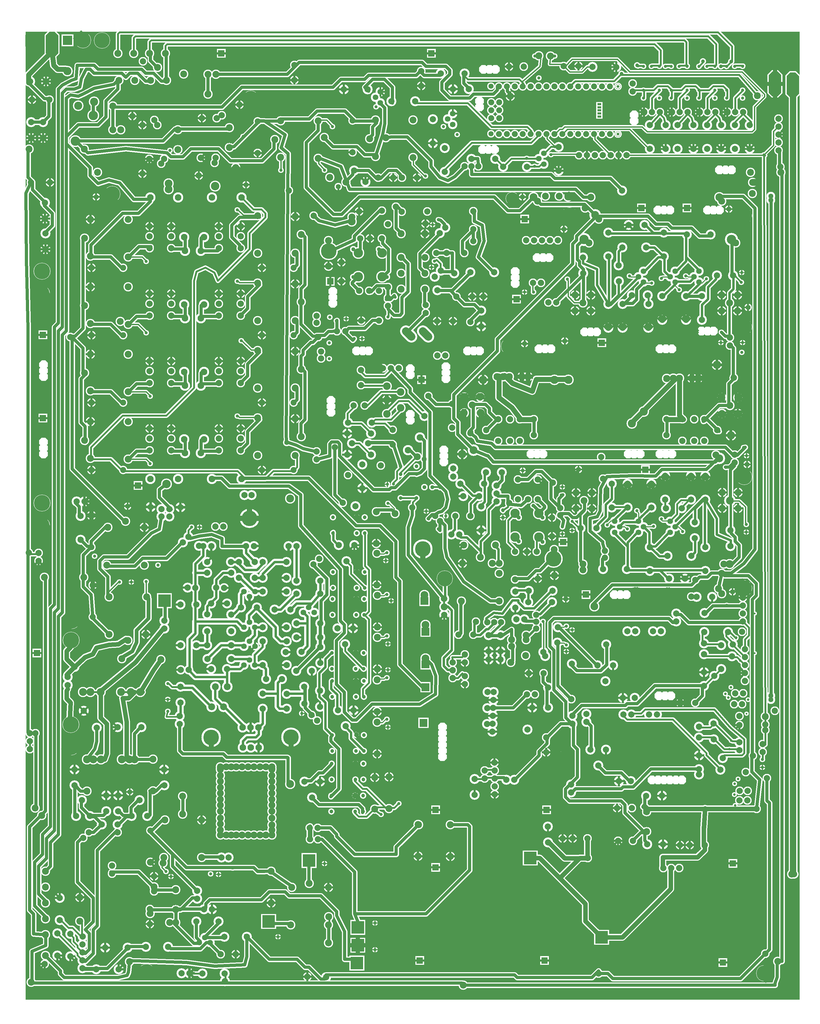
<source format=gbr>
%FSLAX34Y34*%
%MOMM*%
%LNCOPPER_BOTTOM*%
G71*
G01*
%ADD10C,3.200*%
%ADD11C,3.000*%
%ADD12C,1.600*%
%ADD13C,3.000*%
%ADD14C,2.800*%
%ADD15C,4.700*%
%ADD16C,1.400*%
%ADD17C,1.800*%
%ADD18C,1.200*%
%ADD19C,4.200*%
%ADD20C,1.800*%
%ADD21C,7.800*%
%ADD22C,3.400*%
%ADD23C,3.100*%
%ADD24C,2.800*%
%ADD25C,2.800*%
%ADD26C,2.400*%
%ADD27C,2.800*%
%ADD28C,5.200*%
%ADD29C,3.700*%
%ADD30C,2.600*%
%ADD31C,1.700*%
%ADD32C,3.700*%
%ADD33C,5.800*%
%ADD34C,3.800*%
%ADD35C,3.000*%
%ADD36C,3.200*%
%ADD37C,2.000*%
%ADD38C,1.800*%
%ADD39C,3.300*%
%ADD40C,2.900*%
%ADD41C,2.700*%
%ADD42C,4.200*%
%ADD43C,3.300*%
%ADD44C,6.200*%
%ADD45C,3.300*%
%ADD46C,3.400*%
%ADD47C,2.000*%
%ADD48C,2.600*%
%ADD49C,1.900*%
%ADD50C,2.200*%
%ADD51C,1.990*%
%ADD52C,3.300*%
%ADD53C,3.000*%
%ADD54C,3.800*%
%ADD55C,3.500*%
%ADD56C,1.300*%
%ADD57C,4.700*%
%ADD58C,3.400*%
%ADD59C,3.700*%
%ADD60C,3.000*%
%ADD61C,2.100*%
%ADD62C,0.800*%
%ADD63R,2.070X1.435*%
%ADD64C,2.700*%
%ADD65C,2.450*%
%ADD66C,1.100*%
%ADD67C,1.850*%
%ADD68C,2.000*%
%ADD69C,1.800*%
%ADD70C,1.400*%
%ADD71C,1.600*%
%ADD72C,6.200*%
%ADD73C,2.400*%
%ADD74C,5.400*%
%ADD75C,3.000*%
%ADD76C,2.400*%
%ADD77C,2.100*%
%ADD78C,2.800*%
%ADD79C,0.733*%
%ADD80C,0.667*%
%ADD81C,3.345*%
%ADD82C,0.813*%
%ADD83C,6.067*%
%ADD84C,6.860*%
%ADD85C,1.403*%
%ADD86C,1.723*%
%ADD87C,1.380*%
%ADD88C,1.427*%
%ADD89C,1.033*%
%ADD90C,1.180*%
%ADD91C,1.220*%
%ADD92C,3.717*%
%ADD93C,0.680*%
%ADD94C,0.767*%
%ADD95C,1.264*%
%ADD96C,1.507*%
%ADD97C,1.687*%
%ADD98C,1.447*%
%ADD99C,2.100*%
%ADD100C,1.967*%
%ADD101C,2.973*%
%ADD102C,1.667*%
%ADD103C,0.700*%
%ADD104C,0.804*%
%ADD105C,0.672*%
%ADD106C,0.960*%
%ADD107C,0.616*%
%ADD108C,0.400*%
%ADD109C,0.333*%
%ADD110C,1.017*%
%ADD111C,0.600*%
%ADD112C,0.867*%
%ADD113C,1.527*%
%ADD114C,0.533*%
%ADD115C,3.865*%
%ADD116C,1.333*%
%ADD117C,2.000*%
%ADD118C,1.800*%
%ADD119C,2.200*%
%ADD120C,4.500*%
%ADD121C,1.000*%
%ADD122C,3.000*%
%ADD123C,1.000*%
%ADD124C,7.000*%
%ADD125C,2.600*%
%ADD126C,2.300*%
%ADD127C,2.000*%
%ADD128C,2.000*%
%ADD129C,5.000*%
%ADD130C,2.500*%
%ADD131C,0.900*%
%ADD132C,2.500*%
%ADD133C,3.000*%
%ADD134C,2.200*%
%ADD135C,1.200*%
%ADD136C,1.000*%
%ADD137C,2.100*%
%ADD138C,1.900*%
%ADD139C,4.000*%
%ADD140C,5.000*%
%ADD141C,2.100*%
%ADD142C,2.200*%
%ADD143C,1.500*%
%ADD144C,0.790*%
%ADD145C,2.500*%
%ADD146C,2.200*%
%ADD147C,3.000*%
%ADD148C,2.700*%
%ADD149C,0.500*%
%ADD150C,4.500*%
%ADD151C,2.600*%
%ADD152C,2.500*%
%ADD153C,1.300*%
%ADD154C,0.000*%
%ADD155R,1.270X0.635*%
%ADD156C,1.900*%
%ADD157C,1.650*%
%ADD158C,0.300*%
%ADD159C,1.050*%
%ADD160C,1.200*%
%ADD161C,1.000*%
%ADD162C,0.600*%
%ADD163C,0.800*%
%ADD164C,1.600*%
%ADD165C,2.600*%
%ADD166C,2.200*%
%ADD167C,1.600*%
%ADD168C,1.300*%
%LPD*%
G36*
X-1485504Y2545398D02*
X994496Y2545398D01*
X994496Y-554602D01*
X-1485504Y-554602D01*
X-1485504Y2545398D01*
G37*
%LPC*%
X381341Y1826369D02*
G54D10*
D03*
X381391Y1902619D02*
G54D10*
D03*
X300347Y1822969D02*
G54D10*
D03*
X300460Y1771988D02*
G54D10*
D03*
X414647Y1797569D02*
G54D10*
D03*
X414759Y1746588D02*
G54D10*
D03*
X381357Y1597769D02*
G54D10*
D03*
X381407Y1674019D02*
G54D10*
D03*
X502078Y1854383D02*
G54D10*
D03*
X425828Y1854433D02*
G54D10*
D03*
X427037Y1674019D02*
G54D10*
D03*
X426987Y1597769D02*
G54D10*
D03*
X559140Y1826368D02*
G54D10*
D03*
X559190Y1902618D02*
G54D10*
D03*
X456472Y1701853D02*
G54D10*
D03*
X554037Y1699419D02*
G54D10*
D03*
X553987Y1623169D02*
G54D10*
D03*
X630236Y1699419D02*
G54D10*
D03*
X630186Y1623169D02*
G54D10*
D03*
X681036Y1699419D02*
G54D10*
D03*
X680986Y1623169D02*
G54D10*
D03*
X780508Y1765464D02*
G54D10*
D03*
X729528Y1765351D02*
G54D10*
D03*
X709054Y1896187D02*
G54D10*
D03*
X632804Y1896237D02*
G54D10*
D03*
X493712Y1778794D02*
G54D11*
D03*
X477812Y1761219D02*
G54D11*
D03*
X493746Y1743603D02*
G54D11*
D03*
X595312Y1778794D02*
G54D11*
D03*
X579412Y1761219D02*
G54D11*
D03*
X595346Y1743603D02*
G54D11*
D03*
X671512Y1778794D02*
G54D11*
D03*
X655612Y1761219D02*
G54D11*
D03*
X671546Y1743603D02*
G54D11*
D03*
G54D12*
X381407Y1674019D02*
X382562Y1670944D01*
X382562Y1823344D01*
X381341Y1826369D01*
G54D12*
X559190Y1902618D02*
X560362Y1899544D01*
X382562Y1899544D01*
X381391Y1902619D01*
G54D12*
X425828Y1854433D02*
X427012Y1855094D01*
X414312Y1842394D01*
X414312Y1797944D01*
X414647Y1797569D01*
G54D12*
X381407Y1674019D02*
X382562Y1670944D01*
X414312Y1702694D01*
X414312Y1747144D01*
X414760Y1746588D01*
G54D12*
X477812Y1761219D02*
X477812Y1759844D01*
X388912Y1670944D01*
X382562Y1670944D01*
X381407Y1674019D01*
G54D12*
X595347Y1743603D02*
X598462Y1740794D01*
X554012Y1696344D01*
X554037Y1699419D01*
G54D12*
X579412Y1761219D02*
X579412Y1759844D01*
X560362Y1778894D01*
X560362Y1823344D01*
X559141Y1826368D01*
G54D12*
X595312Y1778794D02*
X598462Y1778894D01*
X630212Y1810644D01*
X630212Y1893194D01*
X632804Y1896237D01*
G54D12*
X559141Y1826368D02*
X560362Y1823344D01*
X528612Y1855094D01*
X503212Y1855094D01*
X502078Y1854383D01*
G54D12*
X671512Y1778794D02*
X674662Y1778894D01*
X630212Y1823344D01*
X630212Y1893194D01*
X632804Y1896237D01*
G54D12*
X729528Y1765351D02*
X731812Y1766194D01*
X725462Y1759844D01*
X725462Y1753494D01*
X700062Y1728094D01*
X700062Y1689994D01*
X681012Y1670944D01*
X681012Y1620144D01*
X680986Y1623169D01*
G54D12*
X671546Y1743603D02*
X674662Y1740794D01*
X630212Y1696344D01*
X630236Y1699419D01*
G54D12*
X493712Y1778794D02*
X496862Y1778894D01*
X541312Y1823344D01*
X560362Y1823344D01*
X559141Y1826368D01*
G54D12*
X632804Y1896237D02*
X630212Y1893194D01*
X623862Y1899544D01*
X560362Y1899544D01*
X559190Y1902618D01*
X274612Y1702694D02*
G54D13*
D03*
X325412Y1702694D02*
G54D13*
D03*
X300012Y1677294D02*
G54D13*
D03*
X325412Y1651894D02*
G54D13*
D03*
X274612Y1651894D02*
G54D13*
D03*
X744512Y1702694D02*
G54D13*
D03*
X795312Y1702694D02*
G54D13*
D03*
X769912Y1677294D02*
G54D13*
D03*
X795312Y1651894D02*
G54D13*
D03*
X744512Y1651894D02*
G54D13*
D03*
G54D12*
X300012Y1677294D02*
X300012Y1772544D01*
X300460Y1771988D01*
G54D12*
X381407Y1674019D02*
X382562Y1670944D01*
X344462Y1734444D01*
X344462Y1785244D01*
X300012Y1804294D01*
X300012Y1823344D01*
X300348Y1822969D01*
G54D12*
X769118Y1677294D02*
X769118Y1709044D01*
X781818Y1721744D01*
X781818Y1766194D01*
X779715Y1765463D01*
X446038Y1927003D02*
G54D10*
D03*
X497018Y1927116D02*
G54D10*
D03*
G54D12*
X655612Y1761219D02*
X655612Y1758244D01*
X642912Y1745544D01*
X598462Y1745544D01*
X595347Y1743603D01*
X381357Y1597769D02*
G54D14*
D03*
X426987Y1597769D02*
G54D14*
D03*
X553987Y1623169D02*
G54D14*
D03*
X630186Y1623169D02*
G54D14*
D03*
X381357Y1597769D02*
G54D14*
D03*
X256936Y1957388D02*
G54D15*
D03*
X507272Y1701853D02*
G54D10*
D03*
X509587Y1674019D02*
G54D10*
D03*
X509537Y1597769D02*
G54D10*
D03*
G54D16*
X493747Y1743603D02*
X496862Y1745544D01*
X471462Y1720144D01*
X471462Y1688394D01*
X458762Y1675694D01*
X427012Y1675694D01*
X427037Y1674019D01*
G54D16*
X456472Y1701853D02*
X458762Y1701094D01*
X433362Y1675694D01*
X427012Y1675694D01*
X427037Y1674019D01*
G54D16*
X509587Y1674019D02*
X509562Y1675694D01*
X509562Y1701094D01*
X507272Y1701853D01*
G54D12*
X497018Y1927116D02*
X500062Y1926494D01*
X525462Y1901094D01*
X557212Y1901094D01*
X559190Y1902618D01*
X338587Y1959169D02*
G54D10*
D03*
G54D16*
X681036Y1699419D02*
X682412Y1697994D01*
X632412Y1697994D01*
X630236Y1699419D01*
X249812Y1753394D02*
G54D17*
D03*
G54D18*
X249812Y1753394D02*
X247412Y1752994D01*
X252412Y1747994D01*
X252412Y1697994D01*
X272412Y1677994D01*
X302412Y1677994D01*
X300012Y1677294D01*
X426987Y1597769D02*
G54D14*
D03*
X509537Y1597769D02*
G54D14*
D03*
X553987Y1623169D02*
G54D14*
D03*
X630186Y1623169D02*
G54D14*
D03*
X816768Y1956594D02*
G54D15*
D03*
X256936Y1598612D02*
G54D15*
D03*
X816132Y1600200D02*
G54D15*
D03*
X306962Y1880394D02*
G54D17*
D03*
X303786Y1880395D02*
G54D19*
D03*
G54D20*
X303786Y1880394D02*
X301624Y1879600D01*
X282574Y1860550D01*
X282574Y1816100D01*
X288924Y1809750D01*
X288924Y1797050D01*
X301624Y1784350D01*
X301624Y1676400D01*
X300012Y1677294D01*
X775511Y1880395D02*
G54D19*
D03*
G54D20*
X770511Y1880394D02*
X771524Y1879600D01*
X777874Y1873250D01*
X777874Y1765300D01*
X780508Y1765464D01*
X389562Y1291153D02*
G54D21*
D03*
X319712Y1430854D02*
G54D21*
D03*
X253037Y1430853D02*
G54D22*
D03*
X456237Y1291153D02*
G54D22*
D03*
X44162Y1440953D02*
G54D23*
D03*
X124162Y1440953D02*
G54D24*
D03*
X589162Y1435953D02*
G54D24*
D03*
X669162Y1435953D02*
G54D24*
D03*
X124162Y1440953D02*
G54D23*
D03*
X589162Y1435953D02*
G54D23*
D03*
X669162Y1435953D02*
G54D13*
D03*
X64162Y1440953D02*
G54D23*
D03*
X104162Y1440953D02*
G54D23*
D03*
X609162Y1435954D02*
G54D23*
D03*
X649162Y1435953D02*
G54D23*
D03*
X-80263Y1324623D02*
G54D13*
D03*
X-80263Y1375423D02*
G54D13*
D03*
X-54863Y1350023D02*
G54D13*
D03*
X-29463Y1375424D02*
G54D13*
D03*
X-29463Y1324623D02*
G54D13*
D03*
X-80263Y1323353D02*
G54D25*
D03*
X-29463Y1323353D02*
G54D14*
D03*
X745237Y1323353D02*
G54D13*
D03*
X745237Y1374153D02*
G54D13*
D03*
X770637Y1348753D02*
G54D13*
D03*
X796037Y1374153D02*
G54D13*
D03*
X796037Y1323353D02*
G54D13*
D03*
X745237Y1323353D02*
G54D25*
D03*
X796037Y1323353D02*
G54D14*
D03*
G54D26*
X44162Y1440953D02*
X48362Y1444654D01*
X73762Y1419253D01*
X137262Y1393854D01*
X149962Y1431953D01*
X251562Y1431953D01*
X253037Y1430853D01*
G54D26*
X589162Y1435953D02*
X594462Y1431953D01*
X454762Y1292253D01*
X456237Y1291153D01*
X618694Y1234716D02*
G54D27*
D03*
X618694Y1304566D02*
G54D27*
D03*
X688544Y1234716D02*
G54D27*
D03*
X688544Y1304566D02*
G54D27*
D03*
X656794Y1304566D02*
G54D27*
D03*
X656794Y1234716D02*
G54D27*
D03*
X688545Y1234716D02*
G54D14*
D03*
X688545Y1304566D02*
G54D14*
D03*
X28144Y1234716D02*
G54D27*
D03*
X28144Y1304566D02*
G54D27*
D03*
X97994Y1234716D02*
G54D27*
D03*
X97994Y1304566D02*
G54D27*
D03*
X66244Y1304566D02*
G54D27*
D03*
X66244Y1234716D02*
G54D27*
D03*
X97995Y1234716D02*
G54D14*
D03*
X97995Y1304566D02*
G54D14*
D03*
G54D26*
X97995Y1304566D02*
X100637Y1303853D01*
X72037Y1341754D01*
X30787Y1373703D01*
X30787Y1443553D01*
X31462Y1440953D01*
X669162Y1435953D02*
G54D23*
D03*
X142445Y1304566D02*
G54D25*
D03*
G54D26*
X136095Y1304566D02*
X138737Y1303853D01*
X100637Y1303853D01*
X97995Y1304566D01*
X567895Y1304566D02*
G54D25*
D03*
G54D26*
X567895Y1304566D02*
X570537Y1303853D01*
X621337Y1303854D01*
X618695Y1304566D01*
G54D20*
X688545Y1298216D02*
X684837Y1297503D01*
X735637Y1348304D01*
X773737Y1348303D01*
X770637Y1342403D01*
G54D26*
X618695Y1304566D02*
X621337Y1303854D01*
X608637Y1316553D01*
X608637Y1430853D01*
X609162Y1435954D01*
X783437Y1437678D02*
G54D25*
D03*
X-61113Y1259878D02*
G54D25*
D03*
G54D20*
X-61113Y1259878D02*
X-64463Y1265753D01*
X-51763Y1278453D01*
X-51763Y1354653D01*
X-54863Y1348753D01*
G54D20*
X777087Y1437678D02*
X780087Y1443553D01*
X780087Y1430854D01*
X767387Y1418153D01*
X767387Y1354654D01*
X764287Y1348753D01*
X-80263Y1374153D02*
G54D14*
D03*
X-29463Y1374154D02*
G54D14*
D03*
X745237Y1374153D02*
G54D14*
D03*
X796037Y1374153D02*
G54D14*
D03*
X796037Y1323353D02*
G54D14*
D03*
X256936Y1120775D02*
G54D15*
D03*
X816768Y1119982D02*
G54D28*
D03*
X256936Y762000D02*
G54D28*
D03*
X816132Y763588D02*
G54D15*
D03*
X770511Y1043782D02*
G54D29*
D03*
X-343888Y1760854D02*
G54D30*
D03*
X-343888Y1837054D02*
G54D30*
D03*
X-420088Y1760854D02*
G54D30*
D03*
X-343888Y1760854D02*
G54D30*
D03*
X-420088Y1837054D02*
G54D30*
D03*
X-420088Y1760854D02*
G54D30*
D03*
X-343888Y1837054D02*
G54D30*
D03*
X-420088Y1837054D02*
G54D30*
D03*
X-343976Y1972077D02*
G54D27*
D03*
X-343976Y1883177D02*
G54D27*
D03*
X-382076Y1883177D02*
G54D27*
D03*
X-413826Y1883177D02*
G54D27*
D03*
X-353620Y1620287D02*
G54D27*
D03*
X-417119Y1715537D02*
G54D27*
D03*
X-385370Y1715537D02*
G54D27*
D03*
X-353620Y1715537D02*
G54D27*
D03*
G54D31*
X-413826Y1883177D02*
X-413738Y1881504D01*
X-413738Y1843404D01*
X-420088Y1837054D01*
G54D20*
X-420088Y1760854D02*
X-439138Y1741804D01*
X-439138Y1737556D01*
X-417119Y1715537D01*
G54D20*
X-509588Y1843088D02*
X-432350Y1878777D01*
X-432350Y1891477D01*
X-349800Y1974027D01*
X-350326Y1972077D01*
X-325137Y1727826D02*
G54D27*
D03*
G54D20*
X-325136Y1727826D02*
X-322263Y1725613D01*
X-328613Y1731963D01*
X-360363Y1731963D01*
X-379413Y1712913D01*
X-385763Y1712913D01*
X-385369Y1715537D01*
X-417120Y1969537D02*
G54D27*
D03*
X-299526Y1984777D02*
G54D27*
D03*
X-137098Y1837088D02*
G54D27*
D03*
X-79948Y1837088D02*
G54D27*
D03*
X-51248Y1913288D02*
G54D27*
D03*
X-51248Y1970438D02*
G54D27*
D03*
X-112298Y1771464D02*
G54D10*
D03*
X-166250Y1717582D02*
G54D10*
D03*
X-112298Y1771464D02*
G54D14*
D03*
X15478Y1775516D02*
G54D10*
D03*
X-60772Y1775566D02*
G54D10*
D03*
X15478Y1775516D02*
G54D14*
D03*
X-105348Y1697388D02*
G54D27*
D03*
X-54548Y1697388D02*
G54D27*
D03*
G54D20*
X-60772Y1775566D02*
X-60848Y1773588D01*
X-117998Y1716438D01*
X-168798Y1716438D01*
X-166250Y1717582D01*
G54D20*
X-105348Y1697388D02*
X-105298Y1697388D01*
X-124348Y1716438D01*
X-168798Y1716438D01*
X-166250Y1717582D01*
G54D20*
X-112298Y1771464D02*
X-111648Y1773588D01*
X-117998Y1779938D01*
X-117998Y1837088D01*
X-137098Y1837088D01*
X-54548Y1697388D02*
G54D27*
D03*
X-25941Y1601282D02*
G54D10*
D03*
X-26053Y1652262D02*
G54D10*
D03*
X-25941Y1601282D02*
G54D10*
D03*
G54D20*
X-26053Y1652262D02*
X-29098Y1652938D01*
X-48148Y1671988D01*
X-79898Y1671988D01*
X-105298Y1697388D01*
X-105348Y1697388D01*
G54D20*
X-51248Y1913288D02*
X-48148Y1913288D01*
X-86248Y1875188D01*
X-86248Y1837088D01*
X-86298Y1837088D01*
G54D20*
X15478Y1775516D02*
X15352Y1773588D01*
X-35448Y1824388D01*
X-16448Y1875188D01*
X-22748Y1925988D01*
X-48148Y1938688D01*
X-48148Y1964088D01*
X-51248Y1964088D01*
X-51248Y1875188D02*
G54D27*
D03*
G54D20*
X-51248Y1875188D02*
X-51248Y1913288D01*
X-19498Y1697388D02*
G54D27*
D03*
X-170118Y1837088D02*
G54D27*
D03*
G54D20*
X-170118Y1837088D02*
X-168848Y1837088D01*
X-130748Y1837088D01*
X-137098Y1837088D01*
X-159198Y1900588D02*
G54D27*
D03*
X-282894Y1899092D02*
G54D13*
D03*
X-206694Y1899092D02*
G54D13*
D03*
X-282894Y1822892D02*
G54D13*
D03*
X-282894Y1772092D02*
G54D13*
D03*
X-282894Y1721292D02*
G54D13*
D03*
X-206694Y1822892D02*
G54D13*
D03*
X-206694Y1772092D02*
G54D13*
D03*
X-206694Y1721292D02*
G54D13*
D03*
X-206694Y1899092D02*
G54D27*
D03*
X-60443Y1616289D02*
G54D27*
D03*
X-116663Y1618534D02*
G54D27*
D03*
X-116663Y1618534D02*
G54D27*
D03*
X-167463Y1618534D02*
G54D27*
D03*
G54D20*
X-282893Y1899092D02*
X-279949Y1897827D01*
X-298999Y1916877D01*
X-298999Y1986727D01*
X-299526Y1984777D01*
G54D20*
X-282893Y1822893D02*
X-279949Y1821627D01*
X-260899Y1802577D01*
X-260899Y1713677D01*
X-279949Y1694627D01*
X-279949Y1643827D01*
X-286299Y1637477D01*
X-305349Y1637477D01*
X-324399Y1656527D01*
X-324926Y1670452D01*
G54D20*
X-206693Y1772093D02*
X-203749Y1770827D01*
X-222799Y1789877D01*
X-222799Y1834327D01*
X-159299Y1897827D01*
X-159198Y1900587D01*
G54D32*
X-195511Y1569044D02*
X-213189Y1586722D01*
G54D32*
X-249486Y1569044D02*
X-267164Y1586722D01*
X-514351Y1843088D02*
G54D33*
D03*
X-198438Y1970088D02*
G54D25*
D03*
X-420088Y1837054D02*
G54D34*
D03*
X-420088Y1760854D02*
G54D34*
D03*
X-343888Y1760854D02*
G54D34*
D03*
X-343888Y1837054D02*
G54D34*
D03*
G54D20*
X-343888Y1760854D02*
X-342028Y1759938D01*
X-322978Y1778988D01*
X-322978Y1848838D01*
X-342028Y1867888D01*
X-342028Y1880588D01*
X-343976Y1883177D01*
X82190Y1002652D02*
G54D30*
D03*
X82190Y926452D02*
G54D30*
D03*
X158390Y1002652D02*
G54D30*
D03*
X82190Y1002652D02*
G54D30*
D03*
X158390Y926452D02*
G54D30*
D03*
X158390Y1002652D02*
G54D30*
D03*
X82190Y926452D02*
G54D30*
D03*
X158390Y926452D02*
G54D30*
D03*
X82278Y791429D02*
G54D27*
D03*
X82278Y880329D02*
G54D27*
D03*
X120378Y880329D02*
G54D27*
D03*
X152128Y880329D02*
G54D27*
D03*
X155422Y1111469D02*
G54D27*
D03*
X91922Y1111469D02*
G54D27*
D03*
X155421Y1047969D02*
G54D27*
D03*
X123672Y1047969D02*
G54D27*
D03*
X91922Y1047969D02*
G54D27*
D03*
G54D16*
X152128Y880329D02*
X152040Y882002D01*
X152040Y920102D01*
X158391Y926452D01*
G54D20*
X158390Y1002652D02*
X177441Y1021702D01*
X177440Y1025950D01*
X155421Y1047969D01*
X63439Y1035680D02*
G54D27*
D03*
G54D20*
X63438Y1035680D02*
X60565Y1037893D01*
X66915Y1031543D01*
X101840Y1028368D01*
X123672Y1047969D01*
X124066Y1050593D01*
X123672Y1047969D01*
X155422Y793969D02*
G54D27*
D03*
X203440Y1101393D02*
G54D25*
D03*
G54D20*
X203440Y860093D02*
X206221Y857469D01*
X199871Y851119D01*
X193521Y851119D01*
X161771Y819369D01*
X149071Y819369D01*
X123671Y793969D01*
X79221Y793969D01*
X82278Y791429D01*
G54D20*
X203440Y1101393D02*
X206222Y1098769D01*
X168121Y1136869D01*
X149072Y1136869D01*
X123671Y1111469D01*
X91921Y1111469D01*
X158390Y926452D02*
G54D34*
D03*
X158390Y1002652D02*
G54D34*
D03*
X82190Y1002652D02*
G54D34*
D03*
X82190Y926452D02*
G54D34*
D03*
G54D16*
X82190Y1002652D02*
X79615Y999793D01*
X60566Y980743D01*
X60565Y910893D01*
X79615Y891843D01*
X79615Y879143D01*
X82278Y880329D01*
X-89068Y722258D02*
G54D13*
D03*
X-85894Y842908D02*
G54D13*
D03*
X31582Y722258D02*
G54D13*
D03*
X31582Y842908D02*
G54D13*
D03*
X-28743Y862372D02*
G54D13*
D03*
X-85894Y842908D02*
G54D35*
D03*
X-82272Y901727D02*
G54D13*
D03*
X19328Y901726D02*
G54D13*
D03*
X-82272Y901727D02*
G54D13*
D03*
X-283839Y1391601D02*
G54D36*
D03*
X-283839Y1340801D02*
G54D36*
D03*
X-328289Y1366202D02*
G54D36*
D03*
X-328289Y1321751D02*
G54D36*
D03*
X-328289Y1410651D02*
G54D36*
D03*
X-315589Y1467801D02*
G54D27*
D03*
X-340989Y1467801D02*
G54D27*
D03*
X-290189Y1467801D02*
G54D27*
D03*
X-376674Y1293176D02*
G54D10*
D03*
X-452924Y1293226D02*
G54D10*
D03*
X-455616Y1258916D02*
G54D10*
D03*
X-379366Y1258866D02*
G54D10*
D03*
X-439682Y1227440D02*
G54D10*
D03*
X-388702Y1227552D02*
G54D10*
D03*
X-410839Y1461539D02*
G54D27*
D03*
X-410839Y1413739D02*
G54D27*
D03*
X-407229Y1159914D02*
G54D10*
D03*
X-407279Y1083665D02*
G54D10*
D03*
X-347339Y1108852D02*
G54D27*
D03*
X-347339Y1156651D02*
G54D27*
D03*
X-434783Y1348695D02*
G54D27*
D03*
X-399683Y1348696D02*
G54D27*
D03*
X-309239Y1223151D02*
G54D27*
D03*
X-309239Y1270952D02*
G54D27*
D03*
X-455561Y1191269D02*
G54D10*
D03*
X-379311Y1191219D02*
G54D10*
D03*
X-208364Y1314846D02*
G54D10*
D03*
X-347339Y1108852D02*
G54D27*
D03*
G54D16*
X-410839Y1455189D02*
X-410139Y1456371D01*
X-397439Y1443672D01*
X-333939Y1443671D01*
X-314889Y1462722D01*
X-314889Y1469072D01*
X-315589Y1467801D01*
G54D16*
X-410839Y1420089D02*
X-410139Y1418272D01*
X-403789Y1411922D01*
X-327589Y1411922D01*
X-328289Y1410651D01*
G54D16*
X-393333Y1348696D02*
X-391089Y1348422D01*
X-346639Y1392872D01*
X-283139Y1392871D01*
X-283839Y1391601D01*
G54D16*
X-376674Y1293176D02*
X-378389Y1291271D01*
X-365689Y1303972D01*
X-314889Y1303972D01*
X-283139Y1335721D01*
X-283139Y1342072D01*
X-283839Y1340801D01*
G54D16*
X-428433Y1348695D02*
X-429189Y1348422D01*
X-454589Y1323021D01*
X-454589Y1291272D01*
X-452924Y1293226D01*
G54D16*
X-379366Y1258866D02*
X-378389Y1259522D01*
X-410139Y1291272D01*
X-454589Y1291272D01*
X-452924Y1293226D01*
G54D16*
X-309239Y1264602D02*
X-308539Y1265872D01*
X-333939Y1291272D01*
X-378389Y1291271D01*
X-376674Y1293176D01*
G54D16*
X-309239Y1229501D02*
X-308539Y1227771D01*
X-391089Y1227771D01*
X-388702Y1227552D01*
G54D16*
X-379311Y1191219D02*
X-378389Y1189671D01*
X-416489Y1227771D01*
X-441889Y1227771D01*
X-439682Y1227440D01*
G36*
X-203289Y1444971D02*
X-203289Y1416971D01*
X-231289Y1416971D01*
X-231289Y1444971D01*
X-203289Y1444971D01*
G37*
X-233039Y1153390D02*
G54D37*
D03*
X-233039Y1127990D02*
G54D38*
D03*
X-283839Y1153389D02*
G54D38*
D03*
X-283839Y1127989D02*
G54D37*
D03*
X-233039Y1051789D02*
G54D38*
D03*
X-283839Y1051789D02*
G54D38*
D03*
X-231007Y1184155D02*
G54D13*
D03*
G54D20*
X-283839Y1153389D02*
X-309239Y1229589D01*
X-391789Y1229590D01*
X-388702Y1227552D01*
G54D16*
X-208364Y1314846D02*
X-207639Y1312139D01*
X-258439Y1362940D01*
X-290189Y1362939D01*
X-328289Y1324839D01*
X-328289Y1321751D01*
X-246702Y1021650D02*
G54D25*
D03*
G54D16*
X-283839Y1051789D02*
X-233039Y1051789D01*
X-283839Y1153389D02*
G54D37*
D03*
X-233039Y1051789D02*
G54D37*
D03*
X-283839Y1051789D02*
G54D37*
D03*
X-1018830Y1204702D02*
G54D27*
D03*
X-1088680Y1204702D02*
G54D27*
D03*
X-1018830Y1274552D02*
G54D27*
D03*
X-1088680Y1274552D02*
G54D27*
D03*
X-1088680Y1242802D02*
G54D27*
D03*
X-1018830Y1242802D02*
G54D27*
D03*
X-975422Y1195931D02*
G54D39*
D03*
X-924440Y1196043D02*
G54D39*
D03*
X-796580Y1204702D02*
G54D27*
D03*
X-866430Y1204702D02*
G54D27*
D03*
X-796580Y1274552D02*
G54D27*
D03*
X-866430Y1274552D02*
G54D27*
D03*
X-866430Y1242802D02*
G54D27*
D03*
X-796580Y1242802D02*
G54D27*
D03*
X-914357Y1240029D02*
G54D10*
D03*
X-914470Y1291009D02*
G54D10*
D03*
X-977857Y1240029D02*
G54D10*
D03*
X-977970Y1291009D02*
G54D10*
D03*
G54D20*
X-914357Y1240029D02*
X-917230Y1242802D01*
X-923580Y1236452D01*
X-923580Y1198352D01*
X-924440Y1196043D01*
G54D20*
X-977857Y1240029D02*
X-980730Y1242802D01*
X-974380Y1236452D01*
X-974380Y1198352D01*
X-975421Y1195931D01*
X-796580Y1274552D02*
G54D14*
D03*
X-866430Y1274552D02*
G54D14*
D03*
X-914470Y1291010D02*
G54D40*
D03*
X-977970Y1291010D02*
G54D14*
D03*
X-1018830Y1274552D02*
G54D14*
D03*
X-1088680Y1274552D02*
G54D14*
D03*
X-977857Y1240029D02*
G54D39*
D03*
X-977970Y1291009D02*
G54D39*
D03*
X-914470Y1291009D02*
G54D39*
D03*
X-914357Y1240029D02*
G54D39*
D03*
X-742367Y1308994D02*
G54D13*
D03*
X-621717Y1305820D02*
G54D13*
D03*
X-742367Y1188344D02*
G54D13*
D03*
X-621717Y1188344D02*
G54D13*
D03*
X-602904Y1248669D02*
G54D13*
D03*
X-728860Y1142064D02*
G54D41*
D03*
X-627260Y1142065D02*
G54D41*
D03*
X-621717Y1305820D02*
G54D13*
D03*
X-1157362Y1176256D02*
G54D13*
D03*
X-1278012Y1179430D02*
G54D13*
D03*
X-1157362Y1296906D02*
G54D13*
D03*
X-1278012Y1296906D02*
G54D13*
D03*
X-1296824Y1236581D02*
G54D13*
D03*
X-1278011Y1179430D02*
G54D13*
D03*
X-1278012Y1296906D02*
G54D13*
D03*
X-1274960Y1142064D02*
G54D41*
D03*
X-1173360Y1142065D02*
G54D41*
D03*
X-728860Y1142064D02*
G54D27*
D03*
X-1274960Y1142064D02*
G54D27*
D03*
G54D16*
X-627260Y1142064D02*
X-628607Y1138428D01*
X-615907Y1151128D01*
X-615907Y1189228D01*
X-621717Y1188344D01*
G54D20*
X-866430Y1204702D02*
X-869907Y1201928D01*
X-920707Y1201928D01*
X-924440Y1196044D01*
G54D16*
X-1173360Y1142064D02*
X-1174707Y1138428D01*
X-1212807Y1176528D01*
X-1276307Y1176528D01*
X-1278011Y1179430D01*
X-1018830Y1420602D02*
G54D27*
D03*
X-1088680Y1420602D02*
G54D27*
D03*
X-1018830Y1490452D02*
G54D27*
D03*
X-1088680Y1490452D02*
G54D27*
D03*
X-1088680Y1458702D02*
G54D27*
D03*
X-1018830Y1458702D02*
G54D27*
D03*
X-975422Y1411831D02*
G54D39*
D03*
X-924440Y1411943D02*
G54D39*
D03*
X-796580Y1420602D02*
G54D27*
D03*
X-866430Y1420602D02*
G54D27*
D03*
X-796580Y1490452D02*
G54D27*
D03*
X-866430Y1490452D02*
G54D27*
D03*
X-866430Y1458702D02*
G54D27*
D03*
X-796580Y1458702D02*
G54D27*
D03*
X-914357Y1455929D02*
G54D10*
D03*
X-914470Y1506910D02*
G54D10*
D03*
X-977857Y1455929D02*
G54D10*
D03*
X-977970Y1506909D02*
G54D10*
D03*
G54D20*
X-914357Y1455929D02*
X-917230Y1458702D01*
X-923580Y1452352D01*
X-923580Y1414252D01*
X-924440Y1411943D01*
G54D20*
X-977857Y1455929D02*
X-980730Y1458702D01*
X-974380Y1452352D01*
X-974380Y1414252D01*
X-975421Y1411831D01*
X-796580Y1490452D02*
G54D14*
D03*
X-866430Y1490452D02*
G54D14*
D03*
X-914470Y1506910D02*
G54D40*
D03*
X-977970Y1506910D02*
G54D14*
D03*
X-1018830Y1490452D02*
G54D14*
D03*
X-1088680Y1490452D02*
G54D14*
D03*
X-977857Y1455929D02*
G54D39*
D03*
X-977970Y1506909D02*
G54D39*
D03*
X-914470Y1506910D02*
G54D39*
D03*
X-914357Y1455929D02*
G54D39*
D03*
X-742367Y1524894D02*
G54D13*
D03*
X-621717Y1521720D02*
G54D13*
D03*
X-742367Y1404244D02*
G54D13*
D03*
X-621717Y1404244D02*
G54D13*
D03*
X-602904Y1464569D02*
G54D13*
D03*
X-728860Y1357964D02*
G54D41*
D03*
X-627260Y1357965D02*
G54D41*
D03*
X-621717Y1521720D02*
G54D13*
D03*
X-1157362Y1392156D02*
G54D13*
D03*
X-1278012Y1395330D02*
G54D13*
D03*
X-1157362Y1512806D02*
G54D13*
D03*
X-1278012Y1512806D02*
G54D13*
D03*
X-1296824Y1452481D02*
G54D13*
D03*
X-1278011Y1395329D02*
G54D13*
D03*
X-1278012Y1512806D02*
G54D13*
D03*
X-1274960Y1357964D02*
G54D41*
D03*
X-1173360Y1357965D02*
G54D41*
D03*
X-728860Y1357964D02*
G54D27*
D03*
X-1274960Y1357964D02*
G54D27*
D03*
G54D20*
X-627260Y1357964D02*
X-628607Y1354328D01*
X-615907Y1367028D01*
X-615907Y1405128D01*
X-621717Y1404244D01*
G54D20*
X-866430Y1420602D02*
X-869907Y1417828D01*
X-920707Y1417828D01*
X-924440Y1411943D01*
G54D20*
X-975421Y1411831D02*
X-971507Y1417828D01*
X-1022307Y1417828D01*
X-1018830Y1420602D01*
G54D20*
X-1173360Y1357964D02*
X-1174707Y1354328D01*
X-1212807Y1392428D01*
X-1276307Y1392428D01*
X-1278011Y1395329D01*
X-1018830Y1636502D02*
G54D27*
D03*
X-1088680Y1636502D02*
G54D27*
D03*
X-1018830Y1706352D02*
G54D27*
D03*
X-1088680Y1706352D02*
G54D27*
D03*
X-1088680Y1674602D02*
G54D27*
D03*
X-1018830Y1674602D02*
G54D27*
D03*
X-975422Y1627731D02*
G54D39*
D03*
X-924440Y1627843D02*
G54D39*
D03*
X-796580Y1636502D02*
G54D27*
D03*
X-866430Y1636502D02*
G54D27*
D03*
X-796580Y1706352D02*
G54D27*
D03*
X-866430Y1706352D02*
G54D27*
D03*
X-866430Y1674602D02*
G54D27*
D03*
X-796580Y1674602D02*
G54D27*
D03*
X-914357Y1671829D02*
G54D10*
D03*
X-914470Y1722810D02*
G54D10*
D03*
X-977857Y1671829D02*
G54D10*
D03*
X-977970Y1722810D02*
G54D10*
D03*
G54D20*
X-914357Y1671829D02*
X-917230Y1674602D01*
X-923580Y1668252D01*
X-923580Y1630152D01*
X-924440Y1627843D01*
G54D20*
X-977857Y1671829D02*
X-980730Y1674602D01*
X-974380Y1668252D01*
X-974380Y1630152D01*
X-975421Y1627731D01*
X-796580Y1706352D02*
G54D14*
D03*
X-866430Y1706352D02*
G54D14*
D03*
X-914470Y1722810D02*
G54D40*
D03*
X-977970Y1722810D02*
G54D14*
D03*
X-1018830Y1706352D02*
G54D14*
D03*
X-1088680Y1706352D02*
G54D14*
D03*
X-977857Y1671829D02*
G54D39*
D03*
X-977970Y1722810D02*
G54D39*
D03*
X-914470Y1722810D02*
G54D39*
D03*
X-914357Y1671829D02*
G54D39*
D03*
X-742367Y1740794D02*
G54D13*
D03*
X-621717Y1737620D02*
G54D13*
D03*
X-742367Y1620144D02*
G54D13*
D03*
X-621717Y1620144D02*
G54D13*
D03*
X-602904Y1680469D02*
G54D13*
D03*
X-728860Y1573864D02*
G54D41*
D03*
X-627260Y1573864D02*
G54D41*
D03*
X-621717Y1737620D02*
G54D13*
D03*
X-1157362Y1608056D02*
G54D13*
D03*
X-1278012Y1611230D02*
G54D13*
D03*
X-1157362Y1728706D02*
G54D13*
D03*
X-1278012Y1728706D02*
G54D13*
D03*
X-1296824Y1668381D02*
G54D13*
D03*
X-1278011Y1611230D02*
G54D13*
D03*
X-1278012Y1728706D02*
G54D13*
D03*
X-1274960Y1573864D02*
G54D41*
D03*
X-1173360Y1573864D02*
G54D41*
D03*
X-728860Y1573864D02*
G54D27*
D03*
X-1274960Y1573864D02*
G54D27*
D03*
G54D20*
X-627260Y1573864D02*
X-628607Y1570228D01*
X-615907Y1582928D01*
X-615907Y1621028D01*
X-621717Y1620144D01*
G54D20*
X-866430Y1636502D02*
X-869907Y1633728D01*
X-920707Y1633728D01*
X-924440Y1627844D01*
G54D20*
X-975421Y1627731D02*
X-971507Y1633728D01*
X-1022307Y1633728D01*
X-1018830Y1636502D01*
G54D20*
X-1173360Y1573864D02*
X-1174707Y1570228D01*
X-1212807Y1608328D01*
X-1276307Y1608328D01*
X-1278011Y1611230D01*
X-1018830Y1852402D02*
G54D27*
D03*
X-1088680Y1852402D02*
G54D27*
D03*
X-1018830Y1922252D02*
G54D27*
D03*
X-1088680Y1922252D02*
G54D27*
D03*
X-1088680Y1890502D02*
G54D27*
D03*
X-1018830Y1890502D02*
G54D27*
D03*
X-975422Y1843631D02*
G54D39*
D03*
X-924440Y1843743D02*
G54D39*
D03*
X-796580Y1852402D02*
G54D27*
D03*
X-866430Y1852402D02*
G54D27*
D03*
X-796580Y1922252D02*
G54D27*
D03*
X-866430Y1922252D02*
G54D27*
D03*
X-866430Y1890502D02*
G54D27*
D03*
X-796580Y1890502D02*
G54D27*
D03*
X-914357Y1887729D02*
G54D10*
D03*
X-914470Y1938710D02*
G54D10*
D03*
X-977857Y1887729D02*
G54D10*
D03*
X-977970Y1938709D02*
G54D10*
D03*
G54D20*
X-914357Y1887729D02*
X-917230Y1890502D01*
X-923580Y1884152D01*
X-923580Y1846052D01*
X-924440Y1843743D01*
G54D20*
X-977857Y1887729D02*
X-980730Y1890502D01*
X-974380Y1884152D01*
X-974380Y1846052D01*
X-975421Y1843631D01*
X-796580Y1922252D02*
G54D14*
D03*
X-866430Y1922252D02*
G54D14*
D03*
X-914470Y1938710D02*
G54D40*
D03*
X-977970Y1938710D02*
G54D14*
D03*
X-1018830Y1922252D02*
G54D14*
D03*
X-1088680Y1922252D02*
G54D14*
D03*
X-977857Y1887729D02*
G54D39*
D03*
X-977970Y1938709D02*
G54D39*
D03*
X-914470Y1938709D02*
G54D39*
D03*
X-914357Y1887729D02*
G54D39*
D03*
X-742367Y1956694D02*
G54D13*
D03*
X-621717Y1953520D02*
G54D13*
D03*
X-742367Y1836044D02*
G54D13*
D03*
X-621717Y1836044D02*
G54D13*
D03*
X-602904Y1896369D02*
G54D13*
D03*
X-728860Y1789764D02*
G54D41*
D03*
X-627260Y1789764D02*
G54D41*
D03*
X-621717Y1953520D02*
G54D13*
D03*
X-1157362Y1823956D02*
G54D13*
D03*
X-1278012Y1827130D02*
G54D13*
D03*
X-1157362Y1944606D02*
G54D13*
D03*
X-1278012Y1944606D02*
G54D13*
D03*
X-1296824Y1884281D02*
G54D13*
D03*
X-1278011Y1827130D02*
G54D13*
D03*
X-1278012Y1944606D02*
G54D13*
D03*
X-1274960Y1789764D02*
G54D41*
D03*
X-1173360Y1789764D02*
G54D41*
D03*
X-728860Y1789764D02*
G54D27*
D03*
X-1274960Y1789764D02*
G54D27*
D03*
G54D20*
X-627260Y1789764D02*
X-628607Y1786128D01*
X-615907Y1798828D01*
X-615907Y1836928D01*
X-621717Y1836044D01*
G54D20*
X-975421Y1843632D02*
X-971507Y1849628D01*
X-1022307Y1849628D01*
X-1018830Y1852402D01*
G54D20*
X-1173360Y1789764D02*
X-1174707Y1786128D01*
X-1212807Y1824228D01*
X-1276307Y1824228D01*
X-1278011Y1827130D01*
X-793706Y1113029D02*
G54D39*
D03*
X-793706Y1113029D02*
G54D39*
D03*
X-888956Y1113029D02*
G54D39*
D03*
X-888956Y1113029D02*
G54D39*
D03*
X-996906Y1113029D02*
G54D39*
D03*
X-996906Y1113029D02*
G54D39*
D03*
X-1085806Y1113029D02*
G54D39*
D03*
X-1085806Y1113029D02*
G54D39*
D03*
G54D16*
X-793706Y1113030D02*
X-793707Y1113028D01*
X-717507Y1113028D01*
X-692107Y1138428D01*
X-628607Y1138428D01*
X-627260Y1142064D01*
G54D16*
X-1173360Y1142064D02*
X-1174707Y1138428D01*
X-806407Y1138428D01*
X-781007Y1113028D01*
X-717507Y1113028D01*
X-692107Y1138428D01*
X-628607Y1138428D01*
X-627260Y1142064D01*
X-793706Y2014729D02*
G54D39*
D03*
X-793706Y2014729D02*
G54D39*
D03*
X-888956Y2014729D02*
G54D39*
D03*
X-888956Y2014729D02*
G54D39*
D03*
X-996906Y2014729D02*
G54D39*
D03*
X-996906Y2014729D02*
G54D39*
D03*
X-1085806Y2014729D02*
G54D39*
D03*
X-1085806Y2014729D02*
G54D39*
D03*
G54D20*
X-1085806Y2014729D02*
X-1085807Y2014728D01*
X-1085807Y2002028D01*
X-1123907Y1963928D01*
X-1174707Y1963928D01*
X-1276307Y1862328D01*
X-1276307Y1824228D01*
X-1278011Y1827130D01*
G54D16*
X-793707Y2014728D02*
X-755607Y1976628D01*
X-730207Y1976628D01*
X-717507Y1963928D01*
X-717507Y1951228D01*
X-768307Y1900428D01*
X-768307Y1849628D01*
X-869907Y1748028D01*
X-881460Y1774667D01*
X-910035Y1790542D01*
X-938610Y1777842D01*
X-946107Y1748028D01*
X-946107Y1405128D01*
X-1035007Y1316228D01*
X-1174707Y1316228D01*
X-1276307Y1214628D01*
X-1276307Y1176528D01*
X-1278011Y1179430D01*
G54D20*
X-742367Y1308994D02*
X-736557Y1303528D01*
X-774657Y1265428D01*
X-774657Y1227328D01*
X-800057Y1201928D01*
X-796580Y1204702D01*
G54D20*
X-742367Y1524894D02*
X-736557Y1519428D01*
X-774657Y1481328D01*
X-774657Y1443228D01*
X-800057Y1417828D01*
X-796580Y1420602D01*
G54D20*
X-742367Y1740794D02*
X-736557Y1735328D01*
X-774657Y1697228D01*
X-774657Y1659128D01*
X-800057Y1633728D01*
X-796580Y1636502D01*
G54D20*
X-742367Y1956694D02*
X-736557Y1951228D01*
X-800057Y1951228D01*
X-825457Y1925828D01*
X-825457Y1887728D01*
X-800057Y1862328D01*
X-800057Y1849628D01*
X-796580Y1852402D01*
G54D20*
X-1157361Y1176256D02*
X-1155657Y1176528D01*
X-1130257Y1201928D01*
X-1092157Y1201928D01*
X-1088680Y1204702D01*
G54D20*
X-1157361Y1392155D02*
X-1155657Y1392428D01*
X-1130257Y1417828D01*
X-1092157Y1417828D01*
X-1088680Y1420602D01*
G54D20*
X-1157361Y1608055D02*
X-1155657Y1608328D01*
X-1130257Y1633728D01*
X-1092157Y1633728D01*
X-1088680Y1636502D01*
G54D20*
X-602904Y1464570D02*
X-603207Y1468628D01*
X-590507Y1455928D01*
X-590507Y1303528D01*
X-603207Y1290828D01*
X-603207Y1252728D01*
X-602904Y1248669D01*
G54D20*
X-602904Y1896370D02*
X-603207Y1900428D01*
X-590507Y1887728D01*
X-590507Y1735328D01*
X-603207Y1722628D01*
X-603207Y1684528D01*
X-602904Y1680469D01*
G54D20*
X-1296824Y1884280D02*
X-1301707Y1887728D01*
X-1301707Y1671828D01*
X-1296824Y1668380D01*
X-1342442Y1568199D02*
G54D25*
D03*
X-548692Y1568199D02*
G54D25*
D03*
G54D20*
X-548692Y1568199D02*
X-546057Y1570228D01*
X-565107Y1551178D01*
X-571457Y1551178D01*
X-596857Y1525778D01*
X-596857Y1513078D01*
X-603207Y1506728D01*
X-603207Y1462278D01*
X-602904Y1464570D01*
G54D20*
X-548692Y1568199D02*
X-552407Y1570228D01*
X-565107Y1570228D01*
X-603207Y1608328D01*
X-603207Y1684528D01*
X-602904Y1680469D01*
G54D20*
X-1342442Y1568199D02*
X-1339807Y1570228D01*
X-1301707Y1532128D01*
X-1301707Y1455928D01*
X-1296824Y1452480D01*
G54D20*
X-1342442Y1568199D02*
X-1339807Y1570228D01*
X-1327107Y1570228D01*
X-1301707Y1595628D01*
X-1301707Y1671828D01*
X-1296824Y1668380D01*
X63261Y1538287D02*
G54D28*
D03*
X72785Y2011362D02*
G54D42*
D03*
X-476490Y1538287D02*
G54D28*
D03*
X-489190Y2008188D02*
G54D28*
D03*
X-1097543Y735513D02*
G54D13*
D03*
X-1100717Y614863D02*
G54D13*
D03*
X-1218192Y735513D02*
G54D13*
D03*
X-1218192Y614863D02*
G54D13*
D03*
X-1157868Y596050D02*
G54D13*
D03*
X-1225742Y837382D02*
G54D13*
D03*
X-1222568Y958032D02*
G54D13*
D03*
X-1105092Y837382D02*
G54D13*
D03*
X-1105093Y958032D02*
G54D13*
D03*
X-1165418Y977320D02*
G54D13*
D03*
X-1270822Y772806D02*
G54D41*
D03*
X-1270822Y671206D02*
G54D41*
D03*
X-1270822Y772806D02*
G54D27*
D03*
X-1274620Y996002D02*
G54D41*
D03*
X-1274620Y894401D02*
G54D41*
D03*
X-1274620Y996002D02*
G54D27*
D03*
X-1274620Y996002D02*
G54D13*
D03*
X-1100717Y614863D02*
G54D13*
D03*
X-1105093Y958032D02*
G54D13*
D03*
G54D20*
X-1274620Y894402D02*
X-1275342Y894263D01*
X-1300742Y868863D01*
X-1300742Y767263D01*
X-1275342Y741863D01*
X-1270822Y671206D01*
X-1222568Y958032D02*
G54D13*
D03*
X-1105093Y958032D02*
G54D13*
D03*
G54D20*
X-1270822Y671206D02*
X-1275342Y672013D01*
X-1218192Y614863D01*
G54D20*
X-1222568Y958032D02*
X-1224542Y964114D01*
X-1275342Y913314D01*
X-1275342Y900613D01*
X-1274620Y894401D01*
X-1126332Y1043782D02*
G54D15*
D03*
X-173832Y1043782D02*
G54D15*
D03*
X-1126332Y145257D02*
G54D15*
D03*
X-173832Y142082D02*
G54D28*
D03*
X818819Y567872D02*
G54D25*
D03*
X818820Y542472D02*
G54D25*
D03*
X801356Y353560D02*
G54D25*
D03*
X801357Y324984D02*
G54D25*
D03*
X787635Y426622D02*
G54D25*
D03*
X813035Y426622D02*
G54D25*
D03*
X-207799Y741281D02*
G54D43*
D03*
X-204624Y646031D02*
G54D43*
D03*
X-204624Y538081D02*
G54D43*
D03*
G36*
X-188124Y429506D02*
X-221124Y429506D01*
X-221124Y462506D01*
X-188124Y462506D01*
X-188124Y429506D01*
G37*
X-635193Y285543D02*
G54D44*
D03*
X-890894Y285443D02*
G54D44*
D03*
X-790168Y317368D02*
G54D45*
D03*
X-764794Y317243D02*
G54D45*
D03*
X-739350Y317268D02*
G54D45*
D03*
X-542088Y383627D02*
G54D10*
D03*
X-542263Y434619D02*
G54D10*
D03*
X-840018Y447493D02*
G54D46*
D03*
X-889418Y383393D02*
G54D46*
D03*
X-851418Y383393D02*
G54D46*
D03*
X-878118Y447493D02*
G54D46*
D03*
G54D47*
X-878194Y441674D02*
X-878194Y409924D01*
X-852794Y384524D01*
X-989294Y396643D02*
G54D10*
D03*
X-989418Y447560D02*
G54D10*
D03*
X-725768Y425218D02*
G54D10*
D03*
X-649518Y425168D02*
G54D10*
D03*
X-991868Y328518D02*
G54D10*
D03*
X-991868Y354018D02*
G54D10*
D03*
G54D47*
X-989294Y444268D02*
X-951194Y444268D01*
X-890868Y383943D01*
G54D47*
X-989294Y352193D02*
X-989294Y393468D01*
X-725768Y377593D02*
G54D10*
D03*
X-649519Y377543D02*
G54D10*
D03*
X-751168Y796693D02*
G54D10*
D03*
X-802085Y796568D02*
G54D10*
D03*
X-786094Y752243D02*
G54D11*
D03*
X-768518Y736343D02*
G54D11*
D03*
X-750902Y752278D02*
G54D11*
D03*
X-779744Y898293D02*
G54D10*
D03*
X-754318Y898343D02*
G54D10*
D03*
X-725768Y752243D02*
G54D10*
D03*
X-649594Y752243D02*
G54D10*
D03*
G54D47*
X-728944Y753718D02*
X-754344Y753718D01*
X-903568Y812568D02*
G54D10*
D03*
X-827318Y812518D02*
G54D10*
D03*
X-744818Y701443D02*
G54D10*
D03*
X-795735Y701318D02*
G54D10*
D03*
X-751168Y637943D02*
G54D11*
D03*
X-768768Y653843D02*
G54D11*
D03*
X-786360Y637908D02*
G54D11*
D03*
G54D47*
X-770218Y653818D02*
X-770218Y676043D01*
X-744818Y701443D01*
G54D47*
X-903568Y812568D02*
X-941668Y812568D01*
G54D47*
X-725768Y637943D02*
X-751168Y637943D01*
X-750794Y577543D02*
G54D48*
D03*
X-768768Y593518D02*
G54D11*
D03*
X-786360Y577583D02*
G54D11*
D03*
G54D47*
X-751168Y637943D02*
X-751168Y612543D01*
X-770218Y593493D01*
X-725768Y637943D02*
G54D10*
D03*
X-649594Y637943D02*
G54D10*
D03*
X-751169Y517243D02*
G54D11*
D03*
X-768768Y533193D02*
G54D11*
D03*
X-786360Y517258D02*
G54D11*
D03*
X-903568Y580793D02*
G54D10*
D03*
X-827318Y580743D02*
G54D10*
D03*
X-903360Y536614D02*
G54D10*
D03*
X-827110Y536564D02*
G54D10*
D03*
G54D47*
X-827368Y536343D02*
X-770218Y536343D01*
X-725768Y517293D02*
G54D10*
D03*
X-649494Y517243D02*
G54D10*
D03*
G54D47*
X-789268Y580793D02*
X-827369Y580793D01*
X-859118Y580793D01*
X-903568Y536343D01*
X-664448Y472503D02*
G54D10*
D03*
X-715364Y472378D02*
G54D10*
D03*
X-725768Y593493D02*
G54D10*
D03*
X-649518Y593443D02*
G54D10*
D03*
G54D49*
X-751168Y517293D02*
X-751168Y549043D01*
X-725768Y574443D01*
X-725768Y593493D01*
G54D47*
X-725768Y517293D02*
X-751168Y517293D01*
X-568493Y498643D02*
G54D36*
D03*
X-593477Y447711D02*
G54D36*
D03*
X-618376Y498758D02*
G54D36*
D03*
X-560668Y685568D02*
G54D11*
D03*
X-578469Y701368D02*
G54D11*
D03*
X-595859Y685533D02*
G54D11*
D03*
X-916268Y898293D02*
G54D10*
D03*
X-890694Y898243D02*
G54D10*
D03*
X-617818Y787168D02*
G54D10*
D03*
X-541568Y787118D02*
G54D10*
D03*
X-617818Y745893D02*
G54D10*
D03*
X-541568Y745843D02*
G54D10*
D03*
G54D47*
X-617818Y891943D02*
X-617818Y790343D01*
X-636868Y695093D02*
G54D10*
D03*
X-687785Y694968D02*
G54D10*
D03*
G54D47*
X-541618Y783993D02*
X-541618Y745893D01*
G54D47*
X-541618Y745893D02*
X-579718Y701443D01*
G54D47*
X-570194Y714143D02*
X-617818Y714143D01*
X-636868Y695093D01*
G54D47*
X-687668Y695093D02*
X-668618Y695093D01*
X-617818Y745893D01*
X-617818Y650643D02*
G54D10*
D03*
X-541568Y650593D02*
G54D10*
D03*
X-541668Y523618D02*
G54D10*
D03*
X-541781Y574598D02*
G54D10*
D03*
X-541619Y606193D02*
G54D10*
D03*
X-617894Y606243D02*
G54D10*
D03*
G54D50*
X-541618Y609368D02*
X-541618Y653818D01*
X-967018Y764968D02*
G54D10*
D03*
X-942156Y764656D02*
G54D11*
D03*
X-938494Y580793D02*
G54D10*
D03*
X-989468Y580643D02*
G54D10*
D03*
G54D47*
X-903568Y580793D02*
X-935318Y580793D01*
X-903568Y625243D02*
G54D10*
D03*
X-827318Y625193D02*
G54D10*
D03*
G54D47*
X-789268Y637943D02*
X-808318Y656993D01*
X-941668Y656993D01*
G54D47*
X-903568Y580793D02*
X-903568Y625243D01*
X-840068Y504593D02*
G54D10*
D03*
X-891044Y504443D02*
G54D10*
D03*
X-963468Y501443D02*
G54D11*
D03*
X-988768Y501743D02*
G54D11*
D03*
X-938494Y710968D02*
G54D10*
D03*
X-989468Y710868D02*
G54D10*
D03*
X-617818Y898293D02*
G54D10*
D03*
X-643294Y898293D02*
G54D10*
D03*
G54D50*
X-541618Y574443D02*
X-541619Y606193D01*
G54D47*
X-649568Y593493D02*
X-668618Y593493D01*
X-684494Y609368D01*
X-684494Y637943D01*
X-744818Y698268D01*
X-903568Y679218D02*
G54D10*
D03*
X-827318Y679168D02*
G54D10*
D03*
X-840094Y714168D02*
G54D10*
D03*
X-890994Y713968D02*
G54D10*
D03*
X-874994Y764943D02*
G54D11*
D03*
X-850094Y764643D02*
G54D11*
D03*
G54D20*
X-874994Y764943D02*
X-874994Y790343D01*
X-852768Y812568D01*
X-827368Y812568D01*
G54D20*
X-874994Y764943D02*
X-874994Y733193D01*
X-890868Y717318D01*
G54D20*
X-903568Y682393D02*
X-903568Y704618D01*
X-890868Y717318D01*
G54D47*
X-827368Y682393D02*
X-817844Y682393D01*
X-795618Y704618D01*
G54D47*
X-941668Y656993D02*
X-941668Y618893D01*
X-960718Y599843D01*
X-960718Y498243D01*
G54D47*
X-840068Y447443D02*
X-840068Y504593D01*
G54D47*
X-789268Y317268D02*
X-789268Y323618D01*
X-849594Y383943D01*
X-725768Y796693D02*
G54D10*
D03*
X-649594Y796693D02*
G54D10*
D03*
G54D47*
X-840068Y479193D02*
X-941669Y479193D01*
X-960718Y498243D01*
G54D47*
X-725768Y377593D02*
X-725768Y329968D01*
X-738468Y317268D01*
G54D47*
X-716244Y472843D02*
X-716244Y504593D01*
X-728944Y517293D01*
G54D47*
X-665444Y469668D02*
X-668618Y469668D01*
X-678144Y460143D01*
X-678144Y383943D01*
X-671794Y377593D01*
X-655918Y377593D01*
X-649568Y377593D01*
G54D47*
X-725768Y425218D02*
X-678144Y425218D01*
G54D47*
X-649568Y425218D02*
X-614644Y425218D01*
X-592418Y425218D01*
X-725768Y847493D02*
G54D10*
D03*
X-649594Y847543D02*
G54D10*
D03*
X-903594Y847543D02*
G54D10*
D03*
X-827393Y847543D02*
G54D10*
D03*
G54D20*
X-941668Y653818D02*
X-941668Y841143D01*
X-916268Y866543D01*
X-916268Y895118D01*
X-751168Y847493D02*
G54D10*
D03*
X-802085Y847368D02*
G54D10*
D03*
G54D47*
X-801969Y847493D02*
X-827369Y847493D01*
G54D47*
X-801969Y847493D02*
X-801968Y841143D01*
X-782918Y822093D01*
X-744818Y822093D01*
X-725768Y841143D01*
G54D47*
X-751168Y796693D02*
X-725768Y796693D01*
X-725768Y809393D01*
X-687668Y847493D01*
X-649568Y847493D01*
G54D47*
X-801968Y796693D02*
X-798793Y796693D01*
X-754344Y752243D01*
G54D47*
X-840068Y504593D02*
X-798794Y504593D01*
X-786094Y517293D01*
G54D47*
X-779744Y901468D02*
X-779744Y876068D01*
X-751168Y847493D01*
X-652468Y558878D02*
G54D10*
D03*
X-601488Y558990D02*
G54D10*
D03*
G54D47*
X-617818Y650643D02*
X-582894Y650643D01*
G54D47*
X-601944Y558568D02*
X-582894Y577618D01*
X-582894Y672868D01*
X-595593Y685568D01*
G54D47*
X-795618Y704618D02*
X-795618Y742718D01*
X-786094Y752243D01*
X-592369Y393418D02*
G54D10*
D03*
G54D47*
X-592418Y447443D02*
X-592418Y393468D01*
X-739294Y252943D02*
G54D45*
D03*
X-764594Y253143D02*
G54D45*
D03*
X-790081Y253074D02*
G54D45*
D03*
G54D51*
X-789268Y253768D02*
X-789268Y272818D01*
X-776568Y285518D01*
X-747994Y285518D01*
X-738468Y295043D01*
X-738468Y317268D01*
X-402044Y241632D02*
G54D38*
D03*
X-427444Y241632D02*
G54D38*
D03*
X-402044Y292432D02*
G54D38*
D03*
X-427444Y292432D02*
G54D38*
D03*
X-503644Y241632D02*
G54D37*
D03*
X-503644Y292432D02*
G54D38*
D03*
X-359435Y232748D02*
G54D13*
D03*
X-359435Y334348D02*
G54D13*
D03*
X-321242Y158639D02*
G54D13*
D03*
X-402044Y415066D02*
G54D38*
D03*
X-427444Y415067D02*
G54D38*
D03*
X-402044Y465866D02*
G54D38*
D03*
X-427444Y465866D02*
G54D38*
D03*
X-503644Y415066D02*
G54D38*
D03*
X-503644Y465866D02*
G54D38*
D03*
X-435144Y372437D02*
G54D36*
D03*
X-460127Y321504D02*
G54D36*
D03*
X-485026Y372551D02*
G54D36*
D03*
X-399662Y764317D02*
G54D38*
D03*
X-425062Y764316D02*
G54D38*
D03*
X-399662Y815116D02*
G54D38*
D03*
X-425062Y815116D02*
G54D38*
D03*
X-501262Y764316D02*
G54D38*
D03*
X-501262Y815116D02*
G54D38*
D03*
X-399662Y939735D02*
G54D38*
D03*
X-425062Y939735D02*
G54D38*
D03*
X-399662Y990536D02*
G54D38*
D03*
X-425062Y990535D02*
G54D38*
D03*
X-501262Y939736D02*
G54D38*
D03*
X-501262Y990535D02*
G54D38*
D03*
X-432762Y901074D02*
G54D36*
D03*
X-457746Y850142D02*
G54D36*
D03*
X-482645Y901188D02*
G54D36*
D03*
X-436731Y634771D02*
G54D36*
D03*
X-461714Y583839D02*
G54D36*
D03*
X-486614Y634886D02*
G54D36*
D03*
X-401250Y677798D02*
G54D38*
D03*
X-426650Y677798D02*
G54D38*
D03*
X-401250Y728598D02*
G54D38*
D03*
X-426650Y728598D02*
G54D38*
D03*
X-502850Y677798D02*
G54D38*
D03*
X-502850Y728598D02*
G54D38*
D03*
X-402837Y505554D02*
G54D38*
D03*
X-428237Y505554D02*
G54D38*
D03*
X-402837Y556354D02*
G54D38*
D03*
X-428237Y556354D02*
G54D38*
D03*
X-504437Y505554D02*
G54D38*
D03*
X-504437Y556354D02*
G54D38*
D03*
G54D12*
X-503644Y292432D02*
X-506694Y295043D01*
X-525744Y314093D01*
X-525744Y396643D01*
X-544794Y415693D01*
X-544794Y434743D01*
X-542262Y434619D01*
G54D12*
X-504438Y556354D02*
X-506694Y555393D01*
X-525744Y536343D01*
X-525744Y510943D01*
X-544794Y491893D01*
X-544794Y434743D01*
X-542262Y434619D01*
G54D12*
X-482644Y901189D02*
X-481294Y898293D01*
X-500344Y917343D01*
X-500344Y942743D01*
X-501262Y939735D01*
G54D16*
X-457746Y850142D02*
X-455894Y847493D01*
X-443194Y834793D01*
X-443194Y809393D01*
X-398744Y764943D01*
X-399663Y764317D01*
G54D16*
X-401250Y677798D02*
X-398744Y676043D01*
X-386044Y688743D01*
X-386044Y822093D01*
X-398744Y834793D01*
X-398744Y942743D01*
X-399663Y939735D01*
G54D16*
X-401250Y677798D02*
X-398744Y676043D01*
X-386043Y663343D01*
X-386044Y460143D01*
X-405094Y441093D01*
X-405094Y415693D01*
X-402044Y415067D01*
G54D16*
X-402838Y505554D02*
X-405094Y504593D01*
X-462244Y561743D01*
X-462244Y580793D01*
X-461714Y583839D01*
G54D12*
X-485026Y372551D02*
X-487644Y371243D01*
X-487644Y422043D01*
X-506694Y441093D01*
X-506694Y466493D01*
X-503643Y465867D01*
G54D12*
X-460128Y321505D02*
X-462244Y320443D01*
X-443194Y301393D01*
X-443194Y282343D01*
X-405094Y244243D01*
X-402044Y241632D01*
X-359435Y368083D02*
G54D13*
D03*
X-359435Y469683D02*
G54D13*
D03*
X-359038Y504211D02*
G54D13*
D03*
X-359038Y605811D02*
G54D13*
D03*
X-359038Y638752D02*
G54D13*
D03*
X-359038Y740352D02*
G54D13*
D03*
X-360228Y773292D02*
G54D13*
D03*
X-360228Y874892D02*
G54D13*
D03*
X-361816Y906642D02*
G54D13*
D03*
X-361816Y1008242D02*
G54D13*
D03*
X-503644Y292432D02*
G54D37*
D03*
X-427444Y241632D02*
G54D37*
D03*
X-402044Y241632D02*
G54D37*
D03*
X-427444Y292432D02*
G54D37*
D03*
X-402044Y292432D02*
G54D37*
D03*
X-503644Y415066D02*
G54D37*
D03*
X-503644Y465866D02*
G54D37*
D03*
X-427444Y415067D02*
G54D37*
D03*
X-402044Y415066D02*
G54D37*
D03*
X-402044Y465866D02*
G54D37*
D03*
X-427443Y465866D02*
G54D37*
D03*
X-428237Y505554D02*
G54D37*
D03*
X-402837Y505554D02*
G54D37*
D03*
X-402837Y556354D02*
G54D37*
D03*
X-428237Y556354D02*
G54D37*
D03*
X-504437Y505554D02*
G54D37*
D03*
X-504437Y556354D02*
G54D37*
D03*
X-502850Y677798D02*
G54D37*
D03*
X-426650Y677798D02*
G54D37*
D03*
X-502850Y728598D02*
G54D37*
D03*
X-426650Y728598D02*
G54D37*
D03*
X-401250Y728598D02*
G54D37*
D03*
X-401250Y677798D02*
G54D37*
D03*
X-501262Y764316D02*
G54D37*
D03*
X-501262Y815116D02*
G54D37*
D03*
X-425062Y764316D02*
G54D37*
D03*
X-399662Y764317D02*
G54D37*
D03*
X-399662Y815116D02*
G54D37*
D03*
X-425062Y815117D02*
G54D37*
D03*
X-501262Y939736D02*
G54D37*
D03*
X-501262Y990535D02*
G54D37*
D03*
X-425062Y939735D02*
G54D37*
D03*
X-399662Y939735D02*
G54D37*
D03*
X-399662Y990536D02*
G54D37*
D03*
X-425062Y990535D02*
G54D37*
D03*
X-436731Y634771D02*
G54D36*
D03*
X-432762Y901074D02*
G54D36*
D03*
X-404028Y47959D02*
G54D38*
D03*
X-429428Y47959D02*
G54D38*
D03*
X-404028Y98759D02*
G54D38*
D03*
X-429428Y98759D02*
G54D38*
D03*
X-505628Y47959D02*
G54D37*
D03*
X-505628Y98759D02*
G54D38*
D03*
X-505628Y98759D02*
G54D37*
D03*
X-429428Y47959D02*
G54D37*
D03*
X-404028Y47959D02*
G54D37*
D03*
X-429428Y98759D02*
G54D37*
D03*
X-404028Y98759D02*
G54D37*
D03*
X-542697Y143837D02*
G54D36*
D03*
X-567680Y92904D02*
G54D36*
D03*
X-592579Y143951D02*
G54D36*
D03*
X-367280Y157448D02*
G54D13*
D03*
X-367280Y55849D02*
G54D13*
D03*
X-321242Y158639D02*
G54D13*
D03*
X-321242Y57039D02*
G54D13*
D03*
X-403234Y150353D02*
G54D38*
D03*
X-428634Y150353D02*
G54D38*
D03*
X-403234Y201153D02*
G54D38*
D03*
X-428634Y201153D02*
G54D38*
D03*
X-504834Y150352D02*
G54D37*
D03*
X-504835Y201153D02*
G54D38*
D03*
X-504835Y201153D02*
G54D37*
D03*
X-428634Y150353D02*
G54D37*
D03*
X-403234Y150353D02*
G54D37*
D03*
X-428635Y201153D02*
G54D37*
D03*
X-403234Y201153D02*
G54D37*
D03*
G54D20*
X-567680Y92904D02*
X-570987Y95812D01*
X-545587Y70412D01*
X-418587Y70412D01*
X-405887Y57712D01*
X-405887Y45012D01*
X-404028Y47959D01*
G54D20*
X-505628Y98759D02*
X-507487Y95812D01*
X-482087Y121212D01*
X-482087Y248212D01*
X-507487Y273612D01*
X-507487Y286312D01*
X-503643Y292432D01*
G54D20*
X-504834Y201153D02*
X-507487Y197412D01*
X-532887Y172012D01*
X-545587Y172012D01*
X-570987Y146612D01*
X-596387Y146612D01*
X-592579Y143950D01*
G54D16*
X-428634Y150352D02*
X-431287Y146612D01*
X-405887Y121212D01*
X-393187Y121212D01*
X-329687Y57712D01*
X-316987Y57712D01*
X-321242Y57040D01*
G54D16*
X-367280Y55848D02*
X-367787Y57712D01*
X-393187Y32312D01*
X-418587Y32312D01*
X-431287Y45012D01*
X-429428Y47959D01*
X-637734Y1050275D02*
G54D52*
D03*
X-637734Y135875D02*
G54D43*
D03*
X-696749Y87231D02*
G54D53*
D03*
X-696749Y106281D02*
G54D53*
D03*
X-696749Y125331D02*
G54D53*
D03*
X-696749Y144381D02*
G54D53*
D03*
X-696749Y163431D02*
G54D53*
D03*
X-696749Y182481D02*
G54D53*
D03*
X-696749Y185656D02*
G54D53*
D03*
X-696749Y68181D02*
G54D53*
D03*
X-696749Y49131D02*
G54D53*
D03*
X-696749Y26906D02*
G54D53*
D03*
G54D20*
X-204624Y446006D02*
X-210974Y442831D01*
X-287174Y519031D01*
X-287174Y785731D01*
X-299874Y798431D01*
X-299874Y912731D01*
X-350674Y963531D01*
X-426874Y963531D01*
X-579274Y1115931D01*
X-795174Y1115931D01*
X-793706Y1113029D01*
G54D20*
X-204624Y538081D02*
X-185574Y519031D01*
X-171450Y482600D01*
X-172874Y423781D01*
X-223674Y392031D01*
X-376074Y392031D01*
X-426874Y341231D01*
X-439574Y341231D01*
X-464974Y366631D01*
X-464974Y430131D01*
X-490374Y455531D01*
X-490374Y595231D01*
X-464974Y620631D01*
X-464974Y646031D01*
X-477674Y658731D01*
X-477674Y823831D01*
X-604674Y963531D01*
X-604674Y1061956D01*
X-642774Y1090531D01*
X-833274Y1090531D01*
X-858674Y1115931D01*
X-884074Y1115931D01*
X-888956Y1113029D01*
X-301818Y1002482D02*
G54D13*
D03*
G54D20*
X-301818Y1002482D02*
X-299874Y1001631D01*
X-312574Y1014331D01*
X-363374Y1014331D01*
X-361816Y1008242D01*
G54D16*
X-321242Y57039D02*
X-325274Y61831D01*
X-363374Y61831D01*
X-367280Y55849D01*
X-410769Y1620287D02*
G54D27*
D03*
G54D20*
X-548692Y1568199D02*
X-553874Y1573131D01*
X-528474Y1573131D01*
X-515774Y1585831D01*
X-488439Y1586314D01*
X219210Y638233D02*
G54D10*
D03*
X812470Y707572D02*
G54D25*
D03*
X812470Y682172D02*
G54D25*
D03*
X812470Y656772D02*
G54D25*
D03*
X141314Y2015703D02*
G54D43*
D03*
X736679Y2015534D02*
G54D43*
D03*
X736678Y1178921D02*
G54D13*
D03*
X325464Y2015703D02*
G54D13*
D03*
X223864Y2018878D02*
G54D13*
D03*
X179414Y2018878D02*
G54D13*
D03*
X-1309688Y994569D02*
G54D10*
D03*
X-1309738Y918319D02*
G54D10*
D03*
X-1309738Y918319D02*
G54D14*
D03*
X-1309738Y918319D02*
G54D14*
D03*
X-1322623Y1040998D02*
G54D10*
D03*
X-1297148Y1040998D02*
G54D10*
D03*
G54D20*
X-1309738Y918319D02*
X-1314054Y922973D01*
X-1288654Y897573D01*
X-1275954Y897573D01*
X-1274620Y894401D01*
G54D20*
X-1322623Y1040997D02*
X-1326754Y1037273D01*
X-1314054Y1024573D01*
X-1314054Y999173D01*
X-1309688Y994569D01*
X-461452Y1586314D02*
G54D27*
D03*
X-488439Y1586314D02*
G54D27*
D03*
X-324926Y1692677D02*
G54D27*
D03*
X-324926Y1667277D02*
G54D27*
D03*
G54D20*
X-325137Y1727826D02*
X-325137Y1692887D01*
X-324926Y1692677D01*
X-324926Y1632352D02*
G54D17*
D03*
G54D16*
X-324926Y1632352D02*
X-323454Y1634173D01*
X-323454Y1672273D01*
X-324926Y1670452D01*
G54D20*
X-466214Y1586315D02*
X-459864Y1586314D01*
X-450454Y1596073D01*
X-399654Y1596073D01*
X-374254Y1621473D01*
X-348854Y1621473D01*
X-353620Y1620287D01*
X-490026Y1619652D02*
G54D17*
D03*
G54D20*
X-490026Y1619652D02*
X-488554Y1621473D01*
X-488554Y1583373D01*
X-488439Y1586315D01*
X770448Y1565677D02*
G54D27*
D03*
X770448Y1540277D02*
G54D27*
D03*
G54D12*
X770448Y1565677D02*
X768746Y1570673D01*
X768746Y1672273D01*
X769912Y1677294D01*
G54D20*
X770448Y1543452D02*
X768746Y1545273D01*
X781446Y1532573D01*
X781446Y1443673D01*
X783437Y1437678D01*
X743346Y1583373D02*
G54D17*
D03*
G54D20*
X743346Y1583373D02*
X756046Y1570673D01*
X768746Y1570673D01*
X770448Y1565677D01*
X786324Y1191027D02*
G54D27*
D03*
X786324Y1165627D02*
G54D27*
D03*
G54D20*
X786324Y1191027D02*
X781446Y1189673D01*
X756046Y1215073D01*
X19446Y1215073D01*
X6746Y1227773D01*
X-37704Y1234123D01*
X-44054Y1246823D01*
X-61113Y1259878D01*
X-56754Y1265873D01*
X-61113Y1259878D01*
X814962Y1213644D02*
G54D17*
D03*
G54D20*
X814962Y1213644D02*
X819546Y1215073D01*
X794146Y1189673D01*
X781446Y1189673D01*
X786324Y1191027D01*
X227524Y1019577D02*
G54D27*
D03*
X227524Y997352D02*
G54D27*
D03*
X230762Y1061244D02*
G54D17*
D03*
X233936Y959644D02*
G54D17*
D03*
G54D20*
X227524Y1019577D02*
X222646Y1024573D01*
X197246Y1049973D01*
X197246Y1100773D01*
X203440Y1101393D01*
G54D20*
X230762Y1061244D02*
X235346Y1062673D01*
X222646Y1049973D01*
X222646Y1024573D01*
X227524Y1019577D01*
G54D20*
X233936Y959644D02*
X238521Y980123D01*
X222646Y999173D01*
X227524Y997352D01*
X-157877Y978770D02*
G54D27*
D03*
X-173593Y994486D02*
G54D27*
D03*
X-162938Y953294D02*
G54D17*
D03*
X-194688Y985044D02*
G54D17*
D03*
G54D20*
X-162938Y953294D02*
X-158354Y948373D01*
X-158354Y973773D01*
X-157877Y978770D01*
G54D20*
X-194688Y985044D02*
X-196454Y986473D01*
X-183754Y999173D01*
X-171054Y999173D01*
X-173593Y994486D01*
X-458276Y1626002D02*
G54D17*
D03*
X741874Y1549802D02*
G54D17*
D03*
X811724Y1549802D02*
G54D17*
D03*
X808612Y1518444D02*
G54D17*
D03*
X824424Y1187852D02*
G54D17*
D03*
X757812Y1150144D02*
G54D17*
D03*
G54D20*
X757812Y1150144D02*
X756046Y1151573D01*
X768746Y1151573D01*
X781446Y1164273D01*
X786324Y1168802D01*
X-432876Y1562502D02*
G54D17*
D03*
G54D20*
X-432876Y1562502D02*
X-437754Y1557973D01*
X-463154Y1583373D01*
X-466214Y1586315D01*
X-407476Y1562502D02*
G54D17*
D03*
X233874Y1087840D02*
G54D17*
D03*
X233874Y937027D02*
G54D17*
D03*
X-201895Y1010052D02*
G54D17*
D03*
X-139189Y994177D02*
G54D17*
D03*
X-1180042Y430686D02*
G54D43*
D03*
X-1245129Y430686D02*
G54D43*
D03*
X-1177660Y214786D02*
G54D43*
D03*
X-1244732Y214786D02*
G54D43*
D03*
X-1148688Y430686D02*
G54D43*
D03*
X-1278070Y430686D02*
G54D43*
D03*
X-1137179Y214786D02*
G54D43*
D03*
X-1289579Y214786D02*
G54D43*
D03*
X-1191301Y317983D02*
G54D10*
D03*
X-1115051Y317934D02*
G54D10*
D03*
X-1299011Y370338D02*
G54D10*
D03*
X-1257829Y316386D02*
G54D10*
D03*
G54D20*
X-1115051Y317934D02*
X-1118129Y316386D01*
X-1137179Y297336D01*
X-1137179Y214786D01*
G54D16*
X-1137179Y214786D02*
X-1162579Y214786D01*
G54D50*
X-1162579Y214786D02*
X-1162579Y334642D01*
X-1175279Y411636D01*
G54D50*
X-1137179Y430686D02*
X-1156229Y411636D01*
X-1175279Y411636D01*
G54D16*
X-1289579Y430686D02*
X-1245129Y430686D01*
G54D50*
X-1232429Y214786D02*
X-1226079Y233836D01*
X-1226079Y329086D01*
X-1245129Y348136D01*
X-1245129Y430686D01*
G54D20*
X-1257829Y316386D02*
X-1257829Y272729D01*
X-1264047Y248286D01*
X-1289579Y214786D01*
X-1077475Y215620D02*
G54D13*
D03*
X-1077475Y114020D02*
G54D13*
D03*
X-1289579Y214786D02*
G54D13*
D03*
X-1289579Y113186D02*
G54D13*
D03*
G54D20*
X-1289579Y214786D02*
X-1245129Y214786D01*
X-1041569Y182569D02*
G54D10*
D03*
X-1041457Y131588D02*
G54D10*
D03*
X-1328906Y182569D02*
G54D10*
D03*
X-1328794Y131588D02*
G54D10*
D03*
X-1305189Y84343D02*
G54D36*
D03*
X-1280290Y33296D02*
G54D36*
D03*
X-1146023Y33411D02*
G54D36*
D03*
X-1121039Y84343D02*
G54D36*
D03*
X-1096140Y33296D02*
G54D36*
D03*
X-1189206Y100018D02*
G54D10*
D03*
X-1189094Y49038D02*
G54D10*
D03*
X-1227306Y100018D02*
G54D10*
D03*
X-1227194Y49038D02*
G54D10*
D03*
X-1191251Y6783D02*
G54D10*
D03*
X-1242051Y6783D02*
G54D10*
D03*
X-1302279Y430686D02*
G54D43*
D03*
X-1118129Y430686D02*
G54D43*
D03*
X-1323823Y33411D02*
G54D36*
D03*
G54D20*
X-1323823Y33411D02*
X-1321952Y30701D01*
X-1328302Y37051D01*
X-1328302Y132301D01*
X-1328794Y131588D01*
G54D20*
X-1328794Y131588D02*
X-1328302Y132301D01*
X-1309252Y113251D01*
X-1290202Y113251D01*
X-1289579Y113186D01*
G54D20*
X-1242051Y6783D02*
X-1239402Y5301D01*
X-1264802Y30701D01*
X-1277502Y30701D01*
X-1280290Y33296D01*
G54D20*
X-1191251Y6783D02*
X-1188602Y5301D01*
X-1163202Y30701D01*
X-1144152Y30701D01*
X-1146023Y33411D01*
G54D20*
X-1087397Y215620D02*
X-1087002Y214851D01*
X-1137802Y214851D01*
X-1137179Y214786D01*
G54D20*
X-1049394Y131588D02*
X-1048902Y132301D01*
X-1067952Y113251D01*
X-1087002Y113251D01*
X-1087397Y114020D01*
G54D20*
X-1096140Y33296D02*
X-1093352Y30701D01*
X-1087002Y37051D01*
X-1087002Y113251D01*
X-1087397Y114020D01*
X-991868Y354018D02*
G54D10*
D03*
X-1350643Y453137D02*
G54D10*
D03*
X-1350644Y478637D02*
G54D10*
D03*
X-548060Y2140082D02*
G54D13*
D03*
X-668710Y2143255D02*
G54D13*
D03*
X-548060Y2260732D02*
G54D13*
D03*
X-668710Y2260732D02*
G54D13*
D03*
X-687522Y2200406D02*
G54D13*
D03*
X-668710Y2143255D02*
G54D13*
D03*
X-742138Y2157014D02*
G54D41*
D03*
X-742138Y2258613D02*
G54D41*
D03*
X-742138Y2157013D02*
G54D27*
D03*
X-668710Y2143255D02*
G54D13*
D03*
X-244034Y2142475D02*
G54D13*
D03*
X-364684Y2145649D02*
G54D13*
D03*
X-244034Y2263125D02*
G54D13*
D03*
X-364684Y2263125D02*
G54D13*
D03*
X-383496Y2202800D02*
G54D13*
D03*
X-364684Y2145648D02*
G54D13*
D03*
X-438112Y2159407D02*
G54D41*
D03*
X-438112Y2261007D02*
G54D41*
D03*
X-438112Y2159407D02*
G54D27*
D03*
X-364684Y2145649D02*
G54D13*
D03*
X-1255686Y2095078D02*
G54D13*
D03*
X-1326338Y2195113D02*
G54D54*
D03*
G54D20*
X-548060Y2140081D02*
X-548834Y2142475D01*
X-475854Y2113598D01*
X-447234Y2040875D01*
X276666Y2040875D01*
X302066Y2015475D01*
X327466Y2015475D01*
X325464Y2015703D01*
X-827312Y2074310D02*
G54D28*
D03*
X-1208312Y2025891D02*
G54D28*
D03*
X-1219424Y1094028D02*
G54D15*
D03*
X-1034025Y1097072D02*
G54D55*
D03*
X-1027501Y2041067D02*
G54D52*
D03*
G54D20*
X-1165417Y977319D02*
X-1171134Y980425D01*
X-1336234Y1145525D01*
X-1336234Y1564625D01*
X-1342442Y1568199D01*
X-878703Y2050973D02*
G54D55*
D03*
X-1042751Y-99706D02*
G54D13*
D03*
X-1039577Y20944D02*
G54D13*
D03*
X-922101Y-99705D02*
G54D13*
D03*
X-922101Y20944D02*
G54D13*
D03*
X-982426Y39757D02*
G54D13*
D03*
X-1039578Y20944D02*
G54D13*
D03*
X-922101Y20944D02*
G54D13*
D03*
X-1085938Y-114286D02*
G54D41*
D03*
X-1085938Y-12687D02*
G54D41*
D03*
X-118739Y1277301D02*
G54D27*
D03*
X-175302Y1760958D02*
G54D10*
D03*
X-155684Y1780576D02*
G54D10*
D03*
X-118739Y1353501D02*
G54D27*
D03*
X-194939Y1378901D02*
G54D27*
D03*
X-494904Y1215073D02*
G54D27*
D03*
X-469504Y1037273D02*
G54D27*
D03*
G54D20*
X-494904Y1215073D02*
X-494904Y1062673D01*
X-469504Y1037273D01*
X-1029776Y368702D02*
G54D17*
D03*
G54D56*
X-1029776Y368702D02*
X-1034654Y351473D01*
X-996554Y351473D01*
X-991868Y354018D01*
X-981752Y910058D02*
G54D10*
D03*
X-963721Y928090D02*
G54D10*
D03*
G54D20*
X-981752Y910058D02*
X-983854Y910273D01*
X-1034654Y859473D01*
X-1110854Y859473D01*
X-1136254Y834073D01*
X-1225154Y834073D01*
X-1225742Y837382D01*
G54D20*
X-963721Y928089D02*
X-958454Y922973D01*
X-928292Y930117D01*
X-889988Y935354D01*
X-856854Y922973D01*
X-856854Y897573D01*
X-780654Y897573D01*
X-779743Y898293D01*
X-953576Y959252D02*
G54D17*
D03*
X-928176Y959252D02*
G54D17*
D03*
G54D16*
X-963721Y928090D02*
X-963721Y949107D01*
X-953576Y959252D01*
X-636351Y-315606D02*
G54D13*
D03*
X-633177Y-194956D02*
G54D13*
D03*
X-515701Y-315605D02*
G54D13*
D03*
X-515701Y-194956D02*
G54D13*
D03*
X-633178Y-194956D02*
G54D13*
D03*
X-515701Y-194956D02*
G54D13*
D03*
X-698911Y-244742D02*
G54D41*
D03*
X-698911Y-143142D02*
G54D41*
D03*
G54D20*
X-1085938Y-12687D02*
X-1085454Y-16827D01*
X-971154Y-131127D01*
X-831454Y-131127D01*
X-821148Y-132030D01*
G54D20*
X-743361Y-143142D02*
X-694929Y-143033D01*
X-742554Y-143827D01*
X-755254Y-131127D01*
X-831454Y-131127D01*
X-821148Y-132030D01*
G54D20*
X-1085938Y-12687D02*
X-1085454Y-16827D01*
X-1047354Y21273D01*
X-1034654Y21273D01*
X-1039577Y20945D01*
G54D20*
X-698911Y-143142D02*
X-694929Y-143033D01*
X-698898Y-146208D01*
X-628254Y-194627D01*
X-633178Y-194955D01*
X-936122Y-206226D02*
G54D10*
D03*
X-936122Y-231726D02*
G54D10*
D03*
X-1460104Y2516982D02*
G54D28*
D03*
X-764382Y2334419D02*
G54D57*
D03*
X-1361282Y-100806D02*
G54D28*
D03*
X-832633Y2237959D02*
G54D13*
D03*
X-832633Y2206209D02*
G54D13*
D03*
X-832633Y2174459D02*
G54D13*
D03*
X-924483Y2141854D02*
G54D27*
D03*
X-876683Y2141854D02*
G54D27*
D03*
X-921308Y2268854D02*
G54D27*
D03*
X-873508Y2268854D02*
G54D27*
D03*
X-997733Y2231609D02*
G54D13*
D03*
X-997733Y2199859D02*
G54D13*
D03*
X-997733Y2168109D02*
G54D13*
D03*
X-1089583Y2138679D02*
G54D27*
D03*
X-1041783Y2138679D02*
G54D27*
D03*
X-1111808Y2246628D02*
G54D27*
D03*
X-1064008Y2246629D02*
G54D27*
D03*
G54D20*
X-997733Y2231609D02*
X-994789Y2234407D01*
X-829689Y2234407D01*
X-832633Y2237959D01*
G54D20*
X-1326338Y2195113D02*
X-1324989Y2196307D01*
X-1286889Y2158207D01*
X-1164818Y2171568D01*
X-1032889Y2158207D01*
X-1020189Y2145507D01*
X-982089Y2145507D01*
X-956689Y2170907D01*
X-867789Y2170907D01*
X-829689Y2132807D01*
X-728089Y2132807D01*
X-689989Y2170907D01*
X-689989Y2196307D01*
X-687522Y2200406D01*
G54D20*
X-997733Y2231609D02*
X-994789Y2234407D01*
X-1007489Y2234407D01*
X-1045589Y2196307D01*
X-1324989Y2196307D01*
X-1326338Y2195113D01*
X-1004885Y-266380D02*
G54D13*
D03*
X-1004885Y-234631D02*
G54D13*
D03*
X-1004884Y-202881D02*
G54D13*
D03*
X-1074122Y-159592D02*
G54D27*
D03*
X-1074122Y-207392D02*
G54D27*
D03*
X-1085938Y-114286D02*
G54D13*
D03*
X-698911Y-244742D02*
G54D13*
D03*
G54D20*
X-742138Y2258613D02*
X-740789Y2259807D01*
X-664589Y2259807D01*
X-668710Y2260731D01*
G54D20*
X-438112Y2261007D02*
X-435989Y2259807D01*
X-359789Y2259807D01*
X-364684Y2263125D01*
X-175638Y1810544D02*
G54D17*
D03*
X-185226Y1791102D02*
G54D17*
D03*
G54D20*
X-154096Y1782164D02*
X-156589Y1777207D01*
X-118489Y1777207D01*
X-112298Y1771464D01*
G54D16*
X-175638Y1810544D02*
X-169289Y1815307D01*
X-156589Y1802607D01*
X-156589Y1777207D01*
X-154096Y1782164D01*
X-159198Y1900588D02*
G54D10*
D03*
X-141167Y1918619D02*
G54D10*
D03*
X-162938Y1943894D02*
G54D17*
D03*
X-182051Y1927627D02*
G54D17*
D03*
G54D20*
X-162938Y1943894D02*
X-156589Y1942307D01*
X-143889Y1929607D01*
X-143889Y1916907D01*
X-141167Y1918619D01*
X-1269188Y2277663D02*
G54D54*
D03*
X-1186772Y2390125D02*
G54D13*
D03*
X-1135972Y2390125D02*
G54D13*
D03*
X-1085172Y2390125D02*
G54D13*
D03*
X-1034372Y2390125D02*
G54D13*
D03*
G54D20*
X-1186772Y2390125D02*
X-1189946Y2390125D01*
X-1202646Y2377425D01*
X-1266146Y2364725D01*
X-1300251Y2346697D01*
X-1316946Y2339325D01*
X-1341835Y2342992D01*
X-1355046Y2332975D01*
X-1355046Y2186925D01*
X-1278846Y2110725D01*
X-1278846Y2085325D01*
X-1253446Y2059925D01*
X-1218804Y2070735D01*
X-1184390Y2061512D01*
X-1139146Y2009125D01*
X-1088346Y2009125D01*
X-1085806Y2014729D01*
X-1351872Y2419890D02*
G54D58*
D03*
X-914470Y1722810D02*
G54D39*
D03*
X-977970Y1506909D02*
G54D39*
D03*
X-914470Y1506910D02*
G54D39*
D03*
X-977970Y1291009D02*
G54D39*
D03*
X-914470Y1291009D02*
G54D39*
D03*
G54D20*
X-1296824Y1452481D02*
X-1295004Y1446848D01*
X-1307704Y1434148D01*
X-1307704Y1294448D01*
X-1295004Y1281748D01*
X-1295004Y1230948D01*
X-1296824Y1236581D01*
X-301907Y1695852D02*
G54D17*
D03*
G54D20*
X-301907Y1695852D02*
X-304404Y1700848D01*
X-317104Y1688148D01*
X-329804Y1688148D01*
X-324926Y1692677D01*
X691727Y894606D02*
G54D10*
D03*
X691677Y818356D02*
G54D10*
D03*
X772720Y898006D02*
G54D10*
D03*
X772608Y948986D02*
G54D10*
D03*
X658421Y923406D02*
G54D10*
D03*
X658308Y974386D02*
G54D10*
D03*
X691711Y1123206D02*
G54D10*
D03*
X691661Y1046956D02*
G54D10*
D03*
X570990Y866592D02*
G54D10*
D03*
X647240Y866542D02*
G54D10*
D03*
X646031Y1046956D02*
G54D10*
D03*
X646081Y1123206D02*
G54D10*
D03*
X513928Y894606D02*
G54D10*
D03*
X513878Y818357D02*
G54D10*
D03*
X616596Y1019122D02*
G54D10*
D03*
X519031Y1021556D02*
G54D10*
D03*
X519081Y1097806D02*
G54D10*
D03*
X442831Y1021556D02*
G54D10*
D03*
X442881Y1097806D02*
G54D10*
D03*
X392031Y1021556D02*
G54D10*
D03*
X392081Y1097806D02*
G54D10*
D03*
X292560Y955512D02*
G54D10*
D03*
X343540Y955624D02*
G54D10*
D03*
X364014Y824788D02*
G54D10*
D03*
X440264Y824738D02*
G54D10*
D03*
X579356Y942180D02*
G54D11*
D03*
X595256Y959756D02*
G54D11*
D03*
X579322Y977372D02*
G54D11*
D03*
X477756Y942181D02*
G54D11*
D03*
X493656Y959756D02*
G54D11*
D03*
X477721Y977372D02*
G54D11*
D03*
X401556Y942181D02*
G54D11*
D03*
X417456Y959756D02*
G54D11*
D03*
X401521Y977372D02*
G54D11*
D03*
G54D12*
X691661Y1046956D02*
X690506Y1050031D01*
X690506Y897631D01*
X691727Y894606D01*
G54D12*
X513878Y818357D02*
X512706Y821431D01*
X690506Y821431D01*
X691677Y818356D01*
G54D12*
X647240Y866542D02*
X646056Y865881D01*
X658756Y878581D01*
X658756Y923031D01*
X658421Y923406D01*
G54D12*
X691661Y1046956D02*
X690506Y1050031D01*
X658756Y1018281D01*
X658756Y973831D01*
X658308Y974387D01*
G54D12*
X595256Y959756D02*
X595256Y961131D01*
X684156Y1050031D01*
X690506Y1050031D01*
X691661Y1046956D01*
G54D12*
X477721Y977372D02*
X474606Y980180D01*
X519056Y1024631D01*
X519031Y1021556D01*
G54D12*
X493656Y959756D02*
X493656Y961130D01*
X512706Y942080D01*
X512706Y897631D01*
X513927Y894607D01*
G54D12*
X477756Y942181D02*
X474606Y942080D01*
X442856Y910331D01*
X442856Y827780D01*
X440264Y824738D01*
G54D12*
X513927Y894607D02*
X512706Y897631D01*
X544456Y865881D01*
X569856Y865881D01*
X570990Y866592D01*
G54D12*
X401556Y942181D02*
X398406Y942081D01*
X442856Y897631D01*
X442856Y827780D01*
X440264Y824738D01*
G54D12*
X343540Y955624D02*
X341256Y954781D01*
X347606Y961131D01*
X347606Y967481D01*
X373006Y992881D01*
X373006Y1030981D01*
X392056Y1050031D01*
X392056Y1100831D01*
X392081Y1097806D01*
G54D12*
X401521Y977372D02*
X398406Y980181D01*
X442856Y1024631D01*
X442831Y1021556D01*
G54D12*
X579356Y942180D02*
X576206Y942080D01*
X531756Y897631D01*
X512706Y897631D01*
X513927Y894607D01*
G54D12*
X440264Y824738D02*
X442856Y827780D01*
X449206Y821430D01*
X512706Y821431D01*
X513878Y818357D01*
X796868Y1019074D02*
G54D13*
D03*
X746068Y1019074D02*
G54D13*
D03*
X771468Y1044474D02*
G54D13*
D03*
X746068Y1069874D02*
G54D13*
D03*
X796868Y1069874D02*
G54D13*
D03*
X328556Y1018281D02*
G54D13*
D03*
X277756Y1018281D02*
G54D13*
D03*
X303156Y1043681D02*
G54D13*
D03*
X277756Y1069081D02*
G54D13*
D03*
X328556Y1069080D02*
G54D13*
D03*
G54D12*
X773056Y1043680D02*
X773056Y948431D01*
X772608Y948986D01*
G54D12*
X691661Y1046956D02*
X690506Y1050031D01*
X728606Y986530D01*
X728606Y935730D01*
X773056Y916680D01*
X773056Y897630D01*
X772720Y898006D01*
G54D12*
X303950Y1043680D02*
X303950Y1011931D01*
X291250Y999231D01*
X291250Y954781D01*
X293353Y955512D01*
X627030Y793972D02*
G54D10*
D03*
X576050Y793859D02*
G54D10*
D03*
G54D12*
X417456Y959756D02*
X417456Y962731D01*
X430156Y975431D01*
X474606Y975430D01*
X477721Y977372D01*
X691711Y1123206D02*
G54D14*
D03*
X646081Y1123206D02*
G54D14*
D03*
X519081Y1097806D02*
G54D14*
D03*
X442881Y1097806D02*
G54D14*
D03*
X691711Y1123206D02*
G54D14*
D03*
X816132Y763588D02*
G54D15*
D03*
X565796Y1019122D02*
G54D10*
D03*
X563481Y1046956D02*
G54D10*
D03*
X563531Y1123206D02*
G54D10*
D03*
G54D16*
X579321Y977372D02*
X576206Y975430D01*
X601606Y1000831D01*
X601606Y1032581D01*
X614306Y1045281D01*
X646056Y1045281D01*
X646031Y1046956D01*
G54D16*
X616596Y1019122D02*
X614306Y1019881D01*
X639706Y1045281D01*
X646056Y1045281D01*
X646031Y1046956D01*
G54D16*
X563481Y1046956D02*
X563506Y1045281D01*
X563506Y1019881D01*
X565796Y1019122D01*
G54D12*
X576050Y793859D02*
X573006Y794481D01*
X547606Y819881D01*
X515856Y819881D01*
X513878Y818357D01*
G54D16*
X392031Y1021556D02*
X390656Y1022980D01*
X440656Y1022980D01*
X442831Y1021556D01*
G54D56*
X263256Y977581D02*
X265656Y977981D01*
X285656Y957981D01*
X290656Y957980D01*
X292559Y955512D01*
X823256Y967581D02*
G54D17*
D03*
G54D18*
X823256Y967581D02*
X825656Y967980D01*
X820656Y972980D01*
X820656Y1022980D01*
X800656Y1042981D01*
X770656Y1042981D01*
X773056Y1043681D01*
X646081Y1123206D02*
G54D14*
D03*
X563531Y1123206D02*
G54D14*
D03*
X519081Y1097806D02*
G54D14*
D03*
X442881Y1097806D02*
G54D14*
D03*
G54D20*
X736678Y1182096D02*
X738503Y1184672D01*
X695640Y1143396D01*
X553559Y1143396D01*
X532922Y1122758D01*
X457596Y1122998D01*
X377347Y1120377D01*
X356709Y1083071D01*
X355122Y1010840D01*
X345678Y992030D01*
X322578Y987028D01*
X322578Y946546D01*
X363853Y911622D01*
X363853Y905272D01*
X369862Y883094D01*
X256935Y1120775D02*
G54D15*
D03*
X736678Y1178922D02*
G54D59*
D03*
X265656Y977981D02*
G54D17*
D03*
G54D20*
X-548060Y2260732D02*
X-548060Y2228717D01*
X-586185Y2190592D01*
X-586185Y2046923D01*
X-499666Y1960404D01*
X-472679Y1960404D01*
X-416323Y2016760D01*
X15477Y2016760D01*
X59927Y1972310D01*
X97922Y1972310D01*
X141314Y2015703D01*
G54D20*
X303156Y1043681D02*
X305196Y1040448D01*
X305196Y1015048D01*
X279796Y989648D01*
X267096Y989648D01*
X254396Y1002348D01*
X228996Y1002348D01*
X227524Y997352D01*
G54D20*
X736678Y1178922D02*
X736996Y1180148D01*
X724296Y1167448D01*
X13096Y1167448D01*
X-5160Y1187292D01*
X-5954Y1186498D01*
X-50404Y1205548D01*
X-101204Y1256348D01*
X-101204Y1294448D01*
X-113904Y1307148D01*
X-113904Y1383348D01*
X25796Y1523048D01*
X25796Y1561148D01*
X267096Y1802448D01*
X267096Y1865948D01*
X279796Y1878648D01*
X279796Y1891348D01*
X343296Y1954848D01*
X338587Y1959169D01*
X769912Y840682D02*
G54D45*
D03*
X300012Y840682D02*
G54D60*
D03*
G54D20*
X770277Y1043681D02*
X772317Y1040448D01*
X772317Y1142048D01*
X785017Y1154748D01*
X785017Y1167448D01*
X783545Y1165627D01*
G54D20*
X769912Y840682D02*
X775096Y837248D01*
X800496Y862648D01*
X800496Y900748D01*
X787796Y913448D01*
X787796Y926148D01*
X775096Y938848D01*
X775096Y951548D01*
X772608Y948986D01*
G54D20*
X300012Y840682D02*
X305196Y837248D01*
X292496Y849948D01*
X292496Y951548D01*
X292560Y955512D01*
X336390Y705441D02*
G54D45*
D03*
G54D20*
X336390Y705441D02*
X330596Y710248D01*
X394096Y773748D01*
X648096Y773748D01*
X673496Y799148D01*
X698896Y799148D01*
X711596Y811848D01*
X775096Y811848D01*
X815577Y842011D01*
X851296Y888048D01*
X851296Y1980248D01*
X813196Y2018348D01*
X736996Y2018348D01*
X736678Y2015534D01*
X381340Y1826370D02*
G54D10*
D03*
X381390Y1902620D02*
G54D10*
D03*
X300347Y1822969D02*
G54D10*
D03*
X300459Y1771988D02*
G54D10*
D03*
X414646Y1797570D02*
G54D10*
D03*
X414758Y1746589D02*
G54D10*
D03*
X381356Y1597770D02*
G54D10*
D03*
X381406Y1674020D02*
G54D10*
D03*
X502077Y1854384D02*
G54D10*
D03*
X425827Y1854434D02*
G54D10*
D03*
X427036Y1674020D02*
G54D10*
D03*
X426986Y1597770D02*
G54D10*
D03*
X559140Y1826368D02*
G54D10*
D03*
X559189Y1902618D02*
G54D10*
D03*
X456471Y1701853D02*
G54D10*
D03*
X554036Y1699420D02*
G54D10*
D03*
X553986Y1623170D02*
G54D10*
D03*
X630236Y1699420D02*
G54D10*
D03*
X630186Y1623170D02*
G54D10*
D03*
X681036Y1699420D02*
G54D10*
D03*
X680986Y1623170D02*
G54D10*
D03*
X780508Y1765464D02*
G54D10*
D03*
X729527Y1765352D02*
G54D10*
D03*
X709052Y1896188D02*
G54D10*
D03*
X632803Y1896238D02*
G54D10*
D03*
X493711Y1778795D02*
G54D11*
D03*
X477811Y1761220D02*
G54D11*
D03*
X493745Y1743604D02*
G54D11*
D03*
X595311Y1778794D02*
G54D11*
D03*
X579411Y1761220D02*
G54D11*
D03*
X595346Y1743604D02*
G54D11*
D03*
X671511Y1778794D02*
G54D11*
D03*
X655611Y1761220D02*
G54D11*
D03*
X671546Y1743604D02*
G54D11*
D03*
G54D12*
X381406Y1674020D02*
X382561Y1670945D01*
X382561Y1823344D01*
X381340Y1826370D01*
G54D12*
X559189Y1902618D02*
X560361Y1899544D01*
X382561Y1899544D01*
X381390Y1902620D01*
G54D12*
X425827Y1854434D02*
X427011Y1855095D01*
X414311Y1842395D01*
X414311Y1797944D01*
X414646Y1797570D01*
G54D12*
X381406Y1674020D02*
X382561Y1670945D01*
X414311Y1702695D01*
X414311Y1747145D01*
X414759Y1746588D01*
G54D12*
X477811Y1761220D02*
X477811Y1759844D01*
X388911Y1670945D01*
X382561Y1670945D01*
X381406Y1674020D01*
G54D12*
X595346Y1743604D02*
X598461Y1740795D01*
X554011Y1696344D01*
X554036Y1699420D01*
G54D12*
X579411Y1761220D02*
X579411Y1759844D01*
X560361Y1778894D01*
X560361Y1823345D01*
X559140Y1826368D01*
G54D12*
X595311Y1778794D02*
X598461Y1778894D01*
X630211Y1810644D01*
X630211Y1893194D01*
X632803Y1896238D01*
G54D12*
X559140Y1826368D02*
X560361Y1823345D01*
X528611Y1855094D01*
X503211Y1855094D01*
X502077Y1854384D01*
G54D12*
X671511Y1778794D02*
X674661Y1778894D01*
X630211Y1823344D01*
X630211Y1893194D01*
X632803Y1896238D01*
G54D12*
X729527Y1765352D02*
X731811Y1766194D01*
X725461Y1759844D01*
X725461Y1753494D01*
X700061Y1728095D01*
X700061Y1689995D01*
X681012Y1670944D01*
X681011Y1620144D01*
X680986Y1623170D01*
G54D12*
X671546Y1743604D02*
X674661Y1740794D01*
X630211Y1696344D01*
X630236Y1699420D01*
G54D12*
X493711Y1778795D02*
X496861Y1778894D01*
X541311Y1823344D01*
X560361Y1823345D01*
X559140Y1826368D01*
G54D12*
X632803Y1896238D02*
X630211Y1893194D01*
X623861Y1899544D01*
X560361Y1899544D01*
X559189Y1902618D01*
X274611Y1702695D02*
G54D13*
D03*
X325411Y1702694D02*
G54D13*
D03*
X300011Y1677295D02*
G54D13*
D03*
X325411Y1651894D02*
G54D13*
D03*
X274611Y1651894D02*
G54D13*
D03*
X744511Y1702694D02*
G54D13*
D03*
X795311Y1702694D02*
G54D13*
D03*
X769910Y1677294D02*
G54D13*
D03*
X795310Y1651894D02*
G54D13*
D03*
X744511Y1651894D02*
G54D13*
D03*
G54D12*
X300011Y1677295D02*
X300011Y1772545D01*
X300459Y1771988D01*
G54D12*
X381406Y1674020D02*
X382561Y1670945D01*
X344461Y1734445D01*
X344461Y1785244D01*
X300011Y1804294D01*
X300011Y1823344D01*
X300347Y1822970D01*
G54D12*
X769117Y1677295D02*
X769116Y1709045D01*
X781816Y1721745D01*
X781816Y1766194D01*
X779714Y1765464D01*
X446037Y1927004D02*
G54D10*
D03*
X497017Y1927116D02*
G54D10*
D03*
G54D12*
X655611Y1761220D02*
X655611Y1758244D01*
X642911Y1745544D01*
X598461Y1745544D01*
X595346Y1743604D01*
X381356Y1597770D02*
G54D14*
D03*
X426986Y1597770D02*
G54D14*
D03*
X553986Y1623170D02*
G54D14*
D03*
X630186Y1623170D02*
G54D14*
D03*
X381356Y1597770D02*
G54D14*
D03*
X256935Y1957388D02*
G54D15*
D03*
X507271Y1701853D02*
G54D10*
D03*
X509586Y1674020D02*
G54D10*
D03*
X509536Y1597770D02*
G54D10*
D03*
G54D20*
X493746Y1743604D02*
X496861Y1745544D01*
X471461Y1720144D01*
X471461Y1688394D01*
X458761Y1675694D01*
X427011Y1675695D01*
X427036Y1674020D01*
G54D20*
X456471Y1701854D02*
X458761Y1701094D01*
X433361Y1675695D01*
X427011Y1675695D01*
X427036Y1674020D01*
G54D16*
X509586Y1674020D02*
X509561Y1675694D01*
X509561Y1701094D01*
X507271Y1701854D01*
G54D12*
X497017Y1927116D02*
X500061Y1926494D01*
X525461Y1901094D01*
X557211Y1901094D01*
X559189Y1902618D01*
X338586Y1959170D02*
G54D29*
D03*
G54D20*
X681036Y1699420D02*
X682411Y1697994D01*
X632411Y1697995D01*
X630236Y1699420D01*
G54D56*
X809810Y1743394D02*
X807411Y1742995D01*
X787411Y1762995D01*
X782410Y1762994D01*
X780508Y1765464D01*
X249811Y1753395D02*
G54D17*
D03*
G54D18*
X249811Y1753395D02*
X247411Y1752994D01*
X252411Y1747995D01*
X252411Y1697994D01*
X272411Y1677995D01*
X302411Y1677994D01*
X300011Y1677295D01*
X426986Y1597770D02*
G54D14*
D03*
X509536Y1597770D02*
G54D14*
D03*
X553986Y1623170D02*
G54D14*
D03*
X630186Y1623170D02*
G54D14*
D03*
X816767Y1956594D02*
G54D15*
D03*
X256935Y1598613D02*
G54D28*
D03*
X816132Y1600200D02*
G54D15*
D03*
X807411Y1742995D02*
G54D17*
D03*
G54D20*
X338586Y1959170D02*
X343296Y1954848D01*
X305196Y1992948D01*
X165496Y1992948D01*
X140096Y2018348D01*
X141314Y2015703D01*
G54D20*
X338586Y1959170D02*
X343296Y1954848D01*
X508396Y1954848D01*
X533796Y1929448D01*
X571896Y1929448D01*
X584596Y1916748D01*
X648096Y1916748D01*
X673496Y1891348D01*
X711596Y1891348D01*
X709052Y1896188D01*
G54D50*
X-1331932Y507821D02*
X-1329294Y511245D01*
X-1354694Y536645D01*
X-1354694Y562045D01*
X-1341994Y574745D01*
X-1341994Y600145D01*
X-1347970Y601766D01*
G54D50*
X-1329294Y511245D02*
X-1295163Y542201D01*
X-1270166Y551737D01*
X-1258650Y573158D01*
X-1218169Y582682D01*
X-1188800Y584270D01*
X-1164194Y600145D01*
X-1157868Y596050D01*
X-207639Y1086801D02*
G54D61*
D03*
X-182239Y1086801D02*
G54D61*
D03*
X744701Y811131D02*
G54D13*
D03*
G54D20*
X744701Y811131D02*
X740806Y816045D01*
X753506Y803345D01*
X829706Y803345D01*
X855106Y777945D01*
X855106Y739845D01*
X842406Y727145D01*
X842406Y231845D01*
X843994Y226289D01*
X843994Y228670D01*
X842406Y227082D01*
X842406Y226289D01*
X842546Y229215D01*
G54D50*
X-1331932Y507821D02*
X-1329294Y511245D01*
X-1354694Y485845D01*
X-1350644Y478637D01*
G54D50*
X-1345192Y326711D02*
X-1341994Y396945D01*
X-1354694Y409645D01*
X-1354694Y435045D01*
X-1350643Y440437D01*
X-826924Y-27069D02*
G54D53*
D03*
X-696749Y4681D02*
G54D53*
D03*
X-696749Y-27069D02*
G54D53*
D03*
X-791999Y-27069D02*
G54D53*
D03*
X-772949Y-27069D02*
G54D53*
D03*
X-753899Y-27069D02*
G54D53*
D03*
X-734849Y-27069D02*
G54D53*
D03*
X-715799Y-27069D02*
G54D53*
D03*
X-811049Y-27069D02*
G54D53*
D03*
X-696749Y-27069D02*
G54D53*
D03*
X-861849Y7856D02*
G54D53*
D03*
X-861849Y26906D02*
G54D53*
D03*
X-861849Y-27069D02*
G54D53*
D03*
X-861849Y163431D02*
G54D13*
D03*
X-861849Y182481D02*
G54D53*
D03*
X-861849Y185656D02*
G54D53*
D03*
X-861849Y106281D02*
G54D53*
D03*
X-861849Y125331D02*
G54D53*
D03*
X-861849Y144381D02*
G54D53*
D03*
X-861849Y163431D02*
G54D53*
D03*
X-861849Y49131D02*
G54D53*
D03*
X-861849Y68181D02*
G54D53*
D03*
X-861849Y87231D02*
G54D53*
D03*
X-861849Y106281D02*
G54D53*
D03*
X-842799Y-27069D02*
G54D53*
D03*
X-1050234Y1016557D02*
G54D10*
D03*
X-1050234Y993042D02*
G54D10*
D03*
X-1024834Y1016557D02*
G54D10*
D03*
X-1024834Y993042D02*
G54D10*
D03*
G54D20*
X-1050234Y993042D02*
X-1056868Y952368D01*
X-1082268Y939668D01*
X-1158468Y863468D01*
X-1234668Y863468D01*
X-1247368Y850768D01*
X-1247368Y825368D01*
X-1221968Y799968D01*
X-1221968Y736468D01*
X-1218193Y735513D01*
G54D20*
X-1024834Y1016557D02*
X-1018768Y1015868D01*
X-1056868Y1053968D01*
X-1056868Y1079368D01*
X-1034025Y1097072D01*
X-1329294Y511245D02*
G54D10*
D03*
X843994Y226289D02*
G54D25*
D03*
X-1303173Y-352104D02*
G54D10*
D03*
X-1303224Y-377678D02*
G54D10*
D03*
X-1303224Y-377678D02*
G54D10*
D03*
X-1303274Y-403252D02*
G54D10*
D03*
X-1206422Y2307634D02*
G54D13*
D03*
X-1421722Y-143525D02*
G54D13*
D03*
X-1421722Y-194325D02*
G54D13*
D03*
X-1421722Y-245125D02*
G54D13*
D03*
X-1421722Y-295925D02*
G54D13*
D03*
G54D20*
X-1421721Y-143525D02*
X-1418818Y-139832D01*
X-1406118Y-127132D01*
X-1406118Y-50932D01*
X-1380718Y-25532D01*
X-1380718Y672968D01*
X-1368018Y685668D01*
X-1368018Y1574668D01*
X-1355318Y1587368D01*
X-1355318Y2209668D01*
X-1317218Y2247768D01*
X-1253718Y2247768D01*
X-1228318Y2273168D01*
X-1228318Y2323968D01*
X-1190218Y2362068D01*
X-1190218Y2387468D01*
X-1186772Y2390125D01*
G54D20*
X-1421721Y-245125D02*
X-1418818Y-241432D01*
X-1444218Y-216032D01*
X-1444218Y-127132D01*
X-1418818Y-101732D01*
X-1418818Y-38232D01*
X-1393418Y-12832D01*
X-1393418Y685668D01*
X-1380718Y698368D01*
X-1380718Y1587368D01*
X-1368018Y1600068D01*
X-1368018Y2349368D01*
X-1355318Y2362068D01*
X-1329918Y2362068D01*
X-1312456Y2368418D01*
X-1306899Y2396199D01*
X-1291818Y2425568D01*
X-1279118Y2425568D01*
X-1266418Y2412868D01*
X-1177518Y2412868D01*
X-1164818Y2400168D01*
X-1152118Y2412868D01*
X-1126718Y2412868D01*
X-1101318Y2387468D01*
X-1088618Y2387468D01*
X-1085172Y2390125D01*
G54D20*
X-1421722Y-295925D02*
X-1418818Y-292232D01*
X-1456918Y-254132D01*
X-1456918Y-114432D01*
X-1431518Y-89032D01*
X-1431518Y-25532D01*
X-1406118Y-132D01*
X-1406118Y698368D01*
X-1393418Y711068D01*
X-1393418Y1600068D01*
X-1380718Y1612768D01*
X-1380718Y2362068D01*
X-1368018Y2374768D01*
X-1339172Y2390125D01*
X-1323743Y2394825D01*
X-1320393Y2438268D01*
X-1266418Y2438268D01*
X-1253718Y2425568D01*
X-1114018Y2425568D01*
X-1101318Y2412868D01*
X-1075918Y2412868D01*
X-1050518Y2387468D01*
X-1037818Y2387468D01*
X-1034372Y2390125D01*
X-1303274Y-403252D02*
G54D10*
D03*
X-1303325Y-428827D02*
G54D10*
D03*
X-1303325Y-428827D02*
G54D10*
D03*
X-1303375Y-454402D02*
G54D10*
D03*
X-117351Y2283586D02*
G54D11*
D03*
X-133251Y2266011D02*
G54D11*
D03*
X-117316Y2248395D02*
G54D11*
D03*
X221945Y2100379D02*
G54D10*
D03*
X221995Y2176628D02*
G54D10*
D03*
X-314053Y2322756D02*
G54D10*
D03*
X-237803Y2322706D02*
G54D10*
D03*
X126760Y1354137D02*
G54D28*
D03*
G54D20*
X-60443Y1616289D02*
X-63104Y1618298D01*
X-25004Y1656398D01*
X-26053Y1652262D01*
G54D20*
X-173593Y994486D02*
X-177404Y995998D01*
X-162220Y1006666D01*
X-152004Y1008698D01*
X-139304Y1021398D01*
X-133748Y1047592D01*
X-139304Y1072198D01*
X-190104Y1122998D01*
X-190104Y1326198D01*
X-253604Y1389698D01*
X-253604Y1402398D01*
X-315589Y1467801D01*
X-428854Y1025583D02*
G54D10*
D03*
X-452438Y1125538D02*
G54D25*
D03*
G54D62*
X403467Y2218052D02*
X403462Y2218339D01*
X403467Y2218626D01*
X403482Y2218916D01*
X403508Y2219202D01*
X403544Y2219487D01*
X403587Y2219772D01*
X403642Y2220056D01*
X403708Y2220336D01*
X403782Y2220615D01*
X403866Y2220889D01*
X403960Y2221164D01*
X404064Y2221430D01*
X404176Y2221697D01*
X404298Y2221959D01*
X404427Y2222215D01*
X404567Y2222466D01*
X404717Y2222713D01*
X404874Y2222954D01*
X405039Y2223190D01*
X405212Y2223422D01*
X405392Y2223645D01*
X405583Y2223864D01*
X405779Y2224074D01*
X405982Y2224278D01*
X406193Y2224473D01*
X406411Y2224664D01*
X406635Y2224844D01*
X406866Y2225016D01*
X407102Y2225182D01*
X407343Y2225340D01*
X407590Y2225489D01*
X407841Y2225629D01*
X408098Y2225758D01*
X408359Y2225880D01*
X408626Y2225992D01*
X408892Y2226096D01*
X409167Y2226190D01*
X409441Y2226274D01*
X409720Y2226348D01*
X410000Y2226414D01*
X410284Y2226470D01*
X410569Y2226513D01*
X410854Y2226548D01*
X411140Y2226574D01*
X411430Y2226589D01*
X411717Y2226594D01*
X412004Y2226589D01*
X412294Y2226574D01*
X412581Y2226548D01*
X412865Y2226513D01*
X413150Y2226470D01*
X413434Y2226414D01*
X413714Y2226348D01*
X413993Y2226274D01*
X414267Y2226190D01*
X414542Y2226096D01*
X414808Y2225992D01*
X415075Y2225880D01*
X415337Y2225758D01*
X415593Y2225629D01*
X415845Y2225489D01*
X416091Y2225340D01*
X416332Y2225182D01*
X416568Y2225016D01*
X416800Y2224844D01*
X417023Y2224664D01*
X417242Y2224473D01*
X417452Y2224278D01*
X417656Y2224074D01*
X417851Y2223864D01*
X418042Y2223645D01*
X418222Y2223422D01*
X418395Y2223190D01*
X418560Y2222954D01*
X418717Y2222713D01*
X418867Y2222466D01*
X419007Y2222215D01*
X419136Y2221958D01*
X419258Y2221697D01*
X419370Y2221430D01*
X419474Y2221164D01*
X419568Y2220889D01*
X419652Y2220615D01*
X419726Y2220336D01*
X419792Y2220056D01*
X419848Y2219772D01*
X419891Y2219487D01*
X419926Y2219202D01*
X419952Y2218916D01*
X419967Y2218626D01*
X419972Y2218339D01*
X419967Y2218052D01*
X419952Y2217762D01*
X419926Y2217475D01*
X419891Y2217191D01*
X419848Y2216906D01*
X419792Y2216622D01*
X419726Y2216342D01*
X419652Y2216063D01*
X419568Y2215789D01*
X419474Y2215514D01*
X419370Y2215248D01*
X419258Y2214981D01*
X419136Y2214720D01*
X419007Y2214463D01*
X418867Y2214212D01*
X418717Y2213965D01*
X418560Y2213724D01*
X418395Y2213488D01*
X418222Y2213256D01*
X418042Y2213033D01*
X417851Y2212814D01*
X417656Y2212604D01*
X417452Y2212401D01*
X417242Y2212205D01*
X417023Y2212014D01*
X416800Y2211834D01*
X416568Y2211662D01*
X416332Y2211496D01*
X416091Y2211339D01*
X415845Y2211189D01*
X415593Y2211049D01*
X415337Y2210920D01*
X415075Y2210798D01*
X414808Y2210686D01*
X414542Y2210582D01*
X414267Y2210488D01*
X413993Y2210404D01*
X413714Y2210330D01*
X413434Y2210264D01*
X413150Y2210208D01*
X412865Y2210165D01*
X412581Y2210130D01*
X412294Y2210104D01*
X412004Y2210089D01*
X411717Y2210084D01*
X411430Y2210089D01*
X411141Y2210104D01*
X410854Y2210130D01*
X410569Y2210165D01*
X410284Y2210208D01*
X410000Y2210264D01*
X409720Y2210330D01*
X409441Y2210404D01*
X409167Y2210488D01*
X408893Y2210582D01*
X408626Y2210686D01*
X408359Y2210798D01*
X408098Y2210920D01*
X407841Y2211049D01*
X407590Y2211189D01*
X407343Y2211339D01*
X407102Y2211496D01*
X406866Y2211661D01*
X406635Y2211834D01*
X406411Y2212014D01*
X406193Y2212205D01*
X405982Y2212401D01*
X405778Y2212604D01*
X405583Y2212814D01*
X405392Y2213033D01*
X405212Y2213256D01*
X405039Y2213488D01*
X404874Y2213724D01*
X404717Y2213965D01*
X404567Y2214212D01*
X404427Y2214463D01*
X404298Y2214720D01*
X404176Y2214981D01*
X404064Y2215248D01*
X403960Y2215515D01*
X403866Y2215789D01*
X403782Y2216063D01*
X403708Y2216342D01*
X403642Y2216622D01*
X403587Y2216906D01*
X403544Y2217191D01*
X403508Y2217475D01*
X403482Y2217762D01*
X403467Y2218052D01*
G54D62*
X403467Y2370452D02*
X403462Y2370739D01*
X403467Y2371026D01*
X403482Y2371316D01*
X403508Y2371602D01*
X403544Y2371887D01*
X403587Y2372172D01*
X403642Y2372456D01*
X403708Y2372736D01*
X403782Y2373015D01*
X403866Y2373289D01*
X403960Y2373564D01*
X404064Y2373830D01*
X404176Y2374097D01*
X404298Y2374358D01*
X404427Y2374615D01*
X404567Y2374866D01*
X404717Y2375113D01*
X404874Y2375354D01*
X405039Y2375590D01*
X405212Y2375822D01*
X405392Y2376045D01*
X405583Y2376264D01*
X405779Y2376474D01*
X405982Y2376678D01*
X406193Y2376873D01*
X406411Y2377064D01*
X406635Y2377244D01*
X406866Y2377417D01*
X407102Y2377582D01*
X407343Y2377739D01*
X407590Y2377889D01*
X407841Y2378029D01*
X408098Y2378158D01*
X408359Y2378280D01*
X408626Y2378392D01*
X408893Y2378496D01*
X409167Y2378590D01*
X409441Y2378674D01*
X409721Y2378748D01*
X410000Y2378814D01*
X410285Y2378870D01*
X410569Y2378913D01*
X410854Y2378948D01*
X411140Y2378974D01*
X411430Y2378989D01*
X411717Y2378994D01*
X412004Y2378989D01*
X412294Y2378974D01*
X412581Y2378948D01*
X412865Y2378913D01*
X413150Y2378870D01*
X413434Y2378814D01*
X413714Y2378748D01*
X413993Y2378674D01*
X414267Y2378590D01*
X414542Y2378496D01*
X414808Y2378392D01*
X415075Y2378280D01*
X415336Y2378158D01*
X415593Y2378029D01*
X415845Y2377889D01*
X416091Y2377740D01*
X416332Y2377582D01*
X416568Y2377416D01*
X416800Y2377244D01*
X417023Y2377064D01*
X417242Y2376873D01*
X417452Y2376678D01*
X417656Y2376474D01*
X417851Y2376264D01*
X418042Y2376045D01*
X418222Y2375822D01*
X418395Y2375590D01*
X418560Y2375354D01*
X418717Y2375113D01*
X418867Y2374867D01*
X419007Y2374615D01*
X419136Y2374358D01*
X419258Y2374097D01*
X419370Y2373830D01*
X419474Y2373564D01*
X419568Y2373289D01*
X419652Y2373015D01*
X419726Y2372735D01*
X419792Y2372456D01*
X419848Y2372172D01*
X419891Y2371887D01*
X419926Y2371602D01*
X419952Y2371316D01*
X419967Y2371026D01*
X419972Y2370739D01*
X419967Y2370452D01*
X419952Y2370162D01*
X419926Y2369876D01*
X419891Y2369591D01*
X419848Y2369306D01*
X419792Y2369022D01*
X419726Y2368742D01*
X419652Y2368463D01*
X419568Y2368189D01*
X419474Y2367915D01*
X419370Y2367648D01*
X419258Y2367381D01*
X419136Y2367120D01*
X419007Y2366863D01*
X418867Y2366612D01*
X418717Y2366365D01*
X418560Y2366124D01*
X418395Y2365888D01*
X418222Y2365656D01*
X418042Y2365433D01*
X417851Y2365215D01*
X417656Y2365004D01*
X417452Y2364800D01*
X417242Y2364605D01*
X417023Y2364414D01*
X416800Y2364234D01*
X416568Y2364062D01*
X416332Y2363896D01*
X416091Y2363739D01*
X415845Y2363589D01*
X415593Y2363450D01*
X415337Y2363320D01*
X415075Y2363198D01*
X414808Y2363086D01*
X414542Y2362982D01*
X414267Y2362888D01*
X413993Y2362804D01*
X413714Y2362730D01*
X413434Y2362664D01*
X413150Y2362609D01*
X412865Y2362566D01*
X412581Y2362530D01*
X412294Y2362504D01*
X412004Y2362489D01*
X411717Y2362484D01*
X411430Y2362489D01*
X411140Y2362504D01*
X410854Y2362530D01*
X410569Y2362565D01*
X410284Y2362609D01*
X410000Y2362664D01*
X409720Y2362730D01*
X409441Y2362804D01*
X409167Y2362888D01*
X408892Y2362982D01*
X408626Y2363086D01*
X408359Y2363198D01*
X408098Y2363320D01*
X407841Y2363449D01*
X407590Y2363589D01*
X407343Y2363739D01*
X407102Y2363896D01*
X406866Y2364062D01*
X406635Y2364234D01*
X406411Y2364414D01*
X406192Y2364605D01*
X405982Y2364800D01*
X405779Y2365004D01*
X405583Y2365215D01*
X405392Y2365433D01*
X405212Y2365656D01*
X405039Y2365888D01*
X404874Y2366124D01*
X404717Y2366365D01*
X404567Y2366612D01*
X404427Y2366863D01*
X404298Y2367120D01*
X404176Y2367381D01*
X404064Y2367648D01*
X403960Y2367915D01*
X403866Y2368189D01*
X403782Y2368463D01*
X403708Y2368742D01*
X403642Y2369022D01*
X403586Y2369306D01*
X403543Y2369591D01*
X403508Y2369876D01*
X403482Y2370162D01*
X403467Y2370452D01*
X352281Y2313843D02*
G54D63*
D03*
X352281Y2303683D02*
G54D63*
D03*
X352281Y2294031D02*
G54D63*
D03*
X352281Y2283871D02*
G54D63*
D03*
X352281Y2273965D02*
G54D63*
D03*
X30717Y2218339D02*
G54D64*
D03*
X56117Y2218339D02*
G54D64*
D03*
X81517Y2218339D02*
G54D64*
D03*
X106917Y2218339D02*
G54D64*
D03*
X132317Y2218339D02*
G54D64*
D03*
X157717Y2218339D02*
G54D64*
D03*
X183117Y2218339D02*
G54D64*
D03*
X208517Y2218339D02*
G54D64*
D03*
X233917Y2218339D02*
G54D64*
D03*
X259317Y2218339D02*
G54D64*
D03*
X284717Y2218339D02*
G54D64*
D03*
X310117Y2218339D02*
G54D64*
D03*
X335517Y2218339D02*
G54D64*
D03*
X360917Y2218339D02*
G54D64*
D03*
X386317Y2218339D02*
G54D64*
D03*
X30717Y2370739D02*
G54D64*
D03*
X56117Y2370739D02*
G54D64*
D03*
X81517Y2370739D02*
G54D64*
D03*
X106917Y2370739D02*
G54D64*
D03*
X132317Y2370739D02*
G54D64*
D03*
X157717Y2370739D02*
G54D64*
D03*
X183117Y2370739D02*
G54D64*
D03*
X208517Y2370739D02*
G54D64*
D03*
X233917Y2370739D02*
G54D64*
D03*
X259317Y2370739D02*
G54D64*
D03*
X284717Y2370739D02*
G54D64*
D03*
X310117Y2370739D02*
G54D64*
D03*
X335517Y2370739D02*
G54D64*
D03*
X360917Y2370739D02*
G54D64*
D03*
X386317Y2370739D02*
G54D64*
D03*
X5476Y2370898D02*
G54D65*
D03*
X5476Y2218498D02*
G54D65*
D03*
X31733Y2319685D02*
G54D64*
D03*
X6333Y2319685D02*
G54D64*
D03*
X31733Y2294285D02*
G54D64*
D03*
X6333Y2294285D02*
G54D64*
D03*
X31733Y2268885D02*
G54D64*
D03*
X6333Y2268885D02*
G54D64*
D03*
G54D20*
X-832633Y2174459D02*
X-831454Y2177098D01*
X-818754Y2177098D01*
X-742554Y2253298D01*
X-742138Y2258613D01*
G54D20*
X-438112Y2261007D02*
X-437754Y2265998D01*
X-463154Y2291398D01*
X-552054Y2291398D01*
X-577454Y2265998D01*
X-666354Y2265998D01*
X-668710Y2260732D01*
X-529010Y2206755D02*
G54D13*
D03*
G54D20*
X-529010Y2206755D02*
X-526654Y2202498D01*
X-501254Y2177098D01*
X-425054Y2177098D01*
X-399654Y2151698D01*
X-361554Y2151698D01*
X-364684Y2145649D01*
X-390189Y2360772D02*
G54D10*
D03*
X-466439Y2360823D02*
G54D10*
D03*
G54D20*
X-314053Y2322756D02*
X-310754Y2316798D01*
X-310754Y2367598D01*
X-310754Y2364548D01*
X-180615Y2265045D02*
G54D10*
D03*
X-180665Y2188795D02*
G54D10*
D03*
X-142515Y2172970D02*
G54D10*
D03*
X-142566Y2096720D02*
G54D10*
D03*
X-510734Y2078975D02*
G54D13*
D03*
G54D20*
X-390189Y2360772D02*
X-386954Y2354898D01*
X-399654Y2367598D01*
X-374254Y2392998D01*
X-336154Y2392998D01*
X-310754Y2367598D01*
X-310754Y2364548D01*
G54D16*
X-142566Y2096720D02*
X-145654Y2100898D01*
X-56754Y2189798D01*
X133746Y2189798D01*
X159146Y2215198D01*
X157717Y2218339D01*
G54D16*
X132317Y2218339D02*
X133746Y2215198D01*
X133746Y2227898D01*
X121046Y2240598D01*
X6746Y2240598D01*
X-69454Y2316798D01*
X-234554Y2316798D01*
X-237803Y2322706D01*
X67116Y2339325D02*
G54D13*
D03*
G54D20*
X67116Y2339325D02*
X70246Y2342198D01*
X57546Y2354898D01*
X57546Y2367598D01*
X56117Y2370739D01*
X-155303Y2411656D02*
G54D10*
D03*
X-79053Y2411606D02*
G54D10*
D03*
X-217914Y2371912D02*
G54D27*
D03*
X-217914Y2419712D02*
G54D27*
D03*
X-65504Y2362330D02*
G54D10*
D03*
X-116485Y2362218D02*
G54D10*
D03*
G54D16*
X-79053Y2411606D02*
X-82154Y2405698D01*
X-69454Y2392998D01*
X95646Y2392998D01*
X108346Y2380298D01*
X108346Y2367598D01*
X106917Y2370739D01*
G54D20*
X-65504Y2362330D02*
X-69454Y2367598D01*
X-82154Y2380298D01*
X-82154Y2405698D01*
X-79053Y2411606D01*
G54D20*
X-217914Y2419712D02*
X-221854Y2418398D01*
X-209154Y2405698D01*
X-158354Y2405698D01*
X-155303Y2411656D01*
G54D20*
X-217914Y2419712D02*
X-221854Y2418398D01*
X-234554Y2405698D01*
X-386954Y2405698D01*
X-399654Y2392998D01*
X-475854Y2392998D01*
X-501254Y2367598D01*
X-793354Y2367598D01*
X-856854Y2304098D01*
X-1212454Y2304098D01*
X-1206422Y2307634D01*
X174749Y2156586D02*
G54D11*
D03*
X158849Y2139011D02*
G54D11*
D03*
X174784Y2121395D02*
G54D11*
D03*
G54D16*
X174749Y2156586D02*
X171846Y2151698D01*
X197246Y2177098D01*
X222646Y2177098D01*
X221995Y2176628D01*
X44155Y2113152D02*
G54D10*
D03*
X120405Y2113102D02*
G54D10*
D03*
G54D16*
X120405Y2113102D02*
X121046Y2113598D01*
X159146Y2113598D01*
X171846Y2126298D01*
X174784Y2121395D01*
G54D16*
X44155Y2113152D02*
X44846Y2113598D01*
X70246Y2138998D01*
X159146Y2138998D01*
X158849Y2139011D01*
X-57445Y2138552D02*
G54D10*
D03*
X18805Y2138502D02*
G54D10*
D03*
G54D16*
X18805Y2138502D02*
X19446Y2138998D01*
X44846Y2113598D01*
X44155Y2113152D01*
X425155Y2036952D02*
G54D10*
D03*
G54D20*
X425155Y2036952D02*
X425846Y2037398D01*
X387746Y2075498D01*
X209946Y2075498D01*
X197246Y2088198D01*
X-18654Y2088198D01*
X-15479Y2088198D01*
X-56357Y2088357D01*
X-57442Y2114464D01*
G54D18*
X183117Y2218339D02*
X184546Y2215198D01*
X184546Y2202498D01*
X209946Y2177098D01*
X222646Y2177098D01*
X221995Y2176628D01*
G54D20*
X-383496Y2202800D02*
X-386954Y2202498D01*
X-374254Y2215198D01*
X-374254Y2240598D01*
X-361554Y2253298D01*
X-361554Y2265998D01*
X-364684Y2263125D01*
X906860Y2477447D02*
G54D28*
D03*
G54D20*
X-1157362Y1823956D02*
X-1160551Y1819647D01*
X-1122451Y1857747D01*
X-1084351Y1857747D01*
X-1088680Y1852402D01*
G54D16*
X-231007Y1184155D02*
X-233451Y1184647D01*
X-284251Y1133847D01*
X-284251Y1127497D01*
X-283839Y1127989D01*
X-260306Y1205104D02*
G54D39*
D03*
X-222206Y1246379D02*
G54D39*
D03*
G54D20*
X-260306Y1205104D02*
X-258851Y1210047D01*
X-233451Y1184647D01*
X-231007Y1184155D01*
G54D20*
X-222206Y1246379D02*
X-220751Y1248147D01*
X-208051Y1235447D01*
X-208051Y1146547D01*
X-220751Y1133847D01*
X-233039Y1127990D01*
X-349126Y2353436D02*
G54D11*
D03*
X-365026Y2335861D02*
G54D11*
D03*
X-349091Y2318245D02*
G54D11*
D03*
G54D20*
X-349091Y2318245D02*
X-347751Y2314947D01*
X-335051Y2302247D01*
X-335051Y2251447D01*
X-341401Y2216522D01*
X-364684Y2145649D01*
X-1206422Y2231434D02*
G54D13*
D03*
X-1181022Y2231434D02*
G54D13*
D03*
G54D20*
X-1206422Y2231434D02*
X-1206422Y2307634D01*
X-901622Y2409234D02*
G54D13*
D03*
X-876222Y2409234D02*
G54D13*
D03*
X-901622Y2345734D02*
G54D13*
D03*
G54D20*
X-901622Y2345734D02*
X-901622Y2409234D01*
X-624314Y2390962D02*
G54D27*
D03*
X-624314Y2438762D02*
G54D27*
D03*
G54D20*
X-624314Y2438762D02*
X-622222Y2434634D01*
X-609522Y2447334D01*
X-215822Y2447334D01*
X-203122Y2434634D01*
X-139622Y2434634D01*
X-126922Y2421934D01*
X-126922Y2409234D01*
X-152322Y2383834D01*
X-152322Y2358434D01*
X-126922Y2333034D01*
X-63422Y2333034D01*
X-50722Y2345734D01*
X12778Y2345734D01*
X25478Y2358434D01*
X25478Y2371134D01*
X30717Y2370739D01*
G54D20*
X-624314Y2438762D02*
X-622222Y2434634D01*
X-647622Y2409234D01*
X-876222Y2409234D01*
X-894328Y-371798D02*
G54D11*
D03*
X-911903Y-355898D02*
G54D11*
D03*
X-929518Y-371833D02*
G54D11*
D03*
X-523303Y-482890D02*
G54D10*
D03*
X-328101Y876702D02*
G54D17*
D03*
X-324926Y1035452D02*
G54D17*
D03*
X-328101Y743352D02*
G54D17*
D03*
X-328101Y610002D02*
G54D17*
D03*
X-328101Y476652D02*
G54D17*
D03*
X-328101Y343302D02*
G54D17*
D03*
X-347151Y38502D02*
G54D17*
D03*
X-290001Y73427D02*
G54D17*
D03*
G54D66*
X-324926Y1035452D02*
X-323772Y1037634D01*
X-304722Y1018584D01*
X-304722Y999534D01*
X-301818Y1002482D01*
G54D66*
X-328101Y876702D02*
X-330122Y878884D01*
X-336472Y872534D01*
X-361872Y872534D01*
X-360228Y874892D01*
G54D66*
X-328101Y743352D02*
X-330122Y745534D01*
X-336472Y739184D01*
X-361872Y739184D01*
X-359038Y740352D01*
G54D66*
X-328101Y610002D02*
X-330122Y612184D01*
X-336472Y605834D01*
X-361872Y605834D01*
X-359038Y605811D01*
G54D66*
X-328101Y476652D02*
X-330122Y478834D01*
X-336472Y472484D01*
X-361872Y472484D01*
X-359435Y469683D01*
G54D66*
X-328101Y343302D02*
X-330122Y345484D01*
X-342822Y332784D01*
X-361872Y332784D01*
X-359435Y334348D01*
G54D16*
X-347151Y38502D02*
X-368222Y53384D01*
X-367280Y55849D01*
G54D16*
X-290001Y73427D02*
X-292022Y72434D01*
X-304722Y59734D01*
X-323772Y59734D01*
X-321242Y57039D01*
G54D20*
X-866430Y1852402D02*
X-863522Y1850434D01*
X-869872Y1844084D01*
X-927022Y1844084D01*
X-924441Y1843743D01*
X-1189946Y2475850D02*
G54D13*
D03*
X-1139146Y2475850D02*
G54D13*
D03*
X-1088346Y2475850D02*
G54D13*
D03*
X-1037546Y2475850D02*
G54D13*
D03*
G54D67*
X-1037546Y2475850D02*
X-1034972Y2472734D01*
X-1034972Y2390184D01*
X-1034372Y2390125D01*
X-1062946Y2431400D02*
G54D13*
D03*
G54D20*
X-1062946Y2431400D02*
X-1060372Y2428284D01*
X-1085772Y2453684D01*
X-1085772Y2472734D01*
X-1088346Y2475850D01*
X493878Y2332798D02*
G54D38*
D03*
X493878Y2358198D02*
G54D38*
D03*
X544678Y2332798D02*
G54D38*
D03*
X544678Y2358198D02*
G54D38*
D03*
X493878Y2434398D02*
G54D38*
D03*
X544678Y2434398D02*
G54D38*
D03*
X582778Y2332798D02*
G54D38*
D03*
X582778Y2358198D02*
G54D38*
D03*
X633578Y2332798D02*
G54D38*
D03*
X633578Y2358198D02*
G54D38*
D03*
X582778Y2434398D02*
G54D38*
D03*
X633578Y2434398D02*
G54D38*
D03*
X671678Y2332798D02*
G54D38*
D03*
X671678Y2358198D02*
G54D38*
D03*
X722478Y2332798D02*
G54D38*
D03*
X722478Y2358198D02*
G54D38*
D03*
X671678Y2434398D02*
G54D38*
D03*
X722478Y2434398D02*
G54D38*
D03*
X760578Y2332798D02*
G54D38*
D03*
X760578Y2358198D02*
G54D38*
D03*
X811378Y2332798D02*
G54D38*
D03*
X811378Y2358198D02*
G54D38*
D03*
X760578Y2434398D02*
G54D38*
D03*
X811378Y2434398D02*
G54D38*
D03*
G54D16*
X582778Y2358198D02*
X584278Y2358434D01*
X571578Y2371134D01*
X539828Y2371134D01*
X527128Y2358434D01*
X495378Y2358434D01*
X493878Y2358198D01*
G54D16*
X671678Y2358198D02*
X673178Y2358434D01*
X660478Y2371134D01*
X628728Y2371134D01*
X616028Y2358434D01*
X584278Y2358434D01*
X582778Y2358198D01*
G54D16*
X760578Y2358198D02*
X762078Y2358434D01*
X749378Y2371134D01*
X717628Y2371134D01*
X704928Y2358434D01*
X673178Y2358434D01*
X671678Y2358198D01*
G54D16*
X493878Y2358198D02*
X495378Y2358434D01*
X495378Y2333034D01*
X493878Y2332798D01*
G54D16*
X582778Y2358198D02*
X584278Y2358434D01*
X584278Y2333034D01*
X582778Y2332798D01*
G54D16*
X671678Y2358198D02*
X673178Y2358434D01*
X673178Y2333034D01*
X671678Y2332798D01*
G54D16*
X760578Y2358198D02*
X762078Y2358434D01*
X762078Y2333034D01*
X760578Y2332798D01*
X514045Y2170229D02*
G54D10*
D03*
X514095Y2246478D02*
G54D10*
D03*
X602945Y2170229D02*
G54D10*
D03*
X602995Y2246478D02*
G54D10*
D03*
X698195Y2170229D02*
G54D10*
D03*
X698245Y2246478D02*
G54D10*
D03*
X653745Y2170229D02*
G54D10*
D03*
X653795Y2246478D02*
G54D10*
D03*
X564845Y2170229D02*
G54D10*
D03*
X564895Y2246478D02*
G54D10*
D03*
X742645Y2170229D02*
G54D10*
D03*
X742695Y2246478D02*
G54D10*
D03*
X834085Y2170229D02*
G54D10*
D03*
X834135Y2246478D02*
G54D10*
D03*
X787095Y2170229D02*
G54D10*
D03*
X787145Y2246478D02*
G54D10*
D03*
X495696Y2288348D02*
G54D25*
D03*
X521096Y2288348D02*
G54D25*
D03*
X546496Y2288348D02*
G54D25*
D03*
X584596Y2288348D02*
G54D25*
D03*
X609996Y2288348D02*
G54D25*
D03*
X635396Y2288348D02*
G54D25*
D03*
X673496Y2288348D02*
G54D25*
D03*
X698896Y2288348D02*
G54D25*
D03*
X724296Y2288348D02*
G54D25*
D03*
X762396Y2288348D02*
G54D25*
D03*
X787796Y2288348D02*
G54D25*
D03*
X813196Y2288348D02*
G54D25*
D03*
X495696Y2288348D02*
G54D13*
D03*
X584596Y2288348D02*
G54D13*
D03*
X673496Y2288348D02*
G54D13*
D03*
X762396Y2288348D02*
G54D13*
D03*
G54D16*
X521096Y2288348D02*
X520778Y2282234D01*
X520778Y2333034D01*
X546178Y2358434D01*
X544678Y2358198D01*
G54D16*
X609996Y2288348D02*
X609678Y2282234D01*
X609678Y2333034D01*
X635078Y2358434D01*
X633578Y2358198D01*
G54D16*
X698896Y2288348D02*
X698578Y2282234D01*
X698578Y2333034D01*
X723978Y2358434D01*
X722478Y2358198D01*
G54D16*
X787796Y2288348D02*
X787478Y2282234D01*
X787478Y2333034D01*
X812878Y2358434D01*
X811378Y2358198D01*
G54D16*
X546496Y2288348D02*
X546178Y2282234D01*
X514095Y2246478D01*
G54D16*
X546496Y2288348D02*
X546178Y2282234D01*
X558878Y2269534D01*
X564895Y2246478D01*
G54D16*
X635396Y2288348D02*
X635078Y2282234D01*
X602995Y2246478D01*
G54D16*
X635396Y2288348D02*
X635078Y2282234D01*
X647778Y2269534D01*
X653795Y2246478D01*
G54D16*
X724296Y2288348D02*
X723978Y2282234D01*
X698578Y2256834D01*
X698578Y2244134D01*
X698245Y2246478D01*
G54D16*
X724296Y2288348D02*
X723978Y2282234D01*
X736678Y2269534D01*
X742695Y2246478D01*
G54D16*
X813196Y2288348D02*
X812878Y2282234D01*
X787478Y2256834D01*
X787478Y2244134D01*
X787145Y2246478D01*
G54D16*
X813196Y2288348D02*
X812878Y2282234D01*
X838278Y2256834D01*
X838278Y2244134D01*
X834135Y2246478D01*
X423754Y2410850D02*
G54D68*
D03*
X859064Y2340850D02*
G54D13*
D03*
G54D16*
X859064Y2340850D02*
X800196Y2407598D01*
X420196Y2407598D01*
X423754Y2410850D01*
G54D16*
X423754Y2410850D02*
X425196Y2412598D01*
X400196Y2387598D01*
X275196Y2387598D01*
X260196Y2372598D01*
X259317Y2370739D01*
G54D20*
X737656Y780856D02*
X737971Y778473D01*
X734481Y761806D01*
X745196Y812598D01*
X744701Y811131D01*
X734481Y761806D02*
G54D13*
D03*
X470308Y1586308D02*
G54D13*
D03*
X653664Y1585514D02*
G54D13*
D03*
X252027Y2016520D02*
G54D13*
D03*
X816132Y1600200D02*
G54D28*
D03*
X816768Y1956594D02*
G54D28*
D03*
X256935Y1957388D02*
G54D28*
D03*
X256936Y1120775D02*
G54D28*
D03*
X816133Y763587D02*
G54D28*
D03*
X-173832Y1043782D02*
G54D28*
D03*
X-1126332Y1043782D02*
G54D28*
D03*
X-1219424Y1094029D02*
G54D28*
D03*
X-1126332Y145257D02*
G54D28*
D03*
X470309Y749695D02*
G54D13*
D03*
X572702Y748902D02*
G54D13*
D03*
X-967231Y138764D02*
G54D13*
D03*
X-986281Y1053164D02*
G54D13*
D03*
G54D20*
X28144Y1304566D02*
X25796Y1300798D01*
X396Y1326198D01*
X396Y1338898D01*
X-12304Y1351598D01*
X-50404Y1351598D01*
X-54863Y1350023D01*
X729287Y1478478D02*
G54D22*
D03*
X-86688Y1192728D02*
G54D22*
D03*
X773737Y1253053D02*
G54D22*
D03*
X-20013Y1430853D02*
G54D22*
D03*
X106874Y1140227D02*
G54D37*
D03*
X43374Y989414D02*
G54D37*
D03*
X43374Y1013227D02*
G54D37*
D03*
G54D16*
X43374Y1010052D02*
X43374Y1013227D01*
X59769Y1023060D01*
X59769Y1035760D01*
X63439Y1035680D01*
X-1182524Y1617581D02*
G54D13*
D03*
X-1465027Y2328385D02*
G54D27*
D03*
X-1409289Y2328385D02*
G54D27*
D03*
X62942Y2433954D02*
G54D27*
D03*
X110742Y2433954D02*
G54D27*
D03*
X158194Y2397835D02*
G54D17*
D03*
X-1429665Y2205091D02*
G54D10*
D03*
X-1429777Y2256071D02*
G54D10*
D03*
G54D20*
X-1410877Y2328385D02*
X-1410877Y2274971D01*
X-1429777Y2256071D01*
X-1467765Y2205091D02*
G54D10*
D03*
X-1467877Y2256071D02*
G54D10*
D03*
X-1420089Y2386383D02*
G54D10*
D03*
X-1471069Y2386271D02*
G54D10*
D03*
G54D20*
X-1467877Y2256071D02*
X-1429777Y2256071D01*
X-553527Y1613302D02*
G54D27*
D03*
X-553527Y1635527D02*
G54D27*
D03*
X-539239Y1499002D02*
G54D27*
D03*
X-539239Y1521227D02*
G54D27*
D03*
X-512736Y1498178D02*
G54D69*
D03*
X-324926Y1929214D02*
G54D27*
D03*
X-204276Y1930802D02*
G54D27*
D03*
X287430Y2150550D02*
G54D27*
D03*
X312830Y2150550D02*
G54D27*
D03*
X338230Y2150550D02*
G54D27*
D03*
X363630Y2150550D02*
G54D27*
D03*
X389030Y2150550D02*
G54D27*
D03*
X414430Y2150550D02*
G54D27*
D03*
X439830Y2150550D02*
G54D27*
D03*
X312830Y2150550D02*
G54D27*
D03*
X-1085159Y1023204D02*
G54D10*
D03*
X-989909Y1022410D02*
G54D10*
D03*
X660070Y790122D02*
G54D25*
D03*
X742925Y504688D02*
G54D10*
D03*
X742975Y580938D02*
G54D10*
D03*
X850569Y555172D02*
G54D70*
D03*
X742975Y580938D02*
G54D10*
D03*
X742925Y504688D02*
G54D10*
D03*
X687961Y551657D02*
G54D10*
D03*
X687961Y586582D02*
G54D10*
D03*
X687961Y494507D02*
G54D10*
D03*
X687961Y450057D02*
G54D10*
D03*
X427611Y411957D02*
G54D10*
D03*
X465711Y411957D02*
G54D10*
D03*
X688328Y622786D02*
G54D10*
D03*
X764578Y622736D02*
G54D10*
D03*
X780036Y583407D02*
G54D10*
D03*
X777258Y545307D02*
G54D10*
D03*
X611898Y396112D02*
G54D27*
D03*
X659698Y396112D02*
G54D27*
D03*
X611898Y396112D02*
G54D27*
D03*
X442120Y625648D02*
G54D10*
D03*
X467620Y625648D02*
G54D10*
D03*
X524670Y625648D02*
G54D10*
D03*
X550170Y625648D02*
G54D10*
D03*
X784458Y391697D02*
G54D25*
D03*
X809858Y391698D02*
G54D25*
D03*
X672086Y284957D02*
G54D10*
D03*
X672086Y319882D02*
G54D10*
D03*
X672086Y227807D02*
G54D10*
D03*
X672086Y183357D02*
G54D10*
D03*
X414911Y145257D02*
G54D10*
D03*
X453011Y145257D02*
G54D10*
D03*
X429420Y358948D02*
G54D10*
D03*
X454920Y358948D02*
G54D10*
D03*
X511970Y358948D02*
G54D10*
D03*
X537470Y358948D02*
G54D10*
D03*
X800837Y244731D02*
G54D10*
D03*
X800837Y270231D02*
G54D10*
D03*
G54D16*
X688328Y622786D02*
X683032Y622168D01*
X683032Y584068D01*
X687961Y586582D01*
G54D16*
X687961Y586582D02*
X683032Y584068D01*
X746532Y584068D01*
X742975Y580938D01*
G54D16*
X783211Y583407D02*
X784632Y584068D01*
X759232Y609468D01*
X759232Y622168D01*
X764578Y622736D01*
G54D16*
X783211Y545307D02*
X784632Y545968D01*
X683032Y545968D01*
X687961Y551657D01*
G54D16*
X687961Y450057D02*
X683032Y444368D01*
X746532Y507868D01*
X742925Y504688D01*
G54D20*
X659698Y396112D02*
X657632Y393568D01*
X683032Y418968D01*
X683032Y444368D01*
X687961Y450057D01*
X396707Y516106D02*
G54D36*
D03*
X371723Y465174D02*
G54D36*
D03*
X346824Y516220D02*
G54D36*
D03*
X718746Y278881D02*
G54D10*
D03*
X718633Y329862D02*
G54D10*
D03*
G54D16*
X718633Y329862D02*
X721132Y330068D01*
X708432Y317368D01*
X670332Y317368D01*
X672086Y319882D01*
G54D16*
X718633Y329862D02*
X721132Y330068D01*
X778282Y272918D01*
X803682Y272918D01*
X800837Y270231D01*
G54D16*
X718746Y278881D02*
X721132Y279268D01*
X752882Y247518D01*
X803682Y247518D01*
X800837Y244731D01*
G54D16*
X718746Y278881D02*
X721132Y279268D01*
X714782Y285618D01*
X670332Y285618D01*
X672086Y284957D01*
X801922Y113884D02*
G54D25*
D03*
X827322Y113885D02*
G54D25*
D03*
X801128Y83324D02*
G54D25*
D03*
X826528Y83324D02*
G54D25*
D03*
X739952Y181372D02*
G54D10*
D03*
X748286Y219074D02*
G54D10*
D03*
G54D16*
X739952Y181372D02*
X740182Y184018D01*
X695732Y228468D01*
X695732Y234818D01*
X587782Y342768D01*
X441732Y342768D01*
X429032Y355468D01*
X429032Y361818D01*
X429420Y358948D01*
G54D16*
X748286Y219074D02*
X746532Y222118D01*
X752882Y228468D01*
X810032Y228468D01*
X816382Y234818D01*
X816382Y279268D01*
X771195Y317047D01*
X721132Y374518D01*
X498882Y374518D01*
X486182Y361818D01*
X454432Y361818D01*
X454920Y358948D01*
X266250Y328764D02*
G54D10*
D03*
X266300Y354339D02*
G54D10*
D03*
X261487Y108895D02*
G54D10*
D03*
X261537Y134470D02*
G54D10*
D03*
X373688Y246230D02*
G54D36*
D03*
X348704Y195298D02*
G54D36*
D03*
X323805Y246345D02*
G54D36*
D03*
G54D20*
X266300Y354339D02*
X263932Y355468D01*
X295682Y387218D01*
X435382Y387218D01*
X441732Y393568D01*
X473482Y393568D01*
X530632Y450718D01*
X689382Y450718D01*
X687961Y450057D01*
G54D20*
X261487Y108895D02*
X263932Y107818D01*
X276632Y120518D01*
X422682Y120518D01*
X429032Y126868D01*
X460782Y126868D01*
X517932Y184018D01*
X670332Y184018D01*
X672086Y183357D01*
G54D20*
X348704Y195298D02*
X346482Y196718D01*
X371882Y171318D01*
X422682Y171318D01*
X448082Y145918D01*
X454432Y145918D01*
X453011Y145257D01*
X599228Y656583D02*
G54D10*
D03*
X599278Y682158D02*
G54D10*
D03*
X217622Y589021D02*
G54D10*
D03*
X311242Y360393D02*
G54D27*
D03*
X262823Y408018D02*
G54D27*
D03*
G54D20*
X262823Y408018D02*
X263932Y406268D01*
X219482Y450718D01*
X219482Y590418D01*
X217622Y589021D01*
G54D20*
X346824Y516220D02*
X346482Y514218D01*
X219482Y641218D01*
X219210Y638233D01*
X13596Y430850D02*
G54D10*
D03*
X12802Y405450D02*
G54D10*
D03*
X12802Y405450D02*
G54D10*
D03*
X12008Y380050D02*
G54D10*
D03*
X12008Y380050D02*
G54D10*
D03*
X11215Y354650D02*
G54D10*
D03*
X11214Y354650D02*
G54D10*
D03*
X10421Y329250D02*
G54D10*
D03*
X10421Y329250D02*
G54D10*
D03*
X9627Y303850D02*
G54D10*
D03*
X-5852Y430850D02*
G54D10*
D03*
X-6644Y379256D02*
G54D10*
D03*
X-7042Y328059D02*
G54D10*
D03*
X374449Y582998D02*
G54D10*
D03*
X264118Y521085D02*
G54D10*
D03*
G54D20*
X264118Y521085D02*
X261540Y518161D01*
X280590Y499111D01*
X356790Y499111D01*
X375840Y518161D01*
X375840Y581661D01*
X374449Y582998D01*
X-440479Y1937737D02*
G54D45*
D03*
X-562717Y1956788D02*
G54D25*
D03*
G54D20*
X-546842Y1940912D02*
X-562717Y1956788D01*
X-544910Y1940561D01*
X-494110Y1927067D01*
X-443310Y1940561D01*
X-440480Y1937738D01*
G54D20*
X-1280290Y33296D02*
X-1281510Y35561D01*
X-1306910Y60961D01*
X-1306910Y86361D01*
X-1305189Y84343D01*
G54D20*
X-1121039Y84343D02*
X-1122760Y86361D01*
X-1148160Y60961D01*
X-1148160Y35561D01*
X-1146023Y33411D01*
G54D20*
X-1189094Y49038D02*
X-1186260Y48261D01*
X-1173560Y35561D01*
X-1148160Y35561D01*
X-1146023Y33411D01*
G54D20*
X-1227194Y49038D02*
X-1224360Y48261D01*
X-1237060Y35561D01*
X-1281510Y35561D01*
X-1280290Y33296D01*
G54D16*
X884072Y262412D02*
X879871Y2113201D01*
X880268Y2151460D01*
X883160Y2149480D01*
X880268Y2151460D01*
X879871Y2116376D01*
X880104Y2111853D01*
X519278Y2434398D02*
G54D38*
D03*
X608178Y2434398D02*
G54D38*
D03*
X697078Y2434398D02*
G54D38*
D03*
X785978Y2434398D02*
G54D38*
D03*
G54D16*
X519278Y2434398D02*
X521096Y2437448D01*
X546496Y2437448D01*
X544678Y2434398D01*
G54D16*
X608178Y2434398D02*
X609996Y2437448D01*
X635396Y2437448D01*
X633578Y2434398D01*
G54D16*
X697078Y2434398D02*
X698896Y2437448D01*
X724296Y2437448D01*
X722478Y2434398D01*
G54D16*
X785978Y2434398D02*
X787796Y2437448D01*
X813196Y2437448D01*
X811378Y2434398D01*
X-367280Y157448D02*
G54D13*
D03*
X-359435Y232748D02*
G54D13*
D03*
X-359435Y368083D02*
G54D13*
D03*
X-359038Y504211D02*
G54D13*
D03*
X-359038Y638752D02*
G54D13*
D03*
X-360228Y773292D02*
G54D13*
D03*
X-361816Y906642D02*
G54D13*
D03*
X-569927Y357054D02*
G54D27*
D03*
X-551966Y339093D02*
G54D27*
D03*
G54D20*
X-569927Y357054D02*
X-564754Y354648D01*
X-590154Y380048D01*
X-590154Y443548D01*
X-593477Y447711D01*
X17179Y154006D02*
G54D27*
D03*
X17179Y179405D02*
G54D27*
D03*
X-563288Y839301D02*
G54D27*
D03*
X-545327Y857262D02*
G54D27*
D03*
G54D20*
X-563288Y839301D02*
X-564754Y837248D01*
X-520304Y792798D01*
X-520304Y741998D01*
X-539354Y722948D01*
X-539354Y653098D01*
X-541568Y650593D01*
G54D20*
X-541781Y574598D02*
X-539354Y576898D01*
X-615554Y500698D01*
X-618376Y498758D01*
X837089Y2094909D02*
G54D13*
D03*
X-1052299Y534694D02*
G54D13*
D03*
X-1177712Y537076D02*
G54D13*
D03*
G54D50*
X-1052299Y534694D02*
X-1075929Y500698D01*
X-1118129Y430686D01*
X-1111779Y430686D01*
G54D47*
X-1177712Y537076D02*
X-1180704Y538798D01*
X-1143988Y560704D01*
X-1129904Y589598D01*
X-1129904Y627698D01*
X-1091804Y665798D01*
X-1091804Y729298D01*
X-1097543Y735513D01*
X-698911Y-143142D02*
G54D13*
D03*
X406456Y2432625D02*
G54D10*
D03*
X330207Y2432675D02*
G54D10*
D03*
X158472Y2468790D02*
G54D13*
D03*
X195778Y2467996D02*
G54D13*
D03*
X787863Y67809D02*
G54D71*
D03*
G54D20*
X-975422Y1195931D02*
X-978298Y1196023D01*
X-984648Y1202373D01*
X-1016398Y1202373D01*
X-1018830Y1204702D01*
X785482Y101940D02*
G54D71*
D03*
X797332Y152270D02*
G54D71*
D03*
X786275Y136866D02*
G54D71*
D03*
X765582Y412618D02*
G54D71*
D03*
X829082Y406268D02*
G54D71*
D03*
X756113Y424997D02*
G54D71*
D03*
X773970Y446031D02*
G54D71*
D03*
X768757Y247518D02*
G54D71*
D03*
X-1297755Y2169690D02*
G54D13*
D03*
X-1474761Y2169690D02*
G54D13*
D03*
X-1454917Y59109D02*
G54D13*
D03*
X-1191251Y-18617D02*
G54D27*
D03*
X-1191251Y6783D02*
G54D27*
D03*
G54D16*
X-1148688Y430686D02*
X-1149879Y430686D01*
X-1181629Y430686D01*
X-1180042Y430686D01*
G54D16*
X-1148688Y430686D02*
X-1149879Y430686D01*
X-1181629Y430686D01*
X-1180042Y430686D01*
G54D20*
X-1118129Y430686D02*
X-1149879Y430686D01*
X-1148688Y430686D01*
G54D16*
X-233039Y1051789D02*
X-232173Y1051561D01*
X-244873Y1038861D01*
X-244873Y1019811D01*
X-246702Y1021650D01*
X855928Y56887D02*
G54D25*
D03*
G54D20*
X855928Y56887D02*
X866377Y149861D01*
X840977Y175261D01*
X840977Y226061D01*
X843994Y226289D01*
X884072Y351712D02*
G54D13*
D03*
G36*
X-1424888Y2535459D02*
X-1410848Y2549499D01*
X-1390928Y2549499D01*
X-1376888Y2535459D01*
X-1376888Y2475539D01*
X-1390928Y2461499D01*
X-1410848Y2461499D01*
X-1424888Y2475539D01*
X-1424888Y2535459D01*
G37*
X17180Y103206D02*
G54D27*
D03*
X17179Y128606D02*
G54D27*
D03*
X17179Y154006D02*
G54D27*
D03*
X-14571Y179405D02*
G54D27*
D03*
X-14571Y154005D02*
G54D27*
D03*
G54D16*
X-14571Y179405D02*
X-16273Y181611D01*
X15477Y181611D01*
X17179Y179405D01*
G54D16*
X-14571Y154005D02*
X-16273Y156211D01*
X15477Y156211D01*
X17179Y154006D01*
X182137Y237518D02*
G54D27*
D03*
X182136Y285318D02*
G54D27*
D03*
X126442Y490854D02*
G54D27*
D03*
X174242Y490854D02*
G54D27*
D03*
X187918Y444885D02*
G54D10*
D03*
X188496Y381130D02*
G54D10*
D03*
X137515Y381018D02*
G54D10*
D03*
G54D20*
X188496Y381130D02*
X184546Y386398D01*
X184546Y449898D01*
X187918Y444885D01*
G54D20*
X187918Y444885D02*
X184546Y449898D01*
X171846Y462598D01*
X171846Y487998D01*
X174242Y490854D01*
X-308270Y2078354D02*
G54D27*
D03*
X-356070Y2078354D02*
G54D27*
D03*
X-232070Y2078354D02*
G54D27*
D03*
X-279870Y2078354D02*
G54D27*
D03*
X-433126Y2100794D02*
G54D10*
D03*
X-396997Y2064825D02*
G54D10*
D03*
X-459160Y2063882D02*
G54D13*
D03*
G54D20*
X-459160Y2063882D02*
X-463154Y2062798D01*
X-437754Y2088198D01*
X-437754Y2100898D01*
X-433126Y2100794D01*
G54D20*
X-433126Y2100794D02*
X-437754Y2100898D01*
X-386954Y2100898D01*
X-361554Y2075498D01*
X-356070Y2078354D01*
G54D20*
X-279870Y2078354D02*
X-285354Y2075498D01*
X-285354Y2088198D01*
X-298054Y2100898D01*
X-323454Y2100898D01*
X-348854Y2075498D01*
X-361554Y2075498D01*
X-356070Y2078354D01*
X642141Y-59690D02*
G54D27*
D03*
X689941Y-59689D02*
G54D27*
D03*
G36*
X619320Y1995204D02*
X647320Y1995204D01*
X647320Y1967204D01*
X619320Y1967204D01*
X619320Y1995204D01*
G37*
G36*
X473269Y1995204D02*
X501269Y1995204D01*
X501269Y1967204D01*
X473269Y1967204D01*
X473269Y1995204D01*
G37*
G36*
X346269Y1563404D02*
X374269Y1563404D01*
X374269Y1535404D01*
X346269Y1535404D01*
X346269Y1563404D01*
G37*
G36*
X-523681Y1760254D02*
X-495681Y1760254D01*
X-495681Y1732254D01*
X-523681Y1732254D01*
X-523681Y1760254D01*
G37*
G36*
X73219Y1703104D02*
X101219Y1703104D01*
X101219Y1675104D01*
X73219Y1675104D01*
X73219Y1703104D01*
G37*
G36*
X485969Y1157004D02*
X513969Y1157004D01*
X513969Y1129004D01*
X485969Y1129004D01*
X485969Y1157004D01*
G37*
G36*
X222444Y925229D02*
X250444Y925229D01*
X250444Y897229D01*
X222444Y897229D01*
X222444Y925229D01*
G37*
G36*
X295469Y756954D02*
X323469Y756954D01*
X323469Y728954D01*
X295469Y728954D01*
X295469Y756954D01*
G37*
G36*
X-1139631Y1106204D02*
X-1111631Y1106204D01*
X-1111631Y1078204D01*
X-1139631Y1078204D01*
X-1139631Y1106204D01*
G37*
X-145102Y729550D02*
G54D25*
D03*
G54D20*
X-145102Y729550D02*
X-145654Y729298D01*
X-259954Y868998D01*
X-259954Y957898D01*
X-247254Y995998D01*
X-247254Y1021398D01*
X-246702Y1021650D01*
X-812392Y2110183D02*
G54D13*
D03*
X-1243276Y1116471D02*
G54D13*
D03*
X-812392Y2110183D02*
G54D63*
D03*
X-979622Y2409956D02*
G54D13*
D03*
X-1109797Y2451232D02*
G54D25*
D03*
X-1421741Y-346737D02*
G54D13*
D03*
X-1425710Y797850D02*
G54D13*
D03*
X-1299504Y797850D02*
G54D13*
D03*
X-1434044Y35056D02*
G54D13*
D03*
G54D20*
X-1430869Y31882D02*
X-1434704Y37148D01*
X-1422004Y49848D01*
X-1422004Y799148D01*
X-1425710Y797850D01*
G54D20*
X-1430869Y31882D02*
X-1434704Y37148D01*
X-1472804Y-952D01*
X-1472804Y-267652D01*
X-1460104Y-280352D01*
X-1460104Y-343852D01*
X-1424916Y-346737D01*
X880667Y-469900D02*
G54D28*
D03*
X-1301475Y-36999D02*
G54D27*
D03*
X-1283515Y-19039D02*
G54D27*
D03*
G54D20*
X-1283515Y-19039D02*
X-1267873Y-19039D01*
X-1242051Y6783D01*
X165632Y1741526D02*
G54D27*
D03*
X140233Y1741526D02*
G54D27*
D03*
X214051Y1678820D02*
G54D27*
D03*
X188651Y1678820D02*
G54D27*
D03*
G54D20*
X214051Y1678820D02*
X215502Y1681004D01*
X298052Y1763554D01*
X298052Y1769904D01*
X300459Y1771988D01*
X564125Y2435192D02*
G54D69*
D03*
X473241Y2437970D02*
G54D37*
D03*
X742322Y2434398D02*
G54D37*
D03*
G54D16*
X476416Y2435192D02*
X475852Y2436654D01*
X494902Y2436654D01*
X493878Y2434398D01*
G54D16*
X563728Y2435192D02*
X564752Y2436654D01*
X583802Y2436654D01*
X582778Y2434398D01*
G54D16*
X742322Y2434398D02*
X742552Y2436654D01*
X761602Y2436654D01*
X760578Y2434398D01*
X439830Y2150550D02*
G54D27*
D03*
X-826924Y190736D02*
G54D53*
D03*
X-696749Y190736D02*
G54D53*
D03*
X-791999Y190736D02*
G54D53*
D03*
X-772949Y190736D02*
G54D53*
D03*
X-753899Y190736D02*
G54D53*
D03*
X-734849Y190736D02*
G54D53*
D03*
X-715799Y190736D02*
G54D53*
D03*
X-811049Y190736D02*
G54D53*
D03*
X-696749Y190736D02*
G54D53*
D03*
X-861849Y190736D02*
G54D53*
D03*
X-842799Y190736D02*
G54D53*
D03*
X-1152657Y214786D02*
G54D43*
D03*
X-1268942Y214786D02*
G54D43*
D03*
X459298Y2354665D02*
G54D27*
D03*
X459298Y2380064D02*
G54D27*
D03*
X875622Y238528D02*
G54D27*
D03*
X875622Y263927D02*
G54D27*
D03*
X874788Y214900D02*
G54D17*
D03*
G54D16*
X874788Y214900D02*
X876039Y215939D01*
X876039Y241339D01*
X875622Y238528D01*
X246062Y223044D02*
G54D57*
D03*
X15989Y204409D02*
G54D27*
D03*
X-144378Y703482D02*
G54D13*
D03*
X-144377Y677982D02*
G54D10*
D03*
X-144378Y703482D02*
G54D10*
D03*
X-144775Y729676D02*
G54D10*
D03*
G54D16*
X-144774Y729676D02*
X-145102Y729550D01*
X-145102Y704150D01*
X-144377Y703483D01*
G36*
X99413Y1959485D02*
X127413Y1959485D01*
X127413Y1931485D01*
X99413Y1931485D01*
X99413Y1959485D01*
G37*
X884553Y326188D02*
G54D27*
D03*
G54D16*
X459298Y2354665D02*
X458074Y2352305D01*
X464424Y2358655D01*
X496174Y2358655D01*
X493878Y2358198D01*
X-1444114Y850508D02*
G54D27*
D03*
X-1444114Y875908D02*
G54D27*
D03*
X-1475070Y877099D02*
G54D27*
D03*
G54D16*
X-1475070Y877099D02*
X-1477566Y879317D01*
X-1471216Y872967D01*
X-1445816Y872967D01*
X-1444114Y875908D01*
X-1407630Y2063378D02*
G54D27*
D03*
X-1468527Y2063378D02*
G54D27*
D03*
X-1423712Y1947122D02*
G54D10*
D03*
X-1423824Y1998102D02*
G54D10*
D03*
X-1422124Y1848698D02*
G54D10*
D03*
X-1422236Y1899678D02*
G54D10*
D03*
X-768543Y987218D02*
G54D72*
D03*
X-212918Y888793D02*
G54D72*
D03*
X-1421741Y-413412D02*
G54D13*
D03*
X-307401Y1097360D02*
G54D17*
D03*
G54D16*
X-307401Y1097360D02*
X-309166Y1099186D01*
X-296466Y1111886D01*
X-296466Y1137286D01*
X-283766Y1149986D01*
X-283766Y1156336D01*
X-283839Y1153389D01*
X-326451Y1096566D02*
G54D17*
D03*
X448771Y1763680D02*
G54D17*
D03*
X520208Y1740661D02*
G54D17*
D03*
X551164Y1755742D02*
G54D17*
D03*
X608314Y1719230D02*
G54D17*
D03*
X628952Y1763680D02*
G54D17*
D03*
X695230Y1753758D02*
G54D17*
D03*
G54D66*
X448771Y1763680D02*
X446484Y1765936D01*
X452834Y1759586D01*
X478234Y1759586D01*
X477811Y1761220D01*
G54D66*
X520208Y1740661D02*
X522684Y1740536D01*
X490934Y1740536D01*
X493745Y1743604D01*
G54D66*
X551164Y1755742D02*
X548084Y1753236D01*
X554434Y1759586D01*
X579834Y1759586D01*
X579411Y1761220D01*
G54D66*
X608314Y1719230D02*
X605234Y1721486D01*
X592534Y1734186D01*
X592534Y1740536D01*
X595346Y1743604D01*
G54D66*
X628952Y1763680D02*
X630634Y1765936D01*
X636984Y1759586D01*
X656034Y1759586D01*
X655611Y1761220D01*
G54D66*
X695230Y1753758D02*
X694134Y1753236D01*
X681434Y1740536D01*
X668734Y1740536D01*
X671546Y1743604D01*
X808999Y1773951D02*
G54D17*
D03*
X442421Y953261D02*
G54D17*
D03*
X378127Y965961D02*
G54D17*
D03*
X525764Y961992D02*
G54D17*
D03*
X472583Y1011204D02*
G54D17*
D03*
X619427Y944530D02*
G54D17*
D03*
X551164Y985011D02*
G54D17*
D03*
G54D66*
X378127Y965961D02*
X376634Y965836D01*
X389334Y978536D01*
X402034Y978536D01*
X401521Y977372D01*
G54D66*
X442421Y953261D02*
X440134Y953136D01*
X433784Y959486D01*
X414734Y959486D01*
X417456Y959756D01*
G54D66*
X472583Y1011204D02*
X471884Y1010286D01*
X478234Y1003936D01*
X478234Y978536D01*
X477721Y977372D01*
G54D66*
X525764Y961992D02*
X522684Y959486D01*
X490934Y959486D01*
X493656Y959756D01*
G54D66*
X551164Y985011D02*
X548084Y984886D01*
X554434Y978536D01*
X579834Y978536D01*
X579322Y977372D01*
G54D66*
X619427Y944530D02*
X617934Y946786D01*
X605234Y959486D01*
X592534Y959486D01*
X595256Y959756D01*
X264862Y947818D02*
G54D17*
D03*
X822869Y943056D02*
G54D17*
D03*
X684378Y2451067D02*
G54D37*
D03*
X774866Y2450273D02*
G54D37*
D03*
G54D16*
X684378Y2451067D02*
X682464Y2445613D01*
X669764Y2432913D01*
X671678Y2434398D01*
G54D16*
X774866Y2450273D02*
X771364Y2445613D01*
X758664Y2432913D01*
X760578Y2434398D01*
X809716Y623918D02*
G54D27*
D03*
X246636Y641350D02*
G54D17*
D03*
X246636Y581025D02*
G54D17*
D03*
X265686Y629444D02*
G54D17*
D03*
X246636Y560388D02*
G54D17*
D03*
G54D66*
X246636Y641350D02*
X246458Y644367D01*
X240108Y638017D01*
X221058Y638017D01*
X219210Y638233D01*
G54D66*
X246636Y581025D02*
X246458Y580867D01*
X240108Y587217D01*
X214708Y587217D01*
X217622Y589021D01*
X238699Y1913335D02*
G54D73*
D03*
X241874Y1555354D02*
G54D73*
D03*
X828852Y1662510D02*
G54D73*
D03*
X767334Y1977628D02*
G54D73*
D03*
X-483614Y2049860D02*
G54D73*
D03*
X113286Y1546226D02*
G54D73*
D03*
X106142Y2016126D02*
G54D73*
D03*
X245049Y728663D02*
G54D73*
D03*
X285530Y1143794D02*
G54D73*
D03*
X825896Y1159908D02*
G54D73*
D03*
X779242Y751682D02*
G54D73*
D03*
X-1159095Y1026319D02*
G54D73*
D03*
X-1151951Y110728D02*
G54D73*
D03*
X-1259901Y2016919D02*
G54D73*
D03*
X-779682Y2055813D02*
G54D73*
D03*
X-852749Y960477D02*
G54D27*
D03*
X-878149Y960477D02*
G54D27*
D03*
X874788Y189500D02*
G54D17*
D03*
G54D50*
X687920Y-3135D02*
X690958Y57786D01*
X686989Y-4920D01*
X686989Y-62070D01*
X689941Y-59690D01*
X818821Y517072D02*
G54D25*
D03*
X818821Y517072D02*
G54D25*
D03*
X818822Y491672D02*
G54D25*
D03*
X818822Y491672D02*
G54D25*
D03*
X818823Y466272D02*
G54D25*
D03*
G54D16*
X812470Y656772D02*
X812469Y656772D01*
X831519Y637722D01*
X831519Y612322D01*
X818819Y599622D01*
X818819Y567872D01*
G54D16*
X780036Y583407D02*
X780719Y580572D01*
X818819Y542472D01*
X818820Y542472D01*
G54D16*
X818821Y517072D02*
X818819Y517072D01*
X793419Y542472D01*
X774369Y542472D01*
X777258Y545307D01*
X812469Y732972D02*
G54D25*
D03*
X812470Y707572D02*
G54D25*
D03*
X850569Y682172D02*
G54D70*
D03*
G54D20*
X-553476Y1175827D02*
X-511505Y1186997D01*
X-511505Y1225097D01*
X-505155Y1231447D01*
X-486105Y1231447D01*
X-479755Y1225097D01*
X-479755Y1186997D01*
X-371805Y1079047D01*
X-321005Y1079047D01*
X-314655Y1085397D01*
X-301955Y1085397D01*
X-257505Y1129847D01*
X-232105Y1129847D01*
X-233039Y1127990D01*
G54D20*
X-648930Y1230244D02*
X-651205Y1250497D01*
X-644855Y2155372D01*
X-667080Y2174422D01*
X-654380Y2215697D01*
X-721055Y2260147D01*
X-740105Y2260147D01*
X-742138Y2258613D01*
X775107Y274506D02*
G54D71*
D03*
X803682Y531680D02*
G54D71*
D03*
X790982Y604706D02*
G54D71*
D03*
G54D16*
X790982Y604706D02*
X790245Y602797D01*
X771195Y621847D01*
X764845Y621847D01*
X764578Y622736D01*
X842563Y2027476D02*
G54D13*
D03*
X349646Y-470852D02*
G54D25*
D03*
X824076Y360916D02*
G54D70*
D03*
X121908Y310697D02*
G54D10*
D03*
X504042Y47208D02*
G54D13*
D03*
X504041Y15458D02*
G54D13*
D03*
X504042Y-16292D02*
G54D13*
D03*
X412192Y-45722D02*
G54D27*
D03*
X459992Y-45722D02*
G54D27*
D03*
X409017Y59052D02*
G54D27*
D03*
X456817Y59053D02*
G54D27*
D03*
X505626Y-57286D02*
G54D10*
D03*
X556606Y-57174D02*
G54D10*
D03*
X502450Y98288D02*
G54D10*
D03*
X553431Y98401D02*
G54D10*
D03*
G54D20*
X502450Y98288D02*
X498145Y94797D01*
X498145Y43997D01*
X504042Y47208D01*
G54D20*
X459992Y-45722D02*
X460045Y-44903D01*
X485445Y-19503D01*
X498145Y-19503D01*
X504042Y-16292D01*
G54D20*
X505626Y-57286D02*
X510845Y-57603D01*
X498145Y-44903D01*
X498145Y-19503D01*
X504042Y-16292D01*
G54D20*
X504042Y-16292D02*
X498145Y-19503D01*
X434645Y43997D01*
X434645Y69397D01*
X421945Y82097D01*
X256845Y82097D01*
X244145Y94797D01*
X244145Y120197D01*
X282245Y158297D01*
X282245Y247197D01*
X269545Y259897D01*
X269545Y323397D01*
X266250Y328764D01*
G54D20*
X599228Y656583D02*
X600471Y653098D01*
X587771Y653098D01*
X575071Y665798D01*
X206771Y665798D01*
X194071Y653098D01*
X194071Y576898D01*
X206771Y564198D01*
X206771Y437198D01*
X244871Y399098D01*
X244871Y348298D01*
X270271Y322898D01*
X266250Y328764D01*
G54D20*
X599278Y682158D02*
X600471Y678498D01*
X613171Y678498D01*
X638571Y653098D01*
X816371Y653098D01*
X812470Y656772D01*
X-1098154Y-465534D02*
G54D28*
D03*
X-635001Y-464342D02*
G54D28*
D03*
G54D20*
X-1301475Y-36999D02*
X-1306910Y-38258D01*
X-1319610Y-50958D01*
X-1319610Y-177958D01*
X-1268810Y-228758D01*
X-1268810Y-304958D01*
X-1294210Y-330358D01*
X-1281510Y-343058D01*
X-1281510Y-393858D01*
X-1294210Y-406558D01*
X-1306910Y-406558D01*
X-1303274Y-403252D01*
X-1259322Y-457577D02*
G54D10*
D03*
X-1187826Y-457635D02*
G54D10*
D03*
X-1087614Y-312254D02*
G54D27*
D03*
X-1087614Y-264454D02*
G54D27*
D03*
X-1209164Y-151203D02*
G54D27*
D03*
X-1209164Y-125804D02*
G54D27*
D03*
G54D20*
X-1191251Y-18617D02*
X-1192610Y-12858D01*
X-1256110Y-76358D01*
X-1256110Y-317658D01*
X-1268810Y-330358D01*
X-1268810Y-406558D01*
X-1294210Y-431958D01*
X-1306910Y-431958D01*
X-1303325Y-428827D01*
X-939044Y-304383D02*
G54D10*
D03*
X-939044Y-304383D02*
G54D10*
D03*
X-867548Y-304442D02*
G54D10*
D03*
X-848556Y-353596D02*
G54D10*
D03*
X-848556Y-353596D02*
G54D10*
D03*
X-777060Y-353654D02*
G54D10*
D03*
G54D20*
X-1087614Y-264454D02*
X-1091010Y-266858D01*
X-1002110Y-266858D01*
X-1004885Y-266380D01*
G54D20*
X-1004885Y-266380D02*
X-1002110Y-266858D01*
X-989410Y-266858D01*
X-951310Y-228758D01*
X-938610Y-228758D01*
X-936122Y-231726D01*
G54D20*
X-936122Y-206226D02*
X-938610Y-203358D01*
X-1014810Y-127158D01*
X-1014810Y-89058D01*
X-1091010Y-12858D01*
X-1085938Y-12687D01*
G54D20*
X-939044Y-304383D02*
X-938610Y-304958D01*
X-938610Y-355758D01*
X-925910Y-368458D01*
X-929518Y-371833D01*
G54D20*
X-867548Y-304442D02*
X-862410Y-304958D01*
X-913210Y-355758D01*
X-911903Y-355898D01*
G54D20*
X-848556Y-353596D02*
X-849710Y-355758D01*
X-913210Y-355758D01*
X-911903Y-355898D01*
G54D20*
X-523303Y-474950D02*
X80697Y-474950D01*
X89296Y-483550D01*
X329009Y-483550D01*
X349646Y-462912D01*
G54D20*
X-777060Y-354846D02*
X-777060Y-416856D01*
X-783829Y-442674D01*
X-879873Y-447040D01*
X-971154Y-435133D01*
X-1156098Y-429180D01*
X-1152922Y-433149D01*
X-1156098Y-466486D01*
X-1160860Y-476805D01*
X-1189435Y-483949D01*
X-1361679Y-483949D01*
X-1373585Y-472042D01*
X-1373585Y-462760D01*
X-1421741Y-414603D01*
G54D20*
X-1074122Y-207392D02*
X-1078310Y-203358D01*
X-1002110Y-203358D01*
X-1004884Y-202881D01*
G54D20*
X-1259322Y-457577D02*
X-1256110Y-457358D01*
X-1306910Y-457358D01*
X-1303375Y-454402D01*
X-1376752Y-299971D02*
G54D10*
D03*
X-1376694Y-228475D02*
G54D10*
D03*
X-1383808Y-341969D02*
G54D10*
D03*
X-1383866Y-413465D02*
G54D10*
D03*
X-1342533Y-344350D02*
G54D10*
D03*
X-1342591Y-415846D02*
G54D10*
D03*
G54D16*
X-1342533Y-344350D02*
X-1345010Y-343058D01*
X-1332310Y-355758D01*
X-1332310Y-368458D01*
X-1319610Y-381158D01*
X-1319610Y-387508D01*
X-1306910Y-400208D01*
X-1300560Y-400208D01*
X-1303274Y-403252D01*
G54D16*
X-1383808Y-341969D02*
X-1383110Y-343058D01*
X-1319610Y-406558D01*
X-1319610Y-412908D01*
X-1300560Y-431958D01*
X-1303325Y-428827D01*
X-1454412Y298488D02*
G54D27*
D03*
X-1471896Y273453D02*
G54D27*
D03*
X-1471896Y298852D02*
G54D27*
D03*
X-1471896Y248054D02*
G54D27*
D03*
X-1471896Y273453D02*
G54D27*
D03*
G54D16*
X-1471896Y273453D02*
X-1472010Y272892D01*
X-1472010Y247492D01*
X-1471896Y248054D01*
G54D50*
X495180Y66153D02*
X493978Y63237D01*
X500328Y63237D01*
X506678Y56887D01*
X855928Y56887D01*
X855134Y59269D01*
X821768Y173901D02*
G54D25*
D03*
X884475Y-407124D02*
G54D25*
D03*
X889634Y154851D02*
G54D25*
D03*
G54D20*
X889634Y154851D02*
X889634Y82946D01*
X897333Y75248D01*
X897333Y-394266D01*
X884475Y-407124D01*
G54D20*
X349646Y-470852D02*
X379808Y-470852D01*
X395683Y-486727D01*
X804872Y-486727D01*
X884475Y-407124D01*
X884552Y308725D02*
G54D27*
D03*
X-1100572Y-385345D02*
G54D10*
D03*
X-1029076Y-385404D02*
G54D10*
D03*
X-1159239Y-388211D02*
G54D10*
D03*
X-1230735Y-388153D02*
G54D10*
D03*
G54D20*
X-1029076Y-385404D02*
X-1027278Y-384888D01*
X-1020928Y-391238D01*
X-925678Y-391238D01*
X-906628Y-372188D01*
X-893928Y-372188D01*
X-894328Y-371798D01*
G54D20*
X-1159239Y-388211D02*
X-1160628Y-391238D01*
X-1154278Y-384888D01*
X-1103478Y-384888D01*
X-1100572Y-385345D01*
G54D20*
X-1159239Y-388211D02*
X-1160628Y-391238D01*
X-1224128Y-454738D01*
X-1300328Y-454738D01*
X-1303375Y-454402D01*
X-1339613Y596573D02*
G54D74*
D03*
X-1338422Y658883D02*
G54D28*
D03*
X-1341223Y326711D02*
G54D74*
D03*
X-1340009Y254070D02*
G54D28*
D03*
X-1434465Y964079D02*
G54D74*
D03*
X-1433275Y1035914D02*
G54D74*
D03*
G54D20*
X-1468527Y2063378D02*
X-1465428Y2066212D01*
X-1478128Y2078912D01*
X-1478128Y2167812D01*
X-1474761Y2169690D01*
G54D20*
X-1471896Y298852D02*
X-1478128Y300912D01*
X-1478128Y1596312D01*
X-1483123Y1813560D01*
X-1484478Y2028112D01*
X-1468527Y2063378D01*
G54D20*
X-1454412Y298488D02*
X-1452728Y300912D01*
X-1452728Y59612D01*
X-1454917Y59109D01*
X-1302312Y2518650D02*
G54D28*
D03*
X-1241193Y2517459D02*
G54D28*
D03*
G36*
X-1370278Y2537199D02*
X-1332278Y2537199D01*
X-1332278Y2499199D01*
X-1370278Y2499199D01*
X-1370278Y2537199D01*
G37*
G54D26*
X-1400888Y2480892D02*
X-1399943Y2483725D01*
X-1476143Y2407525D01*
X-1476143Y2382125D01*
X-1471069Y2386271D01*
G54D20*
X-1471069Y2386271D02*
X-1476143Y2382125D01*
X-1425343Y2331325D01*
X-1412643Y2331325D01*
X-1409289Y2328385D01*
G54D20*
X-1423824Y1998102D02*
X-1425343Y2001125D01*
X-1463443Y2039225D01*
X-1463443Y2064625D01*
X-1468527Y2063378D01*
G54D20*
X-1422236Y1899678D02*
X-1425343Y1899525D01*
X-1399943Y1924925D01*
X-1399943Y1963025D01*
X-1425343Y1988425D01*
X-1425343Y2001125D01*
X-1423824Y1998102D01*
X-1400888Y2480892D02*
G54D54*
D03*
X-577454Y-181927D02*
G54D13*
D03*
X-1266147Y2321465D02*
G54D58*
D03*
X-1316947Y2308765D02*
G54D58*
D03*
G54D26*
X-1400888Y2480892D02*
X-1395810Y2438242D01*
X-1383110Y2425542D01*
X-1357710Y2425542D01*
X-1351872Y2419890D01*
G54D20*
X-1266147Y2321465D02*
X-1268810Y2323942D01*
X-1268810Y2273142D01*
X-1269188Y2277663D01*
X-474151Y1806977D02*
G54D27*
D03*
X-474151Y1746652D02*
G54D27*
D03*
X140274Y1027906D02*
G54D69*
D03*
X200536Y989414D02*
G54D27*
D03*
X200536Y929089D02*
G54D27*
D03*
G54D20*
X140274Y1027906D02*
X140890Y1028542D01*
X153590Y1015842D01*
X153590Y1003142D01*
X158390Y1002652D01*
X-515426Y1876827D02*
G54D75*
D03*
X206221Y857469D02*
G54D33*
D03*
X207937Y886719D02*
G54D75*
D03*
X-515426Y1794277D02*
G54D75*
D03*
X208474Y803677D02*
G54D75*
D03*
X-977970Y1543422D02*
G54D39*
D03*
X-914470Y1545009D02*
G54D39*
D03*
X-977970Y1757734D02*
G54D39*
D03*
X-914470Y1757734D02*
G54D39*
D03*
X-977970Y1978397D02*
G54D39*
D03*
X-914470Y1978397D02*
G54D39*
D03*
X-977970Y1327522D02*
G54D39*
D03*
X-914470Y1327522D02*
G54D39*
D03*
X-46788Y101052D02*
G54D10*
D03*
X-46963Y152044D02*
G54D10*
D03*
G54D16*
X-46963Y152044D02*
X-49610Y152242D01*
X-11510Y152242D01*
X-14571Y154005D01*
X-1143383Y2275204D02*
G54D27*
D03*
X-1073533Y2262504D02*
G54D27*
D03*
X-1051308Y2122804D02*
G54D27*
D03*
X-1111633Y2091054D02*
G54D27*
D03*
X-857633Y2278379D02*
G54D27*
D03*
X-800483Y2311716D02*
G54D27*
D03*
X-879858Y2125979D02*
G54D27*
D03*
X-930658Y2084704D02*
G54D27*
D03*
X-1074355Y-193148D02*
G54D13*
D03*
X-1087055Y-278873D02*
G54D13*
D03*
X-1152922Y-433149D02*
G54D13*
D03*
X-1424318Y-440191D02*
G54D25*
D03*
X843439Y2063159D02*
G54D13*
D03*
X31582Y811158D02*
G54D13*
D03*
X145652Y422911D02*
G54D27*
D03*
X120252Y422911D02*
G54D27*
D03*
X-50404Y1205548D02*
G54D59*
D03*
X933926Y2094909D02*
G54D13*
D03*
X924402Y-432391D02*
G54D13*
D03*
G54D20*
X935514Y-432391D02*
X937815Y-431958D01*
X937815Y2095342D01*
X935514Y2094909D01*
X-1467961Y-499066D02*
G54D13*
D03*
X-83661Y-508591D02*
G54D13*
D03*
G54D20*
X-83661Y-508591D02*
X-81360Y-508158D01*
X915590Y-508158D01*
X915590Y-501808D01*
X921940Y-482758D01*
X921940Y-431958D01*
X919639Y-432391D01*
G54D20*
X-83661Y-508591D02*
X-81360Y-508158D01*
X-87710Y-501808D01*
X-1465660Y-501808D01*
X-1467961Y-499066D01*
G54D20*
X-1467961Y-499066D02*
X-1465660Y-501808D01*
X-1465660Y-400208D01*
X-1421210Y-381158D01*
X-1421210Y-349408D01*
X-1421741Y-346737D01*
X-166176Y1508527D02*
G54D27*
D03*
X-280476Y1968902D02*
G54D27*
D03*
G54D20*
X-280476Y1968902D02*
X-278210Y1968342D01*
X-297260Y1987392D01*
X-299526Y1984777D01*
X-140776Y1508527D02*
G54D27*
D03*
X-514761Y-289192D02*
G54D13*
D03*
G54D16*
X-514761Y-289192D02*
X-513160Y-292258D01*
X-513160Y-317658D01*
X-515701Y-315605D01*
X357987Y1183678D02*
G54D25*
D03*
X902213Y2019456D02*
G54D25*
D03*
X902213Y2006756D02*
G54D25*
D03*
X902213Y419256D02*
G54D25*
D03*
X902213Y406556D02*
G54D25*
D03*
G54D20*
X902213Y419256D02*
X902890Y418942D01*
X902890Y2006442D01*
X902213Y2006756D01*
X-512736Y1548978D02*
G54D69*
D03*
X-511012Y1630916D02*
G54D69*
D03*
X364423Y1113662D02*
G54D27*
D03*
X369862Y883094D02*
G54D27*
D03*
X369862Y860869D02*
G54D27*
D03*
G54D20*
X369862Y860869D02*
X368696Y862648D01*
X362346Y856298D01*
X362346Y824548D01*
X364014Y824788D01*
X-553476Y1201227D02*
G54D27*
D03*
X-553476Y1175827D02*
G54D27*
D03*
X-208476Y1176227D02*
G54D76*
D03*
X-648930Y1230244D02*
G54D76*
D03*
G54D20*
X-648930Y1230244D02*
X-646704Y1230798D01*
X-616704Y1220798D01*
X-596704Y1210798D01*
X-556704Y1200798D01*
X-553476Y1201227D01*
X-1045701Y-117430D02*
G54D13*
D03*
G54D20*
X-194939Y1378901D02*
X-196454Y1376998D01*
X-171054Y1351598D01*
X-120254Y1351598D01*
X-118739Y1353501D01*
G36*
X-438876Y1529414D02*
X-430686Y1537604D01*
X-419066Y1537604D01*
X-410876Y1529414D01*
X-410876Y1517794D01*
X-419066Y1509604D01*
X-430686Y1509604D01*
X-438876Y1517794D01*
X-438876Y1529414D01*
G37*
G36*
X-419826Y1529414D02*
X-411636Y1537604D01*
X-400016Y1537604D01*
X-391826Y1529414D01*
X-391826Y1517794D01*
X-400016Y1509604D01*
X-411636Y1509604D01*
X-419826Y1517794D01*
X-419826Y1529414D01*
G37*
G36*
X-419826Y1529414D02*
X-411636Y1537604D01*
X-400016Y1537604D01*
X-391826Y1529414D01*
X-391826Y1517794D01*
X-400016Y1509604D01*
X-411636Y1509604D01*
X-419826Y1517794D01*
X-419826Y1529414D01*
G37*
G36*
X-400776Y1529414D02*
X-392586Y1537604D01*
X-380966Y1537604D01*
X-372776Y1529414D01*
X-372776Y1517794D01*
X-380966Y1509604D01*
X-392586Y1509604D01*
X-400776Y1517794D01*
X-400776Y1529414D01*
G37*
G36*
X-83276Y1529414D02*
X-75086Y1537604D01*
X-63466Y1537604D01*
X-55276Y1529414D01*
X-55276Y1517794D01*
X-63466Y1509604D01*
X-75086Y1509604D01*
X-83276Y1517794D01*
X-83276Y1529414D01*
G37*
G36*
X-64226Y1529414D02*
X-56036Y1537604D01*
X-44416Y1537604D01*
X-36226Y1529414D01*
X-36226Y1517794D01*
X-44416Y1509604D01*
X-56036Y1509604D01*
X-64226Y1517794D01*
X-64226Y1529414D01*
G37*
G36*
X-64226Y1529414D02*
X-56036Y1537604D01*
X-44416Y1537604D01*
X-36226Y1529414D01*
X-36226Y1517794D01*
X-44416Y1509604D01*
X-56036Y1509604D01*
X-64226Y1517794D01*
X-64226Y1529414D01*
G37*
G36*
X-45176Y1529414D02*
X-36986Y1537604D01*
X-25366Y1537604D01*
X-17176Y1529414D01*
X-17176Y1517794D01*
X-25366Y1509604D01*
X-36986Y1509604D01*
X-45176Y1517794D01*
X-45176Y1529414D01*
G37*
G36*
X-495266Y1728104D02*
X-487076Y1719914D01*
X-487076Y1708294D01*
X-495266Y1700104D01*
X-506886Y1700104D01*
X-515076Y1708294D01*
X-515076Y1719914D01*
X-506886Y1728104D01*
X-495266Y1728104D01*
G37*
G36*
X-495266Y1709054D02*
X-487076Y1700864D01*
X-487076Y1689244D01*
X-495266Y1681054D01*
X-506886Y1681054D01*
X-515076Y1689244D01*
X-515076Y1700864D01*
X-506886Y1709054D01*
X-495266Y1709054D01*
G37*
G36*
X-495266Y1709054D02*
X-487076Y1700864D01*
X-487076Y1689244D01*
X-495266Y1681054D01*
X-506886Y1681054D01*
X-515076Y1689244D01*
X-515076Y1700864D01*
X-506886Y1709054D01*
X-495266Y1709054D01*
G37*
G36*
X-495266Y1690004D02*
X-487076Y1681814D01*
X-487076Y1670194D01*
X-495266Y1662004D01*
X-506886Y1662004D01*
X-515076Y1670194D01*
X-515076Y1681814D01*
X-506886Y1690004D01*
X-495266Y1690004D01*
G37*
G36*
X138974Y1827864D02*
X147164Y1836054D01*
X158784Y1836054D01*
X166974Y1827864D01*
X166974Y1816244D01*
X158784Y1808054D01*
X147164Y1808054D01*
X138974Y1816244D01*
X138974Y1827864D01*
G37*
G36*
X158024Y1827864D02*
X166214Y1836054D01*
X177834Y1836054D01*
X186024Y1827864D01*
X186024Y1816244D01*
X177834Y1808054D01*
X166214Y1808054D01*
X158024Y1816244D01*
X158024Y1827864D01*
G37*
G36*
X158024Y1827864D02*
X166214Y1836054D01*
X177834Y1836054D01*
X186024Y1827864D01*
X186024Y1816244D01*
X177834Y1808054D01*
X166214Y1808054D01*
X158024Y1816244D01*
X158024Y1827864D01*
G37*
G36*
X177074Y1827864D02*
X185264Y1836054D01*
X196884Y1836054D01*
X205074Y1827864D01*
X205074Y1816244D01*
X196884Y1808054D01*
X185264Y1808054D01*
X177074Y1816244D01*
X177074Y1827864D01*
G37*
G36*
X88934Y1791604D02*
X97124Y1783414D01*
X97124Y1771794D01*
X88934Y1763604D01*
X77314Y1763604D01*
X69124Y1771794D01*
X69124Y1783414D01*
X77314Y1791604D01*
X88934Y1791604D01*
G37*
G36*
X88934Y1772554D02*
X97124Y1764364D01*
X97124Y1752744D01*
X88934Y1744554D01*
X77314Y1744554D01*
X69124Y1752744D01*
X69124Y1764364D01*
X77314Y1772554D01*
X88934Y1772554D01*
G37*
G36*
X88934Y1772554D02*
X97124Y1764364D01*
X97124Y1752744D01*
X88934Y1744554D01*
X77314Y1744554D01*
X69124Y1752744D01*
X69124Y1764364D01*
X77314Y1772554D01*
X88934Y1772554D01*
G37*
G36*
X88934Y1753504D02*
X97124Y1745314D01*
X97124Y1733694D01*
X88934Y1725504D01*
X77314Y1725504D01*
X69124Y1733694D01*
X69124Y1745314D01*
X77314Y1753504D01*
X88934Y1753504D01*
G37*
G36*
X526324Y1980264D02*
X534514Y1988454D01*
X546134Y1988454D01*
X554324Y1980264D01*
X554324Y1968644D01*
X546134Y1960454D01*
X534514Y1960454D01*
X526324Y1968644D01*
X526324Y1980264D01*
G37*
G36*
X545374Y1980264D02*
X553564Y1988454D01*
X565184Y1988454D01*
X573374Y1980264D01*
X573374Y1968644D01*
X565184Y1960454D01*
X553564Y1960454D01*
X545374Y1968644D01*
X545374Y1980264D01*
G37*
G36*
X545374Y1980264D02*
X553564Y1988454D01*
X565184Y1988454D01*
X573374Y1980264D01*
X573374Y1968644D01*
X565184Y1960454D01*
X553564Y1960454D01*
X545374Y1968644D01*
X545374Y1980264D01*
G37*
G36*
X564424Y1980264D02*
X572614Y1988454D01*
X584234Y1988454D01*
X592424Y1980264D01*
X592424Y1968644D01*
X584234Y1960454D01*
X572614Y1960454D01*
X564424Y1968644D01*
X564424Y1980264D01*
G37*
G36*
X291374Y1589739D02*
X299564Y1597929D01*
X311184Y1597929D01*
X319374Y1589739D01*
X319374Y1578119D01*
X311184Y1569929D01*
X299564Y1569929D01*
X291374Y1578119D01*
X291374Y1589739D01*
G37*
G36*
X310424Y1589739D02*
X318614Y1597929D01*
X330234Y1597929D01*
X338424Y1589739D01*
X338424Y1578119D01*
X330234Y1569929D01*
X318614Y1569929D01*
X310424Y1578119D01*
X310424Y1589739D01*
G37*
G36*
X310424Y1589739D02*
X318614Y1597929D01*
X330234Y1597929D01*
X338424Y1589739D01*
X338424Y1578119D01*
X330234Y1569929D01*
X318614Y1569929D01*
X310424Y1578119D01*
X310424Y1589739D01*
G37*
G36*
X329474Y1589739D02*
X337664Y1597929D01*
X349284Y1597929D01*
X357474Y1589739D01*
X357474Y1578119D01*
X349284Y1569929D01*
X337664Y1569929D01*
X329474Y1578119D01*
X329474Y1589739D01*
G37*
G36*
X666024Y1592914D02*
X674214Y1601104D01*
X685834Y1601104D01*
X694024Y1592914D01*
X694024Y1581294D01*
X685834Y1573104D01*
X674214Y1573104D01*
X666024Y1581294D01*
X666024Y1592914D01*
G37*
G36*
X685074Y1592914D02*
X693264Y1601104D01*
X704884Y1601104D01*
X713074Y1592914D01*
X713074Y1581294D01*
X704884Y1573104D01*
X693264Y1573104D01*
X685074Y1581294D01*
X685074Y1592914D01*
G37*
G36*
X685074Y1592914D02*
X693264Y1601104D01*
X704884Y1601104D01*
X713074Y1592914D01*
X713074Y1581294D01*
X704884Y1573104D01*
X693264Y1573104D01*
X685074Y1581294D01*
X685074Y1592914D01*
G37*
G36*
X704124Y1592914D02*
X712314Y1601104D01*
X723934Y1601104D01*
X732124Y1592914D01*
X732124Y1581294D01*
X723934Y1573104D01*
X712314Y1573104D01*
X704124Y1581294D01*
X704124Y1592914D01*
G37*
G36*
X685074Y1980264D02*
X693264Y1988454D01*
X704884Y1988454D01*
X713074Y1980264D01*
X713074Y1968644D01*
X704884Y1960454D01*
X693264Y1960454D01*
X685074Y1968644D01*
X685074Y1980264D01*
G37*
G36*
X704124Y1980264D02*
X712314Y1988454D01*
X723934Y1988454D01*
X732124Y1980264D01*
X732124Y1968644D01*
X723934Y1960454D01*
X712314Y1960454D01*
X704124Y1968644D01*
X704124Y1980264D01*
G37*
G36*
X704124Y1980264D02*
X712314Y1988454D01*
X723934Y1988454D01*
X732124Y1980264D01*
X732124Y1968644D01*
X723934Y1960454D01*
X712314Y1960454D01*
X704124Y1968644D01*
X704124Y1980264D01*
G37*
G36*
X723174Y1980264D02*
X731364Y1988454D01*
X742984Y1988454D01*
X751174Y1980264D01*
X751174Y1968644D01*
X742984Y1960454D01*
X731364Y1960454D01*
X723174Y1968644D01*
X723174Y1980264D01*
G37*
G36*
X119924Y1199214D02*
X128114Y1207404D01*
X139734Y1207404D01*
X147924Y1199214D01*
X147924Y1187594D01*
X139734Y1179404D01*
X128114Y1179404D01*
X119924Y1187594D01*
X119924Y1199214D01*
G37*
G36*
X138974Y1199214D02*
X147164Y1207404D01*
X158784Y1207404D01*
X166974Y1199214D01*
X166974Y1187594D01*
X158784Y1179404D01*
X147164Y1179404D01*
X138974Y1187594D01*
X138974Y1199214D01*
G37*
G36*
X138974Y1199214D02*
X147164Y1207404D01*
X158784Y1207404D01*
X166974Y1199214D01*
X166974Y1187594D01*
X158784Y1179404D01*
X147164Y1179404D01*
X138974Y1187594D01*
X138974Y1199214D01*
G37*
G36*
X158024Y1199214D02*
X166214Y1207404D01*
X177834Y1207404D01*
X186024Y1199214D01*
X186024Y1187594D01*
X177834Y1179404D01*
X166214Y1179404D01*
X158024Y1187594D01*
X158024Y1199214D01*
G37*
G36*
X532674Y1199214D02*
X540864Y1207404D01*
X552484Y1207404D01*
X560674Y1199214D01*
X560674Y1187594D01*
X552484Y1179404D01*
X540864Y1179404D01*
X532674Y1187594D01*
X532674Y1199214D01*
G37*
G36*
X551724Y1199214D02*
X559914Y1207404D01*
X571534Y1207404D01*
X579724Y1199214D01*
X579724Y1187594D01*
X571534Y1179404D01*
X559914Y1179404D01*
X551724Y1187594D01*
X551724Y1199214D01*
G37*
G36*
X551724Y1199214D02*
X559914Y1207404D01*
X571534Y1207404D01*
X579724Y1199214D01*
X579724Y1187594D01*
X571534Y1179404D01*
X559914Y1179404D01*
X551724Y1187594D01*
X551724Y1199214D01*
G37*
G36*
X570774Y1199214D02*
X578964Y1207404D01*
X590584Y1207404D01*
X598774Y1199214D01*
X598774Y1187594D01*
X590584Y1179404D01*
X578964Y1179404D01*
X570774Y1187594D01*
X570774Y1199214D01*
G37*
G36*
X145324Y1535764D02*
X153514Y1543954D01*
X165134Y1543954D01*
X173324Y1535764D01*
X173324Y1524144D01*
X165134Y1515954D01*
X153514Y1515954D01*
X145324Y1524144D01*
X145324Y1535764D01*
G37*
G36*
X164374Y1535764D02*
X172564Y1543954D01*
X184184Y1543954D01*
X192374Y1535764D01*
X192374Y1524144D01*
X184184Y1515954D01*
X172564Y1515954D01*
X164374Y1524144D01*
X164374Y1535764D01*
G37*
G36*
X164374Y1535764D02*
X172564Y1543954D01*
X184184Y1543954D01*
X192374Y1535764D01*
X192374Y1524144D01*
X184184Y1515954D01*
X172564Y1515954D01*
X164374Y1524144D01*
X164374Y1535764D01*
G37*
G36*
X183424Y1535764D02*
X191614Y1543954D01*
X203234Y1543954D01*
X211424Y1535764D01*
X211424Y1524144D01*
X203234Y1515954D01*
X191614Y1515954D01*
X183424Y1524144D01*
X183424Y1535764D01*
G37*
G36*
X532674Y1535764D02*
X540864Y1543954D01*
X552484Y1543954D01*
X560674Y1535764D01*
X560674Y1524144D01*
X552484Y1515954D01*
X540864Y1515954D01*
X532674Y1524144D01*
X532674Y1535764D01*
G37*
G36*
X551724Y1535764D02*
X559914Y1543954D01*
X571534Y1543954D01*
X579724Y1535764D01*
X579724Y1524144D01*
X571534Y1515954D01*
X559914Y1515954D01*
X551724Y1524144D01*
X551724Y1535764D01*
G37*
G36*
X551724Y1535764D02*
X559914Y1543954D01*
X571534Y1543954D01*
X579724Y1535764D01*
X579724Y1524144D01*
X571534Y1515954D01*
X559914Y1515954D01*
X551724Y1524144D01*
X551724Y1535764D01*
G37*
G36*
X570774Y1535764D02*
X578964Y1543954D01*
X590584Y1543954D01*
X598774Y1535764D01*
X598774Y1524144D01*
X590584Y1515954D01*
X578964Y1515954D01*
X570774Y1524144D01*
X570774Y1535764D01*
G37*
G36*
X386624Y748364D02*
X394814Y756554D01*
X406434Y756554D01*
X414624Y748364D01*
X414624Y736744D01*
X406434Y728554D01*
X394814Y728554D01*
X386624Y736744D01*
X386624Y748364D01*
G37*
G36*
X405674Y748364D02*
X413864Y756554D01*
X425484Y756554D01*
X433674Y748364D01*
X433674Y736744D01*
X425484Y728554D01*
X413864Y728554D01*
X405674Y736744D01*
X405674Y748364D01*
G37*
G36*
X405674Y748364D02*
X413864Y756554D01*
X425484Y756554D01*
X433674Y748364D01*
X433674Y736744D01*
X425484Y728554D01*
X413864Y728554D01*
X405674Y736744D01*
X405674Y748364D01*
G37*
G36*
X424724Y748364D02*
X432914Y756554D01*
X444534Y756554D01*
X452724Y748364D01*
X452724Y736744D01*
X444534Y728554D01*
X432914Y728554D01*
X424724Y736744D01*
X424724Y748364D01*
G37*
G36*
X431074Y1199214D02*
X439264Y1207404D01*
X450884Y1207404D01*
X459074Y1199214D01*
X459074Y1187594D01*
X450884Y1179404D01*
X439264Y1179404D01*
X431074Y1187594D01*
X431074Y1199214D01*
G37*
G36*
X450124Y1199214D02*
X458314Y1207404D01*
X469934Y1207404D01*
X478124Y1199214D01*
X478124Y1187594D01*
X469934Y1179404D01*
X458314Y1179404D01*
X450124Y1187594D01*
X450124Y1199214D01*
G37*
G36*
X450124Y1199214D02*
X458314Y1207404D01*
X469934Y1207404D01*
X478124Y1199214D01*
X478124Y1187594D01*
X469934Y1179404D01*
X458314Y1179404D01*
X450124Y1187594D01*
X450124Y1199214D01*
G37*
G36*
X469174Y1199214D02*
X477364Y1207404D01*
X488984Y1207404D01*
X497174Y1199214D01*
X497174Y1187594D01*
X488984Y1179404D01*
X477364Y1179404D01*
X469174Y1187594D01*
X469174Y1199214D01*
G37*
G36*
X-501616Y1378854D02*
X-493426Y1370664D01*
X-493426Y1359044D01*
X-501616Y1350854D01*
X-513236Y1350854D01*
X-521426Y1359044D01*
X-521426Y1370664D01*
X-513236Y1378854D01*
X-501616Y1378854D01*
G37*
G36*
X-501616Y1359804D02*
X-493426Y1351614D01*
X-493426Y1339994D01*
X-501616Y1331804D01*
X-513236Y1331804D01*
X-521426Y1339994D01*
X-521426Y1351614D01*
X-513236Y1359804D01*
X-501616Y1359804D01*
G37*
G36*
X-501616Y1359804D02*
X-493426Y1351614D01*
X-493426Y1339994D01*
X-501616Y1331804D01*
X-513236Y1331804D01*
X-521426Y1339994D01*
X-521426Y1351614D01*
X-513236Y1359804D01*
X-501616Y1359804D01*
G37*
G36*
X-501616Y1340754D02*
X-493426Y1332564D01*
X-493426Y1320944D01*
X-501616Y1312754D01*
X-513236Y1312754D01*
X-521426Y1320944D01*
X-521426Y1332564D01*
X-513236Y1340754D01*
X-501616Y1340754D01*
G37*
G36*
X-139666Y1220104D02*
X-131476Y1211914D01*
X-131476Y1200294D01*
X-139666Y1192104D01*
X-151286Y1192104D01*
X-159476Y1200294D01*
X-159476Y1211914D01*
X-151286Y1220104D01*
X-139666Y1220104D01*
G37*
G36*
X-139666Y1201054D02*
X-131476Y1192864D01*
X-131476Y1181244D01*
X-139666Y1173054D01*
X-151286Y1173054D01*
X-159476Y1181244D01*
X-159476Y1192864D01*
X-151286Y1201054D01*
X-139666Y1201054D01*
G37*
G36*
X-139666Y1201054D02*
X-131476Y1192864D01*
X-131476Y1181244D01*
X-139666Y1173054D01*
X-151286Y1173054D01*
X-159476Y1181244D01*
X-159476Y1192864D01*
X-151286Y1201054D01*
X-139666Y1201054D01*
G37*
G36*
X-139666Y1182004D02*
X-131476Y1173814D01*
X-131476Y1162194D01*
X-139666Y1154004D01*
X-151286Y1154004D01*
X-159476Y1162194D01*
X-159476Y1173814D01*
X-151286Y1182004D01*
X-139666Y1182004D01*
G37*
G36*
X-133316Y1486804D02*
X-125126Y1478614D01*
X-125126Y1466994D01*
X-133316Y1458804D01*
X-144936Y1458804D01*
X-153126Y1466994D01*
X-153126Y1478614D01*
X-144936Y1486804D01*
X-133316Y1486804D01*
G37*
G36*
X-133316Y1467754D02*
X-125126Y1459564D01*
X-125126Y1447944D01*
X-133316Y1439754D01*
X-144936Y1439754D01*
X-153126Y1447944D01*
X-153126Y1459564D01*
X-144936Y1467754D01*
X-133316Y1467754D01*
G37*
G36*
X-133316Y1467754D02*
X-125126Y1459564D01*
X-125126Y1447944D01*
X-133316Y1439754D01*
X-144936Y1439754D01*
X-153126Y1447944D01*
X-153126Y1459564D01*
X-144936Y1467754D01*
X-133316Y1467754D01*
G37*
G36*
X-133316Y1448704D02*
X-125126Y1440514D01*
X-125126Y1428894D01*
X-133316Y1420704D01*
X-144936Y1420704D01*
X-153126Y1428894D01*
X-153126Y1440514D01*
X-144936Y1448704D01*
X-133316Y1448704D01*
G37*
G36*
X-35651Y2173939D02*
X-27461Y2182129D01*
X-15841Y2182129D01*
X-7651Y2173939D01*
X-7651Y2162319D01*
X-15841Y2154129D01*
X-27461Y2154129D01*
X-35651Y2162319D01*
X-35651Y2173939D01*
G37*
G36*
X-16601Y2173939D02*
X-8411Y2182129D01*
X3209Y2182129D01*
X11399Y2173939D01*
X11399Y2162319D01*
X3209Y2154129D01*
X-8411Y2154129D01*
X-16601Y2162319D01*
X-16601Y2173939D01*
G37*
G36*
X-16601Y2173939D02*
X-8411Y2182129D01*
X3209Y2182129D01*
X11399Y2173939D01*
X11399Y2162319D01*
X3209Y2154129D01*
X-8411Y2154129D01*
X-16601Y2162319D01*
X-16601Y2173939D01*
G37*
G36*
X2449Y2173939D02*
X10639Y2182129D01*
X22259Y2182129D01*
X30449Y2173939D01*
X30449Y2162319D01*
X22259Y2154129D01*
X10639Y2154129D01*
X2449Y2162319D01*
X2449Y2173939D01*
G37*
G36*
X723624Y2108764D02*
X731814Y2116954D01*
X743434Y2116954D01*
X751624Y2108764D01*
X751624Y2097144D01*
X743434Y2088954D01*
X731814Y2088954D01*
X723624Y2097144D01*
X723624Y2108764D01*
G37*
G36*
X742674Y2108764D02*
X750864Y2116954D01*
X762484Y2116954D01*
X770674Y2108764D01*
X770674Y2097144D01*
X762484Y2088954D01*
X750864Y2088954D01*
X742674Y2097144D01*
X742674Y2108764D01*
G37*
G36*
X742674Y2108764D02*
X750864Y2116954D01*
X762484Y2116954D01*
X770674Y2108764D01*
X770674Y2097144D01*
X762484Y2088954D01*
X750864Y2088954D01*
X742674Y2097144D01*
X742674Y2108764D01*
G37*
G36*
X761724Y2108764D02*
X769914Y2116954D01*
X781534Y2116954D01*
X789724Y2108764D01*
X789724Y2097144D01*
X781534Y2088954D01*
X769914Y2088954D01*
X761724Y2097144D01*
X761724Y2108764D01*
G37*
G36*
X-32476Y2431114D02*
X-24286Y2439304D01*
X-12666Y2439304D01*
X-4476Y2431114D01*
X-4476Y2419494D01*
X-12666Y2411304D01*
X-24286Y2411304D01*
X-32476Y2419494D01*
X-32476Y2431114D01*
G37*
G36*
X-13426Y2431114D02*
X-5236Y2439304D01*
X6384Y2439304D01*
X14574Y2431114D01*
X14574Y2419494D01*
X6384Y2411304D01*
X-5236Y2411304D01*
X-13426Y2419494D01*
X-13426Y2431114D01*
G37*
G36*
X-13426Y2431114D02*
X-5236Y2439304D01*
X6384Y2439304D01*
X14574Y2431114D01*
X14574Y2419494D01*
X6384Y2411304D01*
X-5236Y2411304D01*
X-13426Y2419494D01*
X-13426Y2431114D01*
G37*
G36*
X5624Y2431114D02*
X13814Y2439304D01*
X25434Y2439304D01*
X33624Y2431114D01*
X33624Y2419494D01*
X25434Y2411304D01*
X13814Y2411304D01*
X5624Y2419494D01*
X5624Y2431114D01*
G37*
G36*
X-1422366Y1493154D02*
X-1414176Y1484964D01*
X-1414176Y1473344D01*
X-1422366Y1465154D01*
X-1433986Y1465154D01*
X-1442176Y1473344D01*
X-1442176Y1484964D01*
X-1433986Y1493154D01*
X-1422366Y1493154D01*
G37*
G36*
X-1422366Y1474104D02*
X-1414176Y1465914D01*
X-1414176Y1454294D01*
X-1422366Y1446104D01*
X-1433986Y1446104D01*
X-1442176Y1454294D01*
X-1442176Y1465914D01*
X-1433986Y1474104D01*
X-1422366Y1474104D01*
G37*
G36*
X-1422366Y1474104D02*
X-1414176Y1465914D01*
X-1414176Y1454294D01*
X-1422366Y1446104D01*
X-1433986Y1446104D01*
X-1442176Y1454294D01*
X-1442176Y1465914D01*
X-1433986Y1474104D01*
X-1422366Y1474104D01*
G37*
G36*
X-1422366Y1455054D02*
X-1414176Y1446864D01*
X-1414176Y1435244D01*
X-1422366Y1427054D01*
X-1433986Y1427054D01*
X-1442176Y1435244D01*
X-1442176Y1446864D01*
X-1433986Y1455054D01*
X-1422366Y1455054D01*
G37*
G36*
X-1422366Y1245504D02*
X-1414176Y1237314D01*
X-1414176Y1225694D01*
X-1422366Y1217504D01*
X-1433986Y1217504D01*
X-1442176Y1225694D01*
X-1442176Y1237314D01*
X-1433986Y1245504D01*
X-1422366Y1245504D01*
G37*
G36*
X-1422366Y1226454D02*
X-1414176Y1218264D01*
X-1414176Y1206644D01*
X-1422366Y1198454D01*
X-1433986Y1198454D01*
X-1442176Y1206644D01*
X-1442176Y1218264D01*
X-1433986Y1226454D01*
X-1422366Y1226454D01*
G37*
G36*
X-1422366Y1226454D02*
X-1414176Y1218264D01*
X-1414176Y1206644D01*
X-1422366Y1198454D01*
X-1433986Y1198454D01*
X-1442176Y1206644D01*
X-1442176Y1218264D01*
X-1433986Y1226454D01*
X-1422366Y1226454D01*
G37*
G36*
X-1422366Y1207404D02*
X-1414176Y1199214D01*
X-1414176Y1187594D01*
X-1422366Y1179404D01*
X-1433986Y1179404D01*
X-1442176Y1187594D01*
X-1442176Y1199214D01*
X-1433986Y1207404D01*
X-1422366Y1207404D01*
G37*
X-916782Y102394D02*
G54D28*
D03*
X142445Y1253766D02*
G54D25*
D03*
X567895Y1253766D02*
G54D25*
D03*
G54D20*
X142445Y1253766D02*
X143449Y1256904D01*
X143449Y1307704D01*
X142445Y1304566D01*
G54D20*
X567895Y1253766D02*
X568899Y1256904D01*
X568899Y1307704D01*
X567895Y1304566D01*
X25112Y1440953D02*
G54D23*
D03*
X568037Y1434603D02*
G54D23*
D03*
G54D16*
X-1376752Y-299971D02*
X-1374201Y-298846D01*
X-1348801Y-324246D01*
X-1336101Y-324246D01*
X-1310701Y-349646D01*
X-1304351Y-349646D01*
X-1303173Y-352104D01*
X-1311672Y-302974D02*
G54D13*
D03*
X-1311672Y-226774D02*
G54D13*
D03*
G54D16*
X-1311672Y-302974D02*
X-1305322Y-309324D01*
X-1305322Y-353774D01*
X-1303173Y-352104D01*
G36*
X-25366Y2337704D02*
X-17176Y2329514D01*
X-17176Y2317894D01*
X-25366Y2309704D01*
X-36986Y2309704D01*
X-45176Y2317894D01*
X-45176Y2329514D01*
X-36986Y2337704D01*
X-25366Y2337704D01*
G37*
G36*
X-25366Y2318654D02*
X-17176Y2310464D01*
X-17176Y2298844D01*
X-25366Y2290654D01*
X-36986Y2290654D01*
X-45176Y2298844D01*
X-45176Y2310464D01*
X-36986Y2318654D01*
X-25366Y2318654D01*
G37*
G36*
X469934Y2293254D02*
X478124Y2285064D01*
X478124Y2273444D01*
X469934Y2265254D01*
X458314Y2265254D01*
X450124Y2273444D01*
X450124Y2285064D01*
X458314Y2293254D01*
X469934Y2293254D01*
G37*
G36*
X469934Y2274204D02*
X478124Y2266014D01*
X478124Y2254394D01*
X469934Y2246204D01*
X458314Y2246204D01*
X450124Y2254394D01*
X450124Y2266014D01*
X458314Y2274204D01*
X469934Y2274204D01*
G37*
G36*
X-247616Y1334404D02*
X-239426Y1326214D01*
X-239426Y1314594D01*
X-247616Y1306404D01*
X-259236Y1306404D01*
X-267426Y1314594D01*
X-267426Y1326214D01*
X-259236Y1334404D01*
X-247616Y1334404D01*
G37*
G36*
X-247616Y1315354D02*
X-239426Y1307164D01*
X-239426Y1295544D01*
X-247616Y1287354D01*
X-259236Y1287354D01*
X-267426Y1295544D01*
X-267426Y1307164D01*
X-259236Y1315354D01*
X-247616Y1315354D01*
G37*
G36*
X-247616Y1480454D02*
X-239426Y1472264D01*
X-239426Y1460644D01*
X-247616Y1452454D01*
X-259236Y1452454D01*
X-267426Y1460644D01*
X-267426Y1472264D01*
X-259236Y1480454D01*
X-247616Y1480454D01*
G37*
G36*
X-247616Y1461404D02*
X-239426Y1453214D01*
X-239426Y1441594D01*
X-247616Y1433404D01*
X-259236Y1433404D01*
X-267426Y1441594D01*
X-267426Y1453214D01*
X-259236Y1461404D01*
X-247616Y1461404D01*
G37*
X-156839Y1086801D02*
G54D61*
D03*
G54D16*
X-156839Y1086801D02*
X-155972Y1087676D01*
X-181372Y1087676D01*
X-182239Y1086801D01*
X-203482Y1645053D02*
G54D27*
D03*
X-203482Y1670452D02*
G54D27*
D03*
G54D20*
X-203482Y1670452D02*
X-200422Y1671876D01*
X-206772Y1678226D01*
X-206772Y1722676D01*
X-206694Y1721292D01*
G54D20*
X-203482Y1645053D02*
X-200422Y1646476D01*
X-257572Y1589326D01*
X-257572Y1576626D01*
X-258325Y1577883D01*
X-435988Y1759744D02*
G54D77*
D03*
X-328038Y1759744D02*
G54D77*
D03*
X-435988Y1848644D02*
G54D77*
D03*
X-353438Y1848644D02*
G54D77*
D03*
X94237Y913606D02*
G54D77*
D03*
X170437Y912019D02*
G54D77*
D03*
X170437Y989806D02*
G54D77*
D03*
X94237Y989806D02*
G54D77*
D03*
X-930504Y898583D02*
G54D10*
D03*
X-642426Y2037164D02*
G54D27*
D03*
X-331276Y851302D02*
G54D17*
D03*
X-314766Y723032D02*
G54D17*
D03*
X-324926Y584602D02*
G54D17*
D03*
X-324926Y502052D02*
G54D17*
D03*
X-324926Y317902D02*
G54D17*
D03*
X-1029776Y457602D02*
G54D17*
D03*
G54D16*
X-1029776Y457602D02*
X-1029688Y459104D01*
X-1016988Y446404D01*
X-991588Y446404D01*
X-989418Y447560D01*
X-1029776Y406802D02*
G54D17*
D03*
X-1099626Y1581552D02*
G54D17*
D03*
X-807526Y1746652D02*
G54D17*
D03*
X-1086926Y1378352D02*
G54D17*
D03*
X-794826Y1556152D02*
G54D17*
D03*
X-1086926Y1162452D02*
G54D17*
D03*
X-807526Y1314852D02*
G54D17*
D03*
X-1099626Y1810152D02*
G54D17*
D03*
X-807526Y1975252D02*
G54D17*
D03*
G54D18*
X-1099626Y1810152D02*
X-1099538Y1811654D01*
X-1112238Y1824354D01*
X-1156688Y1824354D01*
X-1157362Y1823956D01*
G54D18*
X-807526Y1975252D02*
X-807438Y1976754D01*
X-788388Y1957704D01*
X-743938Y1957704D01*
X-742367Y1956694D01*
G54D18*
X-1099626Y1581552D02*
X-1099538Y1583054D01*
X-1124938Y1608454D01*
X-1156688Y1608454D01*
X-1157362Y1608056D01*
G54D18*
X-807526Y1746652D02*
X-807438Y1748154D01*
X-801088Y1741804D01*
X-743938Y1741804D01*
X-742367Y1740794D01*
G54D18*
X-794826Y1556152D02*
X-794738Y1557654D01*
X-762988Y1525904D01*
X-743938Y1525904D01*
X-742367Y1524894D01*
G54D18*
X-1086926Y1378352D02*
X-1086838Y1379854D01*
X-1099538Y1392554D01*
X-1156688Y1392554D01*
X-1157362Y1392156D01*
G54D18*
X-1086926Y1162452D02*
X-1086838Y1163954D01*
X-1099538Y1176654D01*
X-1156688Y1176654D01*
X-1157362Y1176256D01*
G54D18*
X-807526Y1314852D02*
X-807438Y1316354D01*
X-801088Y1310004D01*
X-743938Y1310004D01*
X-742367Y1308994D01*
X-986073Y-470302D02*
G54D10*
D03*
X-960598Y-470302D02*
G54D10*
D03*
X-848089Y-470761D02*
G54D10*
D03*
X-919585Y-470703D02*
G54D10*
D03*
G54D16*
X-919585Y-470703D02*
X-920354Y-470852D01*
X-958454Y-470852D01*
X-960598Y-470302D01*
X-847153Y-495590D02*
G54D10*
D03*
G54D16*
X-847153Y-495590D02*
X-845538Y-493396D01*
X-845538Y-467996D01*
X-848089Y-470761D01*
X-1023426Y2165752D02*
G54D17*
D03*
X-788476Y2210202D02*
G54D17*
D03*
X-502726Y2241952D02*
G54D17*
D03*
X-528126Y2102252D02*
G54D17*
D03*
G54D18*
X-502726Y2241952D02*
X-502638Y2243454D01*
X-521688Y2262504D01*
X-547088Y2262504D01*
X-548060Y2260732D01*
G54D18*
X-528126Y2102252D02*
X-528038Y2103754D01*
X-547088Y2122804D01*
X-547088Y2141854D01*
X-548060Y2140082D01*
X-204276Y2083202D02*
G54D17*
D03*
X-363026Y2305452D02*
G54D17*
D03*
X-667826Y2102252D02*
G54D17*
D03*
G54D18*
X-667826Y2102252D02*
X-667738Y2103754D01*
X-667738Y2141854D01*
X-668710Y2143255D01*
X-147126Y2241952D02*
G54D17*
D03*
X-102676Y2216552D02*
G54D17*
D03*
X119574Y2140352D02*
G54D17*
D03*
X144974Y2114952D02*
G54D17*
D03*
X209946Y2177098D02*
G54D17*
D03*
X306414Y1980778D02*
G54D13*
D03*
X714207Y735180D02*
G54D36*
D03*
X689223Y684248D02*
G54D36*
D03*
X664324Y735295D02*
G54D36*
D03*
X647370Y736147D02*
G54D25*
D03*
G54D20*
X689223Y684248D02*
X691162Y681354D01*
X716562Y706754D01*
X811812Y706754D01*
X812470Y707572D01*
G54D18*
X644195Y736147D02*
X646712Y738504D01*
X653062Y732154D01*
X665762Y732154D01*
X664324Y735295D01*
G36*
X529499Y424514D02*
X537689Y432704D01*
X549309Y432704D01*
X557499Y424514D01*
X557499Y412894D01*
X549309Y404704D01*
X537689Y404704D01*
X529499Y412894D01*
X529499Y424514D01*
G37*
G36*
X548549Y424514D02*
X556739Y432704D01*
X568359Y432704D01*
X576549Y424514D01*
X576549Y412894D01*
X568359Y404704D01*
X556739Y404704D01*
X548549Y412894D01*
X548549Y424514D01*
G37*
G36*
X548549Y424514D02*
X556739Y432704D01*
X568359Y432704D01*
X576549Y424514D01*
X576549Y412894D01*
X568359Y404704D01*
X556739Y404704D01*
X548549Y412894D01*
X548549Y424514D01*
G37*
G36*
X567599Y424514D02*
X575789Y432704D01*
X587409Y432704D01*
X595599Y424514D01*
X595599Y412894D01*
X587409Y404704D01*
X575789Y404704D01*
X567599Y412894D01*
X567599Y424514D01*
G37*
G36*
X507274Y154639D02*
X515464Y162829D01*
X527084Y162829D01*
X535274Y154639D01*
X535274Y143019D01*
X527084Y134829D01*
X515464Y134829D01*
X507274Y143019D01*
X507274Y154639D01*
G37*
G36*
X526324Y154639D02*
X534514Y162829D01*
X546134Y162829D01*
X554324Y154639D01*
X554324Y143019D01*
X546134Y134829D01*
X534514Y134829D01*
X526324Y143019D01*
X526324Y154639D01*
G37*
G36*
X526324Y154639D02*
X534514Y162829D01*
X546134Y162829D01*
X554324Y154639D01*
X554324Y143019D01*
X546134Y134829D01*
X534514Y134829D01*
X526324Y143019D01*
X526324Y154639D01*
G37*
G36*
X545374Y154639D02*
X553564Y162829D01*
X565184Y162829D01*
X573374Y154639D01*
X573374Y143019D01*
X565184Y134829D01*
X553564Y134829D01*
X545374Y143019D01*
X545374Y154639D01*
G37*
G36*
X564424Y154639D02*
X572614Y162829D01*
X584234Y162829D01*
X592424Y154639D01*
X592424Y143019D01*
X584234Y134829D01*
X572614Y134829D01*
X564424Y143019D01*
X564424Y154639D01*
G37*
G36*
X583474Y154639D02*
X591664Y162829D01*
X603284Y162829D01*
X611474Y154639D01*
X611474Y143019D01*
X603284Y134829D01*
X591664Y134829D01*
X583474Y143019D01*
X583474Y154639D01*
G37*
G36*
X583474Y154639D02*
X591664Y162829D01*
X603284Y162829D01*
X611474Y154639D01*
X611474Y143019D01*
X603284Y134829D01*
X591664Y134829D01*
X583474Y143019D01*
X583474Y154639D01*
G37*
G36*
X602524Y154639D02*
X610714Y162829D01*
X622334Y162829D01*
X630524Y154639D01*
X630524Y143019D01*
X622334Y134829D01*
X610714Y134829D01*
X602524Y143019D01*
X602524Y154639D01*
G37*
X-1041004Y633948D02*
G54D10*
D03*
X-1041004Y659448D02*
G54D10*
D03*
X-1041004Y659448D02*
G54D10*
D03*
G54D50*
X-1041004Y633948D02*
X-1042388Y636904D01*
X-1134463Y525779D01*
X-1245588Y433704D01*
X-1245129Y430686D01*
X-601151Y362352D02*
G54D17*
D03*
G36*
X-1444431Y1588804D02*
X-1416431Y1588804D01*
X-1416431Y1560804D01*
X-1444431Y1560804D01*
X-1444431Y1588804D01*
G37*
G36*
X-1444431Y1322104D02*
X-1416431Y1322104D01*
X-1416431Y1294104D01*
X-1444431Y1294104D01*
X-1444431Y1322104D01*
G37*
X-9955Y1269641D02*
G54D25*
D03*
X729820Y1269641D02*
G54D25*
D03*
G54D20*
X-9955Y1269641D02*
X-13688Y1265554D01*
X24412Y1303654D01*
X28144Y1304566D01*
G54D20*
X729820Y1269641D02*
X735612Y1265554D01*
X697512Y1303654D01*
X684812Y1303654D01*
X688545Y1304566D01*
G36*
X-1463481Y569629D02*
X-1435481Y569629D01*
X-1435481Y541629D01*
X-1463481Y541629D01*
X-1463481Y569629D01*
G37*
G36*
X-144428Y332692D02*
X-136238Y324502D01*
X-136238Y312882D01*
X-144428Y304692D01*
X-156048Y304692D01*
X-164238Y312882D01*
X-164238Y324502D01*
X-156048Y332692D01*
X-144428Y332692D01*
G37*
G36*
X-144428Y313642D02*
X-136238Y305452D01*
X-136238Y293832D01*
X-144428Y285642D01*
X-156048Y285642D01*
X-164238Y293832D01*
X-164238Y305452D01*
X-156048Y313642D01*
X-144428Y313642D01*
G37*
G36*
X-144428Y313642D02*
X-136238Y305452D01*
X-136238Y293832D01*
X-144428Y285642D01*
X-156048Y285642D01*
X-164238Y293832D01*
X-164238Y305452D01*
X-156048Y313642D01*
X-144428Y313642D01*
G37*
G36*
X-144428Y294592D02*
X-136238Y286402D01*
X-136238Y274782D01*
X-144428Y266592D01*
X-156048Y266592D01*
X-164238Y274782D01*
X-164238Y286402D01*
X-156048Y294592D01*
X-144428Y294592D01*
G37*
G36*
X-144428Y275542D02*
X-136238Y267352D01*
X-136238Y255732D01*
X-144428Y247542D01*
X-156048Y247542D01*
X-164238Y255732D01*
X-164238Y267352D01*
X-156048Y275542D01*
X-144428Y275542D01*
G37*
G36*
X-144428Y256492D02*
X-136238Y248302D01*
X-136238Y236682D01*
X-144428Y228492D01*
X-156048Y228492D01*
X-164238Y236682D01*
X-164238Y248302D01*
X-156048Y256492D01*
X-144428Y256492D01*
G37*
G36*
X-144428Y256492D02*
X-136238Y248302D01*
X-136238Y236682D01*
X-144428Y228492D01*
X-156048Y228492D01*
X-164238Y236682D01*
X-164238Y248302D01*
X-156048Y256492D01*
X-144428Y256492D01*
G37*
G36*
X-144428Y237442D02*
X-136238Y229252D01*
X-136238Y217632D01*
X-144428Y209442D01*
X-156048Y209442D01*
X-164238Y217632D01*
X-164238Y229252D01*
X-156048Y237442D01*
X-144428Y237442D01*
G37*
X-1036126Y-144060D02*
G54D17*
D03*
X-893251Y-151998D02*
G54D17*
D03*
G54D18*
X-1036126Y-144060D02*
X-1036038Y-144146D01*
X-1048738Y-131446D01*
X-1048738Y-118746D01*
X-1045701Y-117430D01*
X-867851Y-153585D02*
G54D17*
D03*
X-1020251Y-159935D02*
G54D17*
D03*
X-1185351Y783040D02*
G54D17*
D03*
X-1099626Y784627D02*
G54D17*
D03*
X-1264726Y865590D02*
G54D17*
D03*
X-1061526Y837014D02*
G54D17*
D03*
G54D18*
X-1185351Y783040D02*
X-1188438Y782954D01*
X-1220188Y751204D01*
X-1220188Y738504D01*
X-1218192Y735513D01*
G54D18*
X-1099626Y784627D02*
X-1099538Y782954D01*
X-1099538Y738504D01*
X-1097543Y735513D01*
X-366201Y-309160D02*
G54D17*
D03*
X-1147251Y783040D02*
G54D17*
D03*
X-1004885Y-307656D02*
G54D13*
D03*
G54D20*
X-1004885Y-307656D02*
X-1004288Y-309246D01*
X-1004288Y-264796D01*
X-1004885Y-266380D01*
X-1023935Y-307656D02*
G54D13*
D03*
X9357Y842908D02*
G54D13*
D03*
G54D18*
X9357Y842908D02*
X11712Y841692D01*
X30762Y841692D01*
X31582Y842908D01*
X-888555Y-264880D02*
G54D10*
D03*
X-914055Y-264880D02*
G54D10*
D03*
G54D20*
X-914055Y-264880D02*
X-915388Y-264796D01*
X-1004288Y-264796D01*
X-1004885Y-266380D01*
X141862Y1712119D02*
G54D17*
D03*
X113224Y1711727D02*
G54D17*
D03*
G54D18*
X141862Y1712119D02*
X138712Y1710054D01*
X138712Y1741804D01*
X140233Y1741526D01*
X915034Y370751D02*
G54D25*
D03*
X720700Y482462D02*
G54D10*
D03*
X671487Y166550D02*
G54D10*
D03*
X454024Y522288D02*
G54D28*
D03*
X457200Y247650D02*
G54D28*
D03*
X619124Y247650D02*
G54D28*
D03*
X625474Y522288D02*
G54D28*
D03*
X-355600Y-22224D02*
G54D28*
D03*
X-60939Y994599D02*
G54D27*
D03*
X-108739Y994600D02*
G54D27*
D03*
X-60939Y994598D02*
G54D27*
D03*
X-32534Y1058479D02*
G54D10*
D03*
X-83514Y1058368D02*
G54D10*
D03*
X-32535Y1058479D02*
G54D27*
D03*
X-16308Y1097732D02*
G54D10*
D03*
X-92558Y1097782D02*
G54D10*
D03*
X-10678Y1134414D02*
G54D10*
D03*
X40302Y1134525D02*
G54D10*
D03*
X-10678Y1134414D02*
G54D27*
D03*
X-25823Y1024781D02*
G54D10*
D03*
X-25873Y948530D02*
G54D10*
D03*
X22937Y1092314D02*
G54D10*
D03*
X22937Y1066814D02*
G54D10*
D03*
X-121442Y935210D02*
G54D10*
D03*
X-95942Y935210D02*
G54D10*
D03*
X22937Y1066814D02*
G54D10*
D03*
X22937Y1041315D02*
G54D10*
D03*
G54D12*
X22937Y1041315D02*
X23018Y1040607D01*
X-2382Y1015207D01*
X-2382Y939007D01*
X-27782Y913607D01*
X-27782Y862807D01*
X-28743Y862372D01*
G54D12*
X-25823Y1024781D02*
X-27782Y1027907D01*
X-15082Y1040607D01*
X-15082Y1097757D01*
X-16308Y1097732D01*
G54D12*
X-10678Y1134414D02*
X-8732Y1135857D01*
X-15082Y1129507D01*
X-15082Y1097757D01*
X-16308Y1097732D01*
G54D12*
X-92558Y1097782D02*
X-91282Y1097757D01*
X-53182Y1059657D01*
X-34132Y1059657D01*
X-32535Y1058479D01*
G54D12*
X-124617Y935210D02*
X-123032Y932657D01*
X-116682Y939007D01*
X-116682Y945357D01*
X-110332Y951707D01*
X-110332Y996157D01*
X-108739Y994600D01*
G54D12*
X-32535Y1058479D02*
X-34132Y1059657D01*
X-59532Y1034257D01*
X-59532Y996157D01*
X-60939Y994598D01*
G54D12*
X-99118Y935210D02*
X-97632Y932657D01*
X-91282Y926307D01*
X-72232Y926307D01*
X-27782Y881857D01*
X-27782Y862807D01*
X-28743Y862372D01*
G54D20*
X-157877Y978770D02*
X-154782Y977107D01*
X-142082Y964407D01*
X-142082Y891382D01*
X-135732Y862807D01*
X-81757Y783432D01*
X3968Y723107D01*
X29368Y723107D01*
X31582Y722258D01*
X-143114Y793750D02*
G54D28*
D03*
G54D12*
X-143114Y793750D02*
X-142082Y792957D01*
X-142082Y729457D01*
X-144775Y729676D01*
X-98983Y614679D02*
G54D27*
D03*
X-51183Y614679D02*
G54D27*
D03*
X15583Y653964D02*
G54D27*
D03*
X-6642Y653964D02*
G54D27*
D03*
X117741Y598225D02*
G54D13*
D03*
X35411Y612444D02*
G54D10*
D03*
X35524Y561464D02*
G54D10*
D03*
X35411Y612443D02*
G54D27*
D03*
X-2689Y612444D02*
G54D10*
D03*
X-2578Y561464D02*
G54D10*
D03*
X-2689Y612443D02*
G54D27*
D03*
G54D20*
X-2689Y612443D02*
X1493Y611392D01*
X39593Y611392D01*
X35411Y612443D01*
X-2578Y534476D02*
G54D10*
D03*
X35523Y534476D02*
G54D10*
D03*
X71703Y598225D02*
G54D13*
D03*
G54D20*
X35411Y607681D02*
X37112Y608329D01*
X71703Y631562D01*
X35411Y607681D01*
G54D20*
X71703Y593462D02*
X71703Y631562D01*
X71703Y577588D02*
G54D13*
D03*
G54D20*
X71529Y525492D02*
X68528Y525200D01*
X74878Y531550D01*
X74878Y576000D01*
X71703Y577588D01*
X68528Y525200D02*
G54D13*
D03*
X116153Y547425D02*
G54D13*
D03*
X117741Y612512D02*
G54D13*
D03*
X149991Y633592D02*
G54D27*
D03*
X149990Y655817D02*
G54D27*
D03*
X149991Y655818D02*
G54D27*
D03*
X149990Y678042D02*
G54D27*
D03*
X37808Y653964D02*
G54D27*
D03*
X15583Y653964D02*
G54D27*
D03*
X202768Y754833D02*
G54D10*
D03*
X126518Y754883D02*
G54D10*
D03*
X201180Y718321D02*
G54D10*
D03*
X124931Y718371D02*
G54D10*
D03*
X83387Y701128D02*
G54D10*
D03*
X83212Y752119D02*
G54D10*
D03*
G54D12*
X83212Y752120D02*
X80168Y750094D01*
X86518Y756444D01*
X124618Y756444D01*
X126518Y754884D01*
G54D12*
X124931Y718370D02*
X124618Y718344D01*
X124618Y756444D01*
X126518Y754884D01*
G54D12*
X202768Y754834D02*
X200818Y756444D01*
X143668Y699294D01*
X111918Y699294D01*
X92868Y718344D01*
X92868Y724694D01*
X73818Y724694D01*
X42068Y681832D01*
X13493Y685007D01*
X-5557Y670720D01*
X-9949Y667062D01*
X-8732Y654844D01*
X-8732Y648494D01*
X-6642Y649202D01*
G54D12*
X201180Y718320D02*
X200818Y718344D01*
X162718Y680244D01*
X150018Y680244D01*
X149990Y678042D01*
G54D12*
X149991Y633592D02*
X150018Y635794D01*
X124618Y610394D01*
X118268Y610394D01*
X117741Y612512D01*
G54D12*
X37808Y653964D02*
X35718Y653257D01*
X35718Y646907D01*
X3968Y615157D01*
X-2382Y615157D01*
X-2689Y612443D01*
G54D20*
X-98983Y614679D02*
X-97632Y611982D01*
X-91282Y618332D01*
X-91282Y713582D01*
X-89068Y712733D01*
G54D12*
X19328Y901726D02*
X16668Y900907D01*
X29368Y888207D01*
X29368Y843757D01*
X31582Y842908D01*
X-115376Y1146577D02*
G54D10*
D03*
X-115376Y1121077D02*
G54D10*
D03*
X-331346Y2205974D02*
G54D13*
D03*
X-57442Y2114464D02*
G54D27*
D03*
X-79666Y2114464D02*
G54D27*
D03*
G54D20*
X-79666Y2114464D02*
X-78582Y2113757D01*
X-110332Y2082007D01*
X-132557Y2069307D01*
X-157957Y2078832D01*
X-186532Y2113757D01*
X-186532Y2132807D01*
X-262732Y2209007D01*
X-313532Y2209007D01*
X-331346Y2205974D01*
G54D18*
X-204276Y2083202D02*
X-205582Y2082007D01*
X-243682Y2120107D01*
X-243682Y2145507D01*
X-244034Y2142475D01*
X-35217Y2114464D02*
G54D27*
D03*
X-57442Y2114464D02*
G54D27*
D03*
G54D20*
X-35217Y2114464D02*
X-34132Y2113757D01*
X-37307Y2139157D01*
X-59532Y2139157D01*
X-57445Y2138552D01*
X168807Y1878052D02*
G54D27*
D03*
X143408Y1878052D02*
G54D27*
D03*
X194207Y1878052D02*
G54D27*
D03*
X168807Y1878052D02*
G54D27*
D03*
X219606Y1878052D02*
G54D27*
D03*
X194207Y1878052D02*
G54D27*
D03*
X143407Y1878052D02*
G54D27*
D03*
X118008Y1878052D02*
G54D27*
D03*
X926816Y2191152D02*
G54D27*
D03*
X926816Y2216551D02*
G54D27*
D03*
X926816Y2165752D02*
G54D27*
D03*
X926816Y2191152D02*
G54D27*
D03*
X926816Y2165752D02*
G54D27*
D03*
X926816Y2191152D02*
G54D27*
D03*
X926816Y2216552D02*
G54D27*
D03*
X926816Y2241951D02*
G54D27*
D03*
X197246Y2151698D02*
G54D17*
D03*
G54D18*
X389030Y2150550D02*
X385668Y2153257D01*
X337668Y2201257D01*
X337668Y2217257D01*
X335517Y2218339D01*
G54D18*
X514045Y2170229D02*
X513668Y2169257D01*
X449668Y2233257D01*
X249668Y2233257D01*
X233668Y2217257D01*
X233917Y2218339D01*
G54D18*
X197246Y2151698D02*
X193668Y2153257D01*
X289668Y2153257D01*
X287430Y2150550D01*
X285829Y2435956D02*
G54D27*
D03*
X238029Y2435955D02*
G54D27*
D03*
G54D18*
X164822Y2459265D02*
X161668Y2434907D01*
X105668Y2385257D01*
X105668Y2369257D01*
X106917Y2370739D01*
G54D18*
X238029Y2435955D02*
X241668Y2433257D01*
X233668Y2441257D01*
X193668Y2441257D01*
X195778Y2467996D01*
G54D18*
X238029Y2435955D02*
X241668Y2433257D01*
X257668Y2417257D01*
X297668Y2417257D01*
X313668Y2433257D01*
X329668Y2433257D01*
X330207Y2432675D01*
G54D18*
X238029Y2435955D02*
X241668Y2433257D01*
X265668Y2457257D01*
X409668Y2457257D01*
X449668Y2417257D01*
X809668Y2417257D01*
X881668Y2345257D01*
X881668Y2337257D01*
X849668Y2305257D01*
X849668Y2233257D01*
X841668Y2225257D01*
X505668Y2225257D01*
X489668Y2241257D01*
X241668Y2241257D01*
X233668Y2233257D01*
X225668Y2233257D01*
X209668Y2217257D01*
X208517Y2218339D01*
X926816Y2241952D02*
G54D27*
D03*
X926816Y2267351D02*
G54D27*
D03*
X880268Y2151460D02*
G54D17*
D03*
G54D18*
X880268Y2151460D02*
X879077Y2150110D01*
X440927Y2150110D01*
X439830Y2150550D01*
X932373Y2113365D02*
G54D27*
D03*
G54D20*
X935548Y2113365D02*
X936227Y2112010D01*
X929877Y2118360D01*
X929877Y2162810D01*
X926816Y2165752D01*
G54D18*
X880268Y2151460D02*
X879077Y2150110D01*
X910827Y2181860D01*
X910827Y2226310D01*
X923527Y2239010D01*
X929877Y2239010D01*
X926816Y2241952D01*
X-812721Y-408844D02*
G54D27*
D03*
X-860521Y-408845D02*
G54D27*
D03*
G54D20*
X-860521Y-408845D02*
X-860823Y-408940D01*
X-892573Y-377190D01*
X-892573Y-370840D01*
X-894328Y-371798D01*
X145494Y2467685D02*
G54D17*
D03*
X208994Y2467685D02*
G54D17*
D03*
G54D16*
X-1189946Y2475850D02*
X-1189946Y2538536D01*
X-1184673Y2543810D01*
X733027Y2543810D01*
X777477Y2499360D01*
X777477Y2452884D01*
X774866Y2450273D01*
G54D16*
X-1139146Y2475850D02*
X-1139146Y2525836D01*
X-1133873Y2531110D01*
X701277Y2531110D01*
X726677Y2505710D01*
X726677Y2438597D01*
X722478Y2434398D01*
G54D16*
X-1088346Y2475850D02*
X-1088346Y2513136D01*
X-1083073Y2518410D01*
X625077Y2518410D01*
X631427Y2512060D01*
X631427Y2436549D01*
X633578Y2434398D01*
G54D16*
X-1037546Y2475850D02*
X-1037546Y2500436D01*
X-1032273Y2505710D01*
X529827Y2505710D01*
X548877Y2486660D01*
X548877Y2438597D01*
X544678Y2434398D01*
X-1434465Y1707029D02*
G54D74*
D03*
X-1433275Y1778864D02*
G54D74*
D03*
X-43246Y655954D02*
G54D27*
D03*
G54D12*
X-43246Y652779D02*
X-41673Y654685D01*
X-48023Y648335D01*
X-48023Y616585D01*
X-51183Y614679D01*
G54D12*
X15583Y653964D02*
X15477Y651510D01*
X-3573Y632460D01*
X-9923Y632460D01*
X-28973Y613410D01*
X-48023Y613410D01*
X-51183Y614679D01*
G54D20*
X22937Y1066814D02*
X21827Y1064260D01*
X28177Y1057910D01*
X59927Y1057910D01*
X59927Y1032510D01*
X66277Y1032510D01*
X63439Y1035680D01*
G54D20*
X22937Y1092314D02*
X21827Y1089660D01*
X40877Y1108710D01*
X40877Y1134110D01*
X40302Y1134525D01*
X760986Y708025D02*
G54D17*
D03*
X-583409Y-481171D02*
G54D27*
D03*
X54770Y149398D02*
G54D10*
D03*
X80270Y149398D02*
G54D10*
D03*
G54D20*
X54770Y149398D02*
X53577Y149860D01*
X47227Y156210D01*
X15477Y156210D01*
X17179Y154006D01*
X311242Y360393D02*
G54D10*
D03*
X311242Y334894D02*
G54D10*
D03*
G54D20*
X311242Y334894D02*
X313927Y334010D01*
X326627Y321310D01*
X326627Y245110D01*
X323805Y246345D01*
X172243Y656432D02*
G54D17*
D03*
X86520Y663748D02*
G54D10*
D03*
X112020Y663748D02*
G54D10*
D03*
G54D20*
X112020Y663748D02*
X110727Y664210D01*
X117077Y657860D01*
X148827Y657860D01*
X149991Y655817D01*
X172620Y558930D02*
G54D10*
D03*
G54D18*
X172620Y558930D02*
X174227Y556260D01*
X174227Y657860D01*
X172243Y656432D01*
X178970Y546230D02*
G54D10*
D03*
G36*
X-199831Y2490504D02*
X-171831Y2490504D01*
X-171831Y2462504D01*
X-199831Y2462504D01*
X-199831Y2490504D01*
G37*
G36*
X-872931Y2490504D02*
X-844931Y2490504D01*
X-844931Y2462504D01*
X-872931Y2462504D01*
X-872931Y2490504D01*
G37*
X300012Y821632D02*
G54D60*
D03*
X750862Y840682D02*
G54D60*
D03*
X744512Y745432D02*
G54D60*
D03*
X725462Y1189932D02*
G54D60*
D03*
X788962Y1869382D02*
G54D60*
D03*
X744512Y2002732D02*
G54D60*
D03*
X153962Y2002732D02*
G54D60*
D03*
X350812Y1945582D02*
G54D60*
D03*
X-439763Y1951932D02*
G54D60*
D03*
X494337Y1329253D02*
G54D22*
D03*
X208587Y1430853D02*
G54D22*
D03*
X-861849Y-11194D02*
G54D53*
D03*
X-696749Y-11194D02*
G54D53*
D03*
X-1027501Y2060117D02*
G54D52*
D03*
X319062Y1869382D02*
G54D60*
D03*
G54D20*
X-991868Y328518D02*
X-991868Y242805D01*
X-981473Y232410D01*
X-852019Y232410D01*
X-841568Y221960D01*
X-647172Y221960D01*
X-644923Y219710D01*
X-644923Y143064D01*
X-637734Y135875D01*
G54D20*
X-858601Y-99705D02*
X-860823Y-97790D01*
X-924323Y-97790D01*
X-922101Y-99705D01*
G54D20*
X-1041004Y710248D02*
X-1038623Y708660D01*
X-1038623Y657860D01*
X-1041004Y659448D01*
X-982426Y96907D02*
G54D13*
D03*
G54D20*
X-982426Y96907D02*
X-981473Y99060D01*
X-981473Y41910D01*
X-982426Y39757D01*
X841374Y-22224D02*
G54D28*
D03*
G36*
X-191299Y705731D02*
X-224299Y705731D01*
X-224299Y738731D01*
X-191299Y738731D01*
X-191299Y705731D01*
G37*
G36*
X-188124Y607306D02*
X-221124Y607306D01*
X-221124Y640306D01*
X-188124Y640306D01*
X-188124Y607306D01*
G37*
G36*
X-188124Y502531D02*
X-221124Y502531D01*
X-221124Y535531D01*
X-188124Y535531D01*
X-188124Y502531D01*
G37*
G36*
X-194474Y315206D02*
X-227474Y315206D01*
X-227474Y348206D01*
X-194474Y348206D01*
X-194474Y315206D01*
G37*
G54D20*
X80270Y149398D02*
X82946Y151448D01*
X159146Y227648D01*
X159146Y240348D01*
X184546Y265748D01*
X184546Y284798D01*
X182136Y285318D01*
G54D20*
X182136Y285318D02*
X184546Y284798D01*
X228996Y329248D01*
X267096Y329248D01*
X266250Y328764D01*
G54D20*
X120252Y422911D02*
X121046Y424498D01*
X76596Y380048D01*
X13096Y380048D01*
X12008Y380050D01*
X610391Y-59690D02*
G54D27*
D03*
X-117780Y475556D02*
G54D27*
D03*
X-117780Y500956D02*
G54D27*
D03*
X-117780Y500559D02*
G54D27*
D03*
X-117780Y525959D02*
G54D27*
D03*
X-78092Y525567D02*
G54D27*
D03*
X-78092Y550966D02*
G54D27*
D03*
X-78093Y456510D02*
G54D27*
D03*
X-78093Y481910D02*
G54D27*
D03*
G54D16*
X-78092Y550967D02*
X-80848Y549016D01*
X-87198Y542666D01*
X-118948Y542666D01*
X-117780Y528341D01*
G54D16*
X-78093Y481910D02*
X-80848Y484722D01*
X-87198Y491072D01*
X-100692Y475192D01*
X-117780Y475556D01*
G54D12*
X-117780Y500559D02*
X-120650Y501650D01*
X-133350Y501650D01*
X-146050Y514350D01*
X-146050Y539750D01*
X-120650Y565150D01*
X-120650Y692150D01*
X-133350Y704850D01*
X-146050Y704850D01*
X-144378Y703482D01*
X315291Y-100964D02*
G54D27*
D03*
G54D20*
X-1074355Y-193148D02*
X-1073150Y-196850D01*
X-1123950Y-146050D01*
X-1212850Y-146050D01*
X-1209164Y-151203D01*
G54D20*
X-1004885Y-307656D02*
X-1009650Y-311150D01*
X-946150Y-374650D01*
X-933450Y-374650D01*
X-929518Y-371833D01*
X-515701Y-372755D02*
G54D13*
D03*
G54D20*
X-515701Y-372755D02*
X-514350Y-374650D01*
X-514350Y-311150D01*
X-515701Y-315605D01*
G54D20*
X-577454Y-118427D02*
X-577850Y-120650D01*
X-577850Y-184150D01*
X-577454Y-181927D01*
X-761367Y1061091D02*
G54D10*
D03*
X-784882Y1061091D02*
G54D10*
D03*
X-835086Y-99704D02*
G54D10*
D03*
X-858601Y-99705D02*
G54D10*
D03*
G54D20*
X-421309Y-424814D02*
X-463550Y-425450D01*
X-463550Y-336550D01*
X-488950Y-285750D01*
X-488950Y-273050D01*
X-539750Y-222250D01*
X-641350Y-222250D01*
X-654050Y-209550D01*
X-704850Y-209550D01*
X-730250Y-234950D01*
X-895350Y-234950D01*
X-908050Y-247650D01*
X-908050Y-260350D01*
X-914055Y-264880D01*
G54D20*
X-777060Y-353654D02*
X-781050Y-349250D01*
X-704850Y-425450D01*
X-615950Y-425450D01*
X-590550Y-450850D01*
X-577850Y-450850D01*
X-539750Y-488950D01*
X-527050Y-488950D01*
X-523303Y-482890D01*
G54D20*
X-712551Y-315606D02*
X-717550Y-311150D01*
X-641350Y-311150D01*
X-636351Y-315606D01*
X-528126Y-118660D02*
G54D17*
D03*
X-677351Y-353610D02*
G54D17*
D03*
X-124976Y6070D02*
G54D13*
D03*
X-124976Y-95530D02*
G54D13*
D03*
X-228600Y6350D02*
G54D13*
D03*
X-228600Y-95250D02*
G54D13*
D03*
X-124976Y6070D02*
G54D13*
D03*
X-226575Y6070D02*
G54D13*
D03*
X-549536Y-41236D02*
G54D27*
D03*
X-574936Y-41236D02*
G54D27*
D03*
X-550330Y-4724D02*
G54D27*
D03*
X-575730Y-4724D02*
G54D27*
D03*
G54D50*
X-575730Y-4724D02*
X-575005Y-453D01*
X-575005Y-38553D01*
X-574936Y-41236D01*
G54D20*
X-549536Y-41236D02*
X-536614Y-41236D01*
X-431800Y-146050D01*
X-431800Y-279730D01*
X-408609Y-335914D01*
G54D20*
X-550330Y-4724D02*
X-509626Y-4724D01*
X-488950Y-25400D01*
X-488950Y-31750D01*
X-431800Y-88900D01*
X-298450Y-88900D01*
X-298450Y-65806D01*
X-226575Y6070D01*
X266700Y-38100D02*
G54D27*
D03*
X314500Y-38100D02*
G54D27*
D03*
X234950Y-38100D02*
G54D27*
D03*
G54D20*
X-124976Y6070D02*
X-69570Y6070D01*
X-63500Y0D01*
X-63500Y-139700D01*
X-203200Y-279400D01*
X-431470Y-279400D01*
X-431800Y-279730D01*
G54D50*
X314500Y-38100D02*
X314500Y-100173D01*
X315291Y-100964D01*
G36*
X155141Y-124964D02*
X107141Y-124964D01*
X107141Y-76964D01*
X155141Y-76964D01*
X155141Y-124964D01*
G37*
G36*
X-186337Y67185D02*
X-158337Y67185D01*
X-158337Y39185D01*
X-186337Y39185D01*
X-186337Y67185D01*
G37*
G36*
X169263Y67185D02*
X197263Y67185D01*
X197263Y39185D01*
X169263Y39185D01*
X169263Y67185D01*
G37*
G36*
X-237137Y-415415D02*
X-209137Y-415415D01*
X-209137Y-443415D01*
X-237137Y-443415D01*
X-237137Y-415415D01*
G37*
G36*
X162913Y-415415D02*
X190913Y-415415D01*
X190913Y-443415D01*
X162913Y-443415D01*
X162913Y-415415D01*
G37*
G36*
X734413Y-421765D02*
X762413Y-421765D01*
X762413Y-449765D01*
X734413Y-449765D01*
X734413Y-421765D01*
G37*
G36*
X766163Y-104265D02*
X794163Y-104265D01*
X794163Y-132265D01*
X766163Y-132265D01*
X766163Y-104265D01*
G37*
G36*
X-186337Y-116965D02*
X-158337Y-116965D01*
X-158337Y-144965D01*
X-186337Y-144965D01*
X-186337Y-116965D01*
G37*
G36*
X383741Y-378964D02*
X335741Y-378964D01*
X335741Y-330964D01*
X383741Y-330964D01*
X383741Y-378964D01*
G37*
G36*
X-397309Y-347214D02*
X-445309Y-347214D01*
X-445309Y-299214D01*
X-397309Y-299214D01*
X-397309Y-347214D01*
G37*
G36*
X-400484Y-461514D02*
X-448484Y-461514D01*
X-448484Y-413514D01*
X-400484Y-413514D01*
X-400484Y-461514D01*
G37*
X187770Y-156D02*
G54D10*
D03*
X187946Y-51148D02*
G54D10*
D03*
G54D50*
X187946Y-51148D02*
X190500Y-50800D01*
X241300Y-101600D01*
X317500Y-101600D01*
X315291Y-100964D01*
G36*
X-553454Y-132902D02*
X-601454Y-132902D01*
X-601454Y-84902D01*
X-553454Y-84902D01*
X-553454Y-132902D01*
G37*
G36*
X-683059Y-328164D02*
X-731059Y-328164D01*
X-731059Y-280164D01*
X-683059Y-280164D01*
X-683059Y-328164D01*
G37*
X-366201Y-394885D02*
G54D17*
D03*
G36*
X-397309Y-404364D02*
X-445309Y-404364D01*
X-445309Y-356364D01*
X-397309Y-356364D01*
X-397309Y-404364D01*
G37*
G36*
X-1017004Y698948D02*
X-1065004Y698948D01*
X-1065004Y746948D01*
X-1017004Y746948D01*
X-1017004Y698948D01*
G37*
G36*
X948424Y2405284D02*
X962464Y2419324D01*
X982384Y2419324D01*
X996424Y2405284D01*
X996424Y2345364D01*
X982384Y2331324D01*
X962464Y2331324D01*
X948424Y2345364D01*
X948424Y2405284D01*
G37*
X-228600Y-95250D02*
G54D13*
D03*
X-124976Y-95529D02*
G54D13*
D03*
X968852Y-152991D02*
G54D13*
D03*
X583145Y-133311D02*
G54D27*
D03*
X557745Y-133311D02*
G54D27*
D03*
X608544Y-133311D02*
G54D27*
D03*
X583145Y-133311D02*
G54D27*
D03*
G54D78*
X976790Y-152991D02*
X973138Y-152400D01*
X973138Y2400300D01*
X975600Y2403899D01*
G54D50*
X131141Y-100964D02*
X161289Y-100964D01*
X307975Y-247650D01*
X307975Y-303198D01*
X359741Y-354964D01*
X426086Y-354964D01*
X581025Y-200025D01*
X581025Y-135431D01*
X583145Y-133311D01*
G54D50*
X689941Y-59689D02*
X689941Y-75234D01*
X666750Y-98425D01*
X555625Y-98425D01*
X555625Y-131191D01*
X557745Y-133311D01*
G54D50*
X315291Y-100964D02*
X289561Y-100964D01*
X228600Y-161925D01*
G36*
X891274Y2408459D02*
X905314Y2422499D01*
X925234Y2422499D01*
X939274Y2408459D01*
X939274Y2348539D01*
X925234Y2334499D01*
X905314Y2334499D01*
X891274Y2348539D01*
X891274Y2408459D01*
G37*
%LPD*%
G54D79*
G36*
X270945Y1702694D02*
X270945Y1718194D01*
X278278Y1718194D01*
X278278Y1702694D01*
X270945Y1702694D01*
G37*
G36*
X274612Y1706361D02*
X290112Y1706361D01*
X290112Y1699028D01*
X274612Y1699028D01*
X274612Y1706361D01*
G37*
G36*
X278278Y1702694D02*
X278278Y1687194D01*
X270945Y1687194D01*
X270945Y1702694D01*
X278278Y1702694D01*
G37*
G36*
X274612Y1699028D02*
X259112Y1699028D01*
X259112Y1706361D01*
X274612Y1706361D01*
X274612Y1699028D01*
G37*
G54D79*
G36*
X321745Y1702694D02*
X321745Y1718194D01*
X329078Y1718194D01*
X329078Y1702694D01*
X321745Y1702694D01*
G37*
G36*
X325412Y1706361D02*
X340912Y1706361D01*
X340912Y1699028D01*
X325412Y1699028D01*
X325412Y1706361D01*
G37*
G36*
X329078Y1702694D02*
X329078Y1687194D01*
X321745Y1687194D01*
X321745Y1702694D01*
X329078Y1702694D01*
G37*
G36*
X325412Y1699028D02*
X309912Y1699028D01*
X309912Y1706361D01*
X325412Y1706361D01*
X325412Y1699028D01*
G37*
G54D79*
G36*
X321745Y1651894D02*
X321745Y1667394D01*
X329078Y1667394D01*
X329078Y1651894D01*
X321745Y1651894D01*
G37*
G36*
X325412Y1655561D02*
X340912Y1655561D01*
X340912Y1648228D01*
X325412Y1648228D01*
X325412Y1655561D01*
G37*
G36*
X329078Y1651894D02*
X329078Y1636394D01*
X321745Y1636394D01*
X321745Y1651894D01*
X329078Y1651894D01*
G37*
G36*
X325412Y1648228D02*
X309912Y1648228D01*
X309912Y1655561D01*
X325412Y1655561D01*
X325412Y1648228D01*
G37*
G54D79*
G36*
X270945Y1651894D02*
X270945Y1667394D01*
X278278Y1667394D01*
X278278Y1651894D01*
X270945Y1651894D01*
G37*
G36*
X274612Y1655561D02*
X290112Y1655561D01*
X290112Y1648228D01*
X274612Y1648228D01*
X274612Y1655561D01*
G37*
G36*
X278278Y1651894D02*
X278278Y1636394D01*
X270945Y1636394D01*
X270945Y1651894D01*
X278278Y1651894D01*
G37*
G36*
X274612Y1648228D02*
X259112Y1648228D01*
X259112Y1655561D01*
X274612Y1655561D01*
X274612Y1648228D01*
G37*
G54D79*
G36*
X740845Y1702694D02*
X740845Y1718194D01*
X748178Y1718194D01*
X748178Y1702694D01*
X740845Y1702694D01*
G37*
G36*
X744512Y1706361D02*
X760012Y1706361D01*
X760012Y1699028D01*
X744512Y1699028D01*
X744512Y1706361D01*
G37*
G36*
X748178Y1702694D02*
X748178Y1687194D01*
X740845Y1687194D01*
X740845Y1702694D01*
X748178Y1702694D01*
G37*
G36*
X744512Y1699028D02*
X729012Y1699028D01*
X729012Y1706361D01*
X744512Y1706361D01*
X744512Y1699028D01*
G37*
G54D79*
G36*
X791645Y1702694D02*
X791645Y1718194D01*
X798978Y1718194D01*
X798978Y1702694D01*
X791645Y1702694D01*
G37*
G36*
X795312Y1706361D02*
X810812Y1706361D01*
X810812Y1699028D01*
X795312Y1699028D01*
X795312Y1706361D01*
G37*
G36*
X798978Y1702694D02*
X798978Y1687194D01*
X791645Y1687194D01*
X791645Y1702694D01*
X798978Y1702694D01*
G37*
G36*
X795312Y1699028D02*
X779812Y1699028D01*
X779812Y1706361D01*
X795312Y1706361D01*
X795312Y1699028D01*
G37*
G54D79*
G36*
X791645Y1651894D02*
X791645Y1667394D01*
X798978Y1667394D01*
X798978Y1651894D01*
X791645Y1651894D01*
G37*
G36*
X795312Y1655561D02*
X810812Y1655561D01*
X810812Y1648228D01*
X795312Y1648228D01*
X795312Y1655561D01*
G37*
G36*
X798978Y1651894D02*
X798978Y1636394D01*
X791645Y1636394D01*
X791645Y1651894D01*
X798978Y1651894D01*
G37*
G36*
X795312Y1648228D02*
X779812Y1648228D01*
X779812Y1655561D01*
X795312Y1655561D01*
X795312Y1648228D01*
G37*
G54D79*
G36*
X740845Y1651894D02*
X740845Y1667394D01*
X748178Y1667394D01*
X748178Y1651894D01*
X740845Y1651894D01*
G37*
G36*
X744512Y1655561D02*
X760012Y1655561D01*
X760012Y1648228D01*
X744512Y1648228D01*
X744512Y1655561D01*
G37*
G36*
X748178Y1651894D02*
X748178Y1636394D01*
X740845Y1636394D01*
X740845Y1651894D01*
X748178Y1651894D01*
G37*
G36*
X744512Y1648228D02*
X729012Y1648228D01*
X729012Y1655561D01*
X744512Y1655561D01*
X744512Y1648228D01*
G37*
G54D80*
G36*
X446038Y1930337D02*
X462538Y1930337D01*
X462538Y1923670D01*
X446038Y1923670D01*
X446038Y1930337D01*
G37*
G36*
X448395Y1929360D02*
X460062Y1917693D01*
X455348Y1912979D01*
X443681Y1924646D01*
X448395Y1929360D01*
G37*
G36*
X448395Y1924646D02*
X436727Y1912979D01*
X432013Y1917693D01*
X443681Y1929360D01*
X448395Y1924646D01*
G37*
G36*
X446038Y1923670D02*
X429538Y1923670D01*
X429538Y1930337D01*
X446038Y1930337D01*
X446038Y1923670D01*
G37*
G54D47*
G36*
X371357Y1597769D02*
X371357Y1612269D01*
X391357Y1612269D01*
X391357Y1597769D01*
X371357Y1597769D01*
G37*
G36*
X374286Y1604840D02*
X384539Y1615093D01*
X398681Y1600951D01*
X388428Y1590698D01*
X374286Y1604840D01*
G37*
G36*
X374286Y1590698D02*
X364032Y1600951D01*
X378175Y1615093D01*
X388428Y1604840D01*
X374286Y1590698D01*
G37*
G54D81*
G36*
X256936Y1974112D02*
X280936Y1974112D01*
X280936Y1940662D01*
X256936Y1940662D01*
X256936Y1974112D01*
G37*
G36*
X273660Y1957388D02*
X273660Y1933388D01*
X240210Y1933388D01*
X240210Y1957388D01*
X273660Y1957388D01*
G37*
G36*
X256936Y1940662D02*
X232936Y1940662D01*
X232936Y1974112D01*
X256936Y1974112D01*
X256936Y1940662D01*
G37*
G36*
X240210Y1957388D02*
X240210Y1981388D01*
X273660Y1981388D01*
X273660Y1957388D01*
X240210Y1957388D01*
G37*
G54D82*
G54D47*
G36*
X416987Y1597769D02*
X416987Y1612269D01*
X436987Y1612269D01*
X436987Y1597769D01*
X416987Y1597769D01*
G37*
G36*
X419916Y1604840D02*
X430169Y1615093D01*
X444311Y1600951D01*
X434058Y1590698D01*
X419916Y1604840D01*
G37*
G36*
X419916Y1590698D02*
X409662Y1600951D01*
X423805Y1615093D01*
X434058Y1604840D01*
X419916Y1590698D01*
G37*
G54D47*
G36*
X499537Y1597769D02*
X499537Y1612269D01*
X519537Y1612269D01*
X519537Y1597769D01*
X499537Y1597769D01*
G37*
G36*
X502466Y1604840D02*
X512719Y1615093D01*
X526861Y1600951D01*
X516608Y1590698D01*
X502466Y1604840D01*
G37*
G36*
X502466Y1590698D02*
X492212Y1600951D01*
X506355Y1615093D01*
X516608Y1604840D01*
X502466Y1590698D01*
G37*
G54D47*
G36*
X543987Y1623169D02*
X543987Y1637669D01*
X563987Y1637669D01*
X563987Y1623169D01*
X543987Y1623169D01*
G37*
G36*
X546916Y1630240D02*
X557169Y1640493D01*
X571311Y1626351D01*
X561058Y1616098D01*
X546916Y1630240D01*
G37*
G36*
X546916Y1616098D02*
X536662Y1626351D01*
X550805Y1640493D01*
X561058Y1630240D01*
X546916Y1616098D01*
G37*
G54D47*
G36*
X620186Y1623169D02*
X620186Y1637669D01*
X640186Y1637669D01*
X640186Y1623169D01*
X620186Y1623169D01*
G37*
G36*
X623115Y1630240D02*
X633368Y1640493D01*
X647511Y1626351D01*
X637258Y1616098D01*
X623115Y1630240D01*
G37*
G36*
X623115Y1616098D02*
X612862Y1626351D01*
X627004Y1640493D01*
X637258Y1630240D01*
X623115Y1616098D01*
G37*
G54D81*
G36*
X816768Y1973319D02*
X840768Y1973319D01*
X840768Y1939869D01*
X816768Y1939869D01*
X816768Y1973319D01*
G37*
G36*
X833493Y1956594D02*
X833493Y1932594D01*
X800043Y1932594D01*
X800043Y1956594D01*
X833493Y1956594D01*
G37*
G36*
X816768Y1939869D02*
X792768Y1939869D01*
X792768Y1973319D01*
X816768Y1973319D01*
X816768Y1939869D01*
G37*
G36*
X800043Y1956594D02*
X800043Y1980594D01*
X833493Y1980594D01*
X833493Y1956594D01*
X800043Y1956594D01*
G37*
G54D81*
G36*
X256936Y1615338D02*
X280936Y1615338D01*
X280936Y1581888D01*
X256936Y1581888D01*
X256936Y1615338D01*
G37*
G36*
X273660Y1598612D02*
X273660Y1574612D01*
X240210Y1574612D01*
X240210Y1598612D01*
X273660Y1598612D01*
G37*
G36*
X256936Y1581888D02*
X232936Y1581888D01*
X232936Y1615338D01*
X256936Y1615338D01*
X256936Y1581888D01*
G37*
G36*
X240210Y1598612D02*
X240210Y1622612D01*
X273660Y1622612D01*
X273660Y1598612D01*
X240210Y1598612D01*
G37*
G54D81*
G36*
X816132Y1616925D02*
X840132Y1616925D01*
X840132Y1583475D01*
X816132Y1583475D01*
X816132Y1616925D01*
G37*
G36*
X832858Y1600200D02*
X832858Y1576200D01*
X799408Y1576200D01*
X799408Y1600200D01*
X832858Y1600200D01*
G37*
G36*
X816132Y1583475D02*
X792132Y1583475D01*
X792132Y1616925D01*
X816132Y1616925D01*
X816132Y1583475D01*
G37*
G36*
X799408Y1600200D02*
X799408Y1624200D01*
X832858Y1624200D01*
X832858Y1600200D01*
X799408Y1600200D01*
G37*
G54D83*
G36*
X389562Y1321487D02*
X429062Y1321487D01*
X429062Y1260820D01*
X389562Y1260820D01*
X389562Y1321487D01*
G37*
G36*
X419895Y1291153D02*
X419895Y1251653D01*
X359229Y1251653D01*
X359229Y1291153D01*
X419895Y1291153D01*
G37*
G36*
X389562Y1260820D02*
X350062Y1260820D01*
X350062Y1321487D01*
X389562Y1321487D01*
X389562Y1260820D01*
G37*
G36*
X359229Y1291153D02*
X359229Y1330653D01*
X419895Y1330653D01*
X419895Y1291153D01*
X359229Y1291153D01*
G37*
G54D84*
G36*
X319712Y1465154D02*
X359212Y1465154D01*
X359212Y1396554D01*
X319712Y1396554D01*
X319712Y1465154D01*
G37*
G36*
X354012Y1430854D02*
X354012Y1391354D01*
X285412Y1391354D01*
X285412Y1430854D01*
X354012Y1430854D01*
G37*
G36*
X319712Y1396554D02*
X280212Y1396554D01*
X280212Y1465154D01*
X319712Y1465154D01*
X319712Y1396554D01*
G37*
G36*
X285412Y1430854D02*
X285412Y1470354D01*
X354012Y1470354D01*
X354012Y1430854D01*
X285412Y1430854D01*
G37*
G54D85*
G36*
X124162Y1433938D02*
X108162Y1433938D01*
X108162Y1447968D01*
X124162Y1447968D01*
X124162Y1433938D01*
G37*
G36*
X117147Y1440953D02*
X117147Y1456953D01*
X131177Y1456953D01*
X131177Y1440953D01*
X117147Y1440953D01*
G37*
G36*
X124162Y1447968D02*
X140162Y1447968D01*
X140162Y1433938D01*
X124162Y1433938D01*
X124162Y1447968D01*
G37*
G36*
X131177Y1440953D02*
X131177Y1424953D01*
X117147Y1424953D01*
X117147Y1440953D01*
X131177Y1440953D01*
G37*
G54D86*
G36*
X669162Y1427336D02*
X653662Y1427336D01*
X653662Y1444570D01*
X669162Y1444570D01*
X669162Y1427336D01*
G37*
G36*
X660545Y1435953D02*
X660545Y1451453D01*
X677779Y1451453D01*
X677779Y1435953D01*
X660545Y1435953D01*
G37*
G36*
X669162Y1444570D02*
X684662Y1444570D01*
X684662Y1427336D01*
X669162Y1427336D01*
X669162Y1444570D01*
G37*
G36*
X677779Y1435953D02*
X677779Y1420453D01*
X660545Y1420453D01*
X660545Y1435953D01*
X677779Y1435953D01*
G37*
G54D85*
G36*
X104162Y1433938D02*
X88162Y1433938D01*
X88162Y1447968D01*
X104162Y1447968D01*
X104162Y1433938D01*
G37*
G36*
X97147Y1440953D02*
X97147Y1456953D01*
X111177Y1456953D01*
X111177Y1440953D01*
X97147Y1440953D01*
G37*
G36*
X104162Y1447968D02*
X120162Y1447968D01*
X120162Y1433938D01*
X104162Y1433938D01*
X104162Y1447968D01*
G37*
G36*
X111177Y1440953D02*
X111177Y1424953D01*
X97147Y1424953D01*
X97147Y1440953D01*
X111177Y1440953D01*
G37*
G54D87*
G36*
X649162Y1429053D02*
X633162Y1429053D01*
X633162Y1442853D01*
X649162Y1442853D01*
X649162Y1429053D01*
G37*
G36*
X642262Y1435953D02*
X642262Y1451953D01*
X656062Y1451953D01*
X656062Y1435953D01*
X642262Y1435953D01*
G37*
G36*
X649162Y1442853D02*
X665162Y1442853D01*
X665162Y1429053D01*
X649162Y1429053D01*
X649162Y1442853D01*
G37*
G36*
X656062Y1435953D02*
X656062Y1419953D01*
X642262Y1419953D01*
X642262Y1435953D01*
X656062Y1435953D01*
G37*
G54D88*
G36*
X-80263Y1316220D02*
X-94763Y1316220D01*
X-94763Y1330486D01*
X-80263Y1330486D01*
X-80263Y1316220D01*
G37*
G36*
X-85307Y1318309D02*
X-95560Y1328562D01*
X-85472Y1338650D01*
X-75219Y1328397D01*
X-85307Y1318309D01*
G37*
G36*
X-87396Y1323353D02*
X-87396Y1337853D01*
X-73130Y1337853D01*
X-73130Y1323353D01*
X-87396Y1323353D01*
G37*
G36*
X-73130Y1323353D02*
X-73130Y1308853D01*
X-87396Y1308853D01*
X-87396Y1323353D01*
X-73130Y1323353D01*
G37*
G36*
X-75219Y1318309D02*
X-85472Y1308056D01*
X-95560Y1318144D01*
X-85307Y1328397D01*
X-75219Y1318309D01*
G37*
G54D89*
G36*
X-34630Y1323353D02*
X-34630Y1337853D01*
X-24296Y1337853D01*
X-24296Y1323353D01*
X-34630Y1323353D01*
G37*
G36*
X-33116Y1327006D02*
X-22863Y1337259D01*
X-15557Y1329953D01*
X-25810Y1319700D01*
X-33116Y1327006D01*
G37*
G36*
X-29463Y1328520D02*
X-14963Y1328520D01*
X-14963Y1318186D01*
X-29463Y1318186D01*
X-29463Y1328520D01*
G37*
G36*
X-25810Y1327006D02*
X-15557Y1316753D01*
X-22863Y1309447D01*
X-33116Y1319700D01*
X-25810Y1327006D01*
G37*
G36*
X-24296Y1323353D02*
X-24296Y1308853D01*
X-34630Y1308853D01*
X-34630Y1323353D01*
X-24296Y1323353D01*
G37*
G54D90*
G36*
X745237Y1317453D02*
X730737Y1317453D01*
X730737Y1329253D01*
X745237Y1329253D01*
X745237Y1317453D01*
G37*
G36*
X745237Y1329253D02*
X759737Y1329253D01*
X759737Y1317453D01*
X745237Y1317453D01*
X745237Y1329253D01*
G37*
G36*
X749409Y1327525D02*
X759662Y1317272D01*
X751318Y1308928D01*
X741065Y1319181D01*
X749409Y1327525D01*
G37*
G36*
X751137Y1323353D02*
X751137Y1308853D01*
X739337Y1308853D01*
X739337Y1323353D01*
X751137Y1323353D01*
G37*
G36*
X749409Y1319181D02*
X739156Y1308928D01*
X730812Y1317272D01*
X741065Y1327525D01*
X749409Y1319181D01*
G37*
G54D80*
G36*
X796037Y1320020D02*
X781537Y1320020D01*
X781537Y1326686D01*
X796037Y1326686D01*
X796037Y1320020D01*
G37*
G36*
X792704Y1323353D02*
X792704Y1337853D01*
X799370Y1337853D01*
X799370Y1323353D01*
X792704Y1323353D01*
G37*
G36*
X796037Y1326686D02*
X810537Y1326686D01*
X810537Y1320020D01*
X796037Y1320020D01*
X796037Y1326686D01*
G37*
G36*
X799370Y1323353D02*
X799370Y1308853D01*
X792704Y1308853D01*
X792704Y1323353D01*
X799370Y1323353D01*
G37*
G54D87*
G36*
X669162Y1429053D02*
X653162Y1429053D01*
X653162Y1442853D01*
X669162Y1442853D01*
X669162Y1429053D01*
G37*
G36*
X662262Y1435953D02*
X662262Y1451953D01*
X676062Y1451953D01*
X676062Y1435953D01*
X662262Y1435953D01*
G37*
G36*
X669162Y1442853D02*
X685162Y1442853D01*
X685162Y1429053D01*
X669162Y1429053D01*
X669162Y1442853D01*
G37*
G36*
X676062Y1435953D02*
X676062Y1419953D01*
X662262Y1419953D01*
X662262Y1435953D01*
X676062Y1435953D01*
G37*
G54D47*
G36*
X-80263Y1364153D02*
X-94763Y1364153D01*
X-94763Y1384153D01*
X-80263Y1384153D01*
X-80263Y1364153D01*
G37*
G36*
X-90263Y1374153D02*
X-90263Y1388653D01*
X-70263Y1388653D01*
X-70263Y1374153D01*
X-90263Y1374153D01*
G37*
G36*
X-80263Y1384153D02*
X-65763Y1384153D01*
X-65763Y1364153D01*
X-80263Y1364153D01*
X-80263Y1384153D01*
G37*
G36*
X-70263Y1374153D02*
X-70263Y1359653D01*
X-90263Y1359653D01*
X-90263Y1374153D01*
X-70263Y1374153D01*
G37*
G54D91*
G36*
X-29463Y1368054D02*
X-43963Y1368054D01*
X-43963Y1380254D01*
X-29463Y1380254D01*
X-29463Y1368054D01*
G37*
G36*
X-33776Y1369841D02*
X-44029Y1380094D01*
X-35403Y1388720D01*
X-25150Y1378467D01*
X-33776Y1369841D01*
G37*
G36*
X-35563Y1374154D02*
X-35563Y1388654D01*
X-23363Y1388654D01*
X-23363Y1374154D01*
X-35563Y1374154D01*
G37*
G36*
X-33776Y1378467D02*
X-23523Y1388720D01*
X-14897Y1380094D01*
X-25150Y1369841D01*
X-33776Y1378467D01*
G37*
G36*
X-29463Y1380254D02*
X-14963Y1380254D01*
X-14963Y1368054D01*
X-29463Y1368054D01*
X-29463Y1380254D01*
G37*
G54D47*
G36*
X745237Y1364153D02*
X730737Y1364153D01*
X730737Y1384153D01*
X745237Y1384153D01*
X745237Y1364153D01*
G37*
G36*
X735237Y1374153D02*
X735237Y1388653D01*
X755237Y1388653D01*
X755237Y1374153D01*
X735237Y1374153D01*
G37*
G36*
X755237Y1374153D02*
X755237Y1359653D01*
X735237Y1359653D01*
X735237Y1374153D01*
X755237Y1374153D01*
G37*
G54D47*
G36*
X786037Y1374153D02*
X786037Y1388653D01*
X806037Y1388653D01*
X806037Y1374153D01*
X786037Y1374153D01*
G37*
G36*
X796037Y1384153D02*
X810537Y1384153D01*
X810537Y1364153D01*
X796037Y1364153D01*
X796037Y1384153D01*
G37*
G36*
X806037Y1374153D02*
X806037Y1359653D01*
X786037Y1359653D01*
X786037Y1374153D01*
X806037Y1374153D01*
G37*
G54D47*
G36*
X796037Y1313353D02*
X781537Y1313353D01*
X781537Y1333353D01*
X796037Y1333353D01*
X796037Y1313353D01*
G37*
G36*
X796037Y1333353D02*
X810537Y1333353D01*
X810537Y1313353D01*
X796037Y1313353D01*
X796037Y1333353D01*
G37*
G36*
X803108Y1330424D02*
X813361Y1320171D01*
X799219Y1306029D01*
X788966Y1316282D01*
X803108Y1330424D01*
G37*
G36*
X806037Y1323353D02*
X806037Y1308853D01*
X786037Y1308853D01*
X786037Y1323353D01*
X806037Y1323353D01*
G37*
G36*
X803108Y1316282D02*
X792855Y1306029D01*
X778713Y1320171D01*
X788966Y1330424D01*
X803108Y1316282D01*
G37*
G54D81*
G36*
X256936Y1137500D02*
X280936Y1137500D01*
X280936Y1104050D01*
X256936Y1104050D01*
X256936Y1137500D01*
G37*
G36*
X273660Y1120775D02*
X273660Y1096775D01*
X240210Y1096775D01*
X240210Y1120775D01*
X273660Y1120775D01*
G37*
G36*
X256936Y1104050D02*
X232936Y1104050D01*
X232936Y1137500D01*
X256936Y1137500D01*
X256936Y1104050D01*
G37*
G36*
X240210Y1120775D02*
X240210Y1144775D01*
X273660Y1144775D01*
X273660Y1120775D01*
X240210Y1120775D01*
G37*
G54D92*
G36*
X816768Y1101399D02*
X790268Y1101399D01*
X790268Y1138565D01*
X816768Y1138565D01*
X816768Y1101399D01*
G37*
G36*
X803628Y1106842D02*
X784889Y1125580D01*
X811170Y1151861D01*
X829908Y1133122D01*
X803628Y1106842D01*
G37*
G36*
X798185Y1119982D02*
X798185Y1146482D01*
X835351Y1146482D01*
X835351Y1119982D01*
X798185Y1119982D01*
G37*
G54D92*
G36*
X256936Y780583D02*
X283436Y780583D01*
X283436Y743417D01*
X256936Y743417D01*
X256936Y780583D01*
G37*
G36*
X275519Y762000D02*
X275519Y735500D01*
X238353Y735500D01*
X238353Y762000D01*
X275519Y762000D01*
G37*
G36*
X256936Y743417D02*
X230436Y743417D01*
X230436Y780583D01*
X256936Y780583D01*
X256936Y743417D01*
G37*
G36*
X238353Y762000D02*
X238353Y788500D01*
X275519Y788500D01*
X275519Y762000D01*
X238353Y762000D01*
G37*
G54D81*
G36*
X816132Y780312D02*
X840132Y780312D01*
X840132Y746862D01*
X816132Y746862D01*
X816132Y780312D01*
G37*
G36*
X832858Y763588D02*
X832858Y739588D01*
X799408Y739588D01*
X799408Y763588D01*
X832858Y763588D01*
G37*
G36*
X816132Y746862D02*
X792132Y746862D01*
X792132Y780312D01*
X816132Y780312D01*
X816132Y746862D01*
G37*
G36*
X799408Y763588D02*
X799408Y787588D01*
X832858Y787588D01*
X832858Y763588D01*
X799408Y763588D01*
G37*
G54D80*
G36*
X-382076Y1886510D02*
X-367576Y1886510D01*
X-367576Y1879843D01*
X-382076Y1879843D01*
X-382076Y1886510D01*
G37*
G36*
X-378743Y1883177D02*
X-378743Y1868677D01*
X-385410Y1868677D01*
X-385410Y1883177D01*
X-378743Y1883177D01*
G37*
G36*
X-382076Y1879843D02*
X-396576Y1879843D01*
X-396576Y1886510D01*
X-382076Y1886510D01*
X-382076Y1879843D01*
G37*
G36*
X-385410Y1883177D02*
X-385410Y1897677D01*
X-378743Y1897677D01*
X-378743Y1883177D01*
X-385410Y1883177D01*
G37*
G54D80*
G36*
X-417120Y1966203D02*
X-431620Y1966203D01*
X-431620Y1972870D01*
X-417120Y1972870D01*
X-417120Y1966203D01*
G37*
G36*
X-420453Y1969537D02*
X-420453Y1984037D01*
X-413786Y1984037D01*
X-413786Y1969537D01*
X-420453Y1969537D01*
G37*
G36*
X-417120Y1972870D02*
X-402620Y1972870D01*
X-402620Y1966203D01*
X-417120Y1966203D01*
X-417120Y1972870D01*
G37*
G36*
X-413786Y1969537D02*
X-413786Y1955037D01*
X-420453Y1955037D01*
X-420453Y1969537D01*
X-413786Y1969537D01*
G37*
G54D93*
G36*
X-57948Y1697388D02*
X-57948Y1711888D01*
X-51148Y1711888D01*
X-51148Y1697388D01*
X-57948Y1697388D01*
G37*
G36*
X-54548Y1700788D02*
X-40048Y1700788D01*
X-40048Y1693988D01*
X-54548Y1693988D01*
X-54548Y1700788D01*
G37*
G36*
X-51148Y1697388D02*
X-51148Y1682888D01*
X-57948Y1682888D01*
X-57948Y1697388D01*
X-51148Y1697388D01*
G37*
G36*
X-54548Y1693988D02*
X-69048Y1693988D01*
X-69048Y1700788D01*
X-54548Y1700788D01*
X-54548Y1693988D01*
G37*
G54D93*
G36*
X-22541Y1601282D02*
X-22541Y1584782D01*
X-29341Y1584782D01*
X-29341Y1601282D01*
X-22541Y1601282D01*
G37*
G36*
X-25941Y1597882D02*
X-42441Y1597882D01*
X-42441Y1604682D01*
X-25941Y1604682D01*
X-25941Y1597882D01*
G37*
G36*
X-29341Y1601282D02*
X-29341Y1617782D01*
X-22541Y1617782D01*
X-22541Y1601282D01*
X-29341Y1601282D01*
G37*
G36*
X-25941Y1604682D02*
X-9441Y1604682D01*
X-9441Y1597882D01*
X-25941Y1597882D01*
X-25941Y1604682D01*
G37*
G54D93*
G36*
X-22898Y1697388D02*
X-22898Y1711888D01*
X-16098Y1711888D01*
X-16098Y1697388D01*
X-22898Y1697388D01*
G37*
G36*
X-19498Y1700788D02*
X-4998Y1700788D01*
X-4998Y1693988D01*
X-19498Y1693988D01*
X-19498Y1700788D01*
G37*
G36*
X-16098Y1697388D02*
X-16098Y1682888D01*
X-22898Y1682888D01*
X-22898Y1697388D01*
X-16098Y1697388D01*
G37*
G36*
X-19498Y1693988D02*
X-33998Y1693988D01*
X-33998Y1700788D01*
X-19498Y1700788D01*
X-19498Y1693988D01*
G37*
G54D94*
G36*
X-210527Y1899092D02*
X-210527Y1913592D01*
X-202860Y1913592D01*
X-202860Y1899092D01*
X-210527Y1899092D01*
G37*
G36*
X-206694Y1902926D02*
X-192194Y1902926D01*
X-192194Y1895259D01*
X-206694Y1895259D01*
X-206694Y1902926D01*
G37*
G36*
X-202860Y1899092D02*
X-202860Y1884592D01*
X-210527Y1884592D01*
X-210527Y1899092D01*
X-202860Y1899092D01*
G37*
G36*
X-206694Y1895259D02*
X-221194Y1895259D01*
X-221194Y1902926D01*
X-206694Y1902926D01*
X-206694Y1895259D01*
G37*
G54D93*
G36*
X-116663Y1615134D02*
X-131163Y1615134D01*
X-131163Y1621934D01*
X-116663Y1621934D01*
X-116663Y1615134D01*
G37*
G36*
X-120063Y1618534D02*
X-120063Y1633034D01*
X-113263Y1633034D01*
X-113263Y1618534D01*
X-120063Y1618534D01*
G37*
G36*
X-116663Y1621934D02*
X-102163Y1621934D01*
X-102163Y1615134D01*
X-116663Y1615134D01*
X-116663Y1621934D01*
G37*
G36*
X-113263Y1618534D02*
X-113263Y1604034D01*
X-120063Y1604034D01*
X-120063Y1618534D01*
X-113263Y1618534D01*
G37*
G54D93*
G36*
X-167463Y1615134D02*
X-181963Y1615134D01*
X-181963Y1621934D01*
X-167463Y1621934D01*
X-167463Y1615134D01*
G37*
G36*
X-170863Y1618534D02*
X-170863Y1633034D01*
X-164063Y1633034D01*
X-164063Y1618534D01*
X-170863Y1618534D01*
G37*
G36*
X-167463Y1621934D02*
X-152963Y1621934D01*
X-152963Y1615134D01*
X-167463Y1615134D01*
X-167463Y1621934D01*
G37*
G36*
X-164063Y1618534D02*
X-164063Y1604034D01*
X-170863Y1604034D01*
X-170863Y1618534D01*
X-164063Y1618534D01*
G37*
G54D80*
G36*
X120378Y876996D02*
X105878Y876996D01*
X105878Y883662D01*
X120378Y883662D01*
X120378Y876996D01*
G37*
G36*
X117045Y880329D02*
X117045Y894829D01*
X123712Y894829D01*
X123712Y880329D01*
X117045Y880329D01*
G37*
G36*
X120378Y883662D02*
X134878Y883662D01*
X134878Y876996D01*
X120378Y876996D01*
X120378Y883662D01*
G37*
G36*
X123712Y880329D02*
X123712Y865829D01*
X117045Y865829D01*
X117045Y880329D01*
X123712Y880329D01*
G37*
G54D80*
G36*
X155422Y1114802D02*
X169922Y1114802D01*
X169922Y1108136D01*
X155422Y1108136D01*
X155422Y1114802D01*
G37*
G36*
X157779Y1113826D02*
X168032Y1103573D01*
X163318Y1098859D01*
X153065Y1109112D01*
X157779Y1113826D01*
G37*
G54D80*
G36*
X155422Y797302D02*
X169922Y797302D01*
X169922Y790636D01*
X155422Y790636D01*
X155422Y797302D01*
G37*
G36*
X158755Y793969D02*
X158755Y779469D01*
X152088Y779469D01*
X152088Y793969D01*
X158755Y793969D01*
G37*
G36*
X155422Y790636D02*
X140922Y790636D01*
X140922Y797302D01*
X155422Y797302D01*
X155422Y790636D01*
G37*
G36*
X152088Y793969D02*
X152088Y808469D01*
X158755Y808469D01*
X158755Y793969D01*
X152088Y793969D01*
G37*
G54D79*
G36*
X-85894Y846575D02*
X-70394Y846575D01*
X-70394Y839242D01*
X-85894Y839242D01*
X-85894Y846575D01*
G37*
G36*
X-82227Y842908D02*
X-82227Y827408D01*
X-89561Y827408D01*
X-89561Y842908D01*
X-82227Y842908D01*
G37*
G36*
X-85894Y839242D02*
X-101394Y839242D01*
X-101394Y846575D01*
X-85894Y846575D01*
X-85894Y839242D01*
G37*
G36*
X-89561Y842908D02*
X-89561Y858408D01*
X-82227Y858408D01*
X-82227Y842908D01*
X-89561Y842908D01*
G37*
G54D79*
G36*
X-79679Y899134D02*
X-90639Y888174D01*
X-95825Y893360D01*
X-84865Y904320D01*
X-79679Y899134D01*
G37*
G36*
X-82272Y898060D02*
X-97772Y898060D01*
X-97772Y905394D01*
X-82272Y905394D01*
X-82272Y898060D01*
G37*
G54D95*
G36*
X-328289Y1372522D02*
X-311789Y1372522D01*
X-311789Y1359882D01*
X-328289Y1359882D01*
X-328289Y1372522D01*
G37*
G36*
X-321969Y1366202D02*
X-321969Y1349702D01*
X-334609Y1349702D01*
X-334609Y1366202D01*
X-321969Y1366202D01*
G37*
G36*
X-328289Y1359882D02*
X-344789Y1359882D01*
X-344789Y1372522D01*
X-328289Y1372522D01*
X-328289Y1359882D01*
G37*
G36*
X-334609Y1366202D02*
X-334609Y1382702D01*
X-321969Y1382702D01*
X-321969Y1366202D01*
X-334609Y1366202D01*
G37*
G54D96*
G36*
X-335662Y1462474D02*
X-345915Y1452221D01*
X-356569Y1462875D01*
X-346316Y1473128D01*
X-335662Y1462474D01*
G37*
G36*
X-340989Y1460268D02*
X-355489Y1460268D01*
X-355489Y1475334D01*
X-340989Y1475334D01*
X-340989Y1460268D01*
G37*
G36*
X-346316Y1462474D02*
X-356569Y1472727D01*
X-345915Y1483381D01*
X-335662Y1473128D01*
X-346316Y1462474D01*
G37*
G54D80*
G36*
X-458949Y1258916D02*
X-458949Y1275416D01*
X-452283Y1275416D01*
X-452283Y1258916D01*
X-458949Y1258916D01*
G37*
G36*
X-455616Y1262249D02*
X-439116Y1262249D01*
X-439116Y1255583D01*
X-455616Y1255583D01*
X-455616Y1262249D01*
G37*
G36*
X-452283Y1258916D02*
X-452283Y1242416D01*
X-458949Y1242416D01*
X-458949Y1258916D01*
X-452283Y1258916D01*
G37*
G36*
X-455616Y1255583D02*
X-472116Y1255583D01*
X-472116Y1262249D01*
X-455616Y1262249D01*
X-455616Y1255583D01*
G37*
G54D80*
G36*
X-407279Y1086998D02*
X-390779Y1086998D01*
X-390779Y1080332D01*
X-407279Y1080332D01*
X-407279Y1086998D01*
G37*
G36*
X-403946Y1083665D02*
X-403946Y1067165D01*
X-410612Y1067165D01*
X-410612Y1083665D01*
X-403946Y1083665D01*
G37*
G36*
X-407279Y1080332D02*
X-423779Y1080332D01*
X-423779Y1086998D01*
X-407279Y1086998D01*
X-407279Y1080332D01*
G37*
G36*
X-410612Y1083665D02*
X-410612Y1100165D01*
X-403946Y1100165D01*
X-403946Y1083665D01*
X-410612Y1083665D01*
G37*
G54D80*
G36*
X-458894Y1191269D02*
X-458894Y1207769D01*
X-452228Y1207769D01*
X-452228Y1191269D01*
X-458894Y1191269D01*
G37*
G36*
X-455561Y1194602D02*
X-439061Y1194602D01*
X-439061Y1187936D01*
X-455561Y1187936D01*
X-455561Y1194602D01*
G37*
G36*
X-455561Y1187936D02*
X-472061Y1187936D01*
X-472061Y1194602D01*
X-455561Y1194602D01*
X-455561Y1187936D01*
G37*
G54D82*
G54D96*
G36*
X-347339Y1116385D02*
X-332839Y1116385D01*
X-332839Y1101318D01*
X-347339Y1101318D01*
X-347339Y1116385D01*
G37*
G36*
X-342012Y1114178D02*
X-331759Y1103925D01*
X-342413Y1093272D01*
X-352666Y1103525D01*
X-342012Y1114178D01*
G37*
G36*
X-339806Y1108852D02*
X-339806Y1094352D01*
X-354872Y1094352D01*
X-354872Y1108852D01*
X-339806Y1108852D01*
G37*
G36*
X-342012Y1103525D02*
X-352265Y1093272D01*
X-362919Y1103925D01*
X-352666Y1114178D01*
X-342012Y1103525D01*
G37*
G36*
X-347339Y1101318D02*
X-361839Y1101318D01*
X-361839Y1116385D01*
X-347339Y1116385D01*
X-347339Y1101318D01*
G37*
G36*
X-352666Y1103525D02*
X-362919Y1113778D01*
X-352265Y1124431D01*
X-342012Y1114178D01*
X-352666Y1103525D01*
G37*
G36*
X-354872Y1108852D02*
X-354872Y1123352D01*
X-339806Y1123352D01*
X-339806Y1108852D01*
X-354872Y1108852D01*
G37*
G36*
X-352666Y1114178D02*
X-342413Y1124431D01*
X-331759Y1113778D01*
X-342012Y1103525D01*
X-352666Y1114178D01*
G37*
G54D80*
G36*
X-217289Y1434305D02*
X-202789Y1434305D01*
X-202789Y1427638D01*
X-217289Y1427638D01*
X-217289Y1434305D01*
G37*
G36*
X-213956Y1430971D02*
X-213956Y1416471D01*
X-220623Y1416471D01*
X-220623Y1430971D01*
X-213956Y1430971D01*
G37*
G36*
X-217289Y1427638D02*
X-231789Y1427638D01*
X-231789Y1434305D01*
X-217289Y1434305D01*
X-217289Y1427638D01*
G37*
G36*
X-220623Y1430971D02*
X-220623Y1445471D01*
X-213956Y1445471D01*
X-213956Y1430971D01*
X-220623Y1430971D01*
G37*
G54D80*
G36*
X-793247Y1274552D02*
X-793247Y1260052D01*
X-799914Y1260052D01*
X-799914Y1274552D01*
X-793247Y1274552D01*
G37*
G36*
X-796580
... [329037 chars truncated]
</source>
